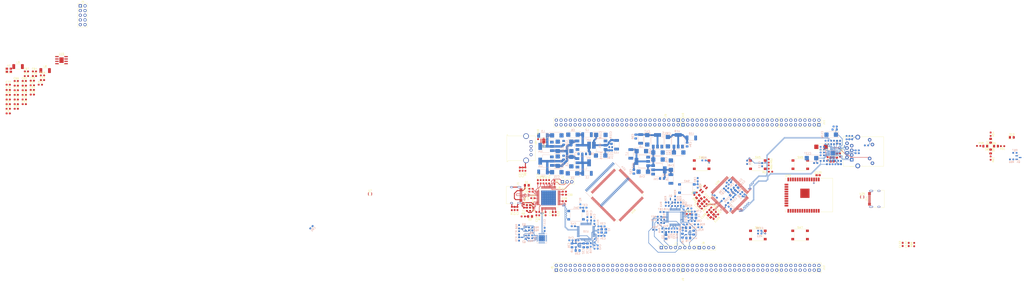
<source format=kicad_pcb>
(kicad_pcb (version 20211014) (generator pcbnew)
  (layers (0 "F.Cu" signal) (1 "In1.Cu" signal) (2 "In2.Cu" signal) (31 "B.Cu" signal) (34 "B.Paste" user) (35 "F.Paste" user) (36 "B.SilkS" user "B.Silkscreen") (37 "F.SilkS" user "F.Silkscreen") (38 "B.Mask" user) (39 "F.Mask" user) (44 "Edge.Cuts" user))
  (net 0 "")
  (net 1 "Net-(C1-Pad1)")
  (net 2 "GND")
  (net 3 "+5V")
  (net 4 "Net-(C5-Pad1)")
  (net 5 "Net-(C6-Pad1)")
  (net 6 "Net-(C10-Pad1)")
  (net 7 "Net-(C13-Pad2)")
  (net 8 "Net-(C14-Pad1)")
  (net 9 "Net-(C15-Pad1)")
  (net 10 "3V3_pereph")
  (net 11 "Net-(C21-Pad1)")
  (net 12 "1V1_pereph")
  (net 13 "Net-(C33-Pad1)")
  (net 14 "Net-(C34-Pad1)")
  (net 15 "Net-(C35-Pad1)")
  (net 16 "3V3_BLASTER")
  (net 17 "NRST_BLASTER")
  (net 18 "Net-(C47-Pad1)")
  (net 19 "Net-(C48-Pad1)")
  (net 20 "Net-(C49-Pad1)")
  (net 21 "Net-(C53-Pad1)")
  (net 22 "Net-(C54-Pad2)")
  (net 23 "3V3_FPGA")
  (net 24 "1V1_FPGA")
  (net 25 "2V5_FPGA")
  (net 26 "Net-(C79-Pad1)")
  (net 27 "Net-(C80-Pad1)")
  (net 28 "Net-(C81-Pad1)")
  (net 29 "3V3_STLINK")
  (net 30 "NRST")
  (net 31 "Net-(C90-Pad2)")
  (net 32 "Net-(C91-Pad1)")
  (net 33 "Net-(C93-Pad1)")
  (net 34 "3V3_STM32")
  (net 35 "VREF_STM")
  (net 36 "VDDA")
  (net 37 "Net-(C108-Pad1)")
  (net 38 "Net-(C109-Pad1)")
  (net 39 "Net-(C110-Pad1)")
  (net 40 "Net-(C111-Pad1)")
  (net 41 "Net-(C112-Pad1)")
  (net 42 "Net-(C113-Pad1)")
  (net 43 "Net-(C113-Pad2)")
  (net 44 "Net-(C117-Pad2)")
  (net 45 "Net-(C118-Pad1)")
  (net 46 "3V3_ESP")
  (net 47 "Net-(C123-Pad1)")
  (net 48 "Net-(C124-Pad1)")
  (net 49 "Net-(C126-Pad1)")
  (net 50 "Net-(C130-Pad2)")
  (net 51 "Net-(C131-Pad2)")
  (net 52 "Net-(C132-Pad1)")
  (net 53 "Net-(C134-Pad1)")
  (net 54 "Net-(D1-Pad2)")
  (net 55 "Net-(D2-Pad2)")
  (net 56 "Net-(D3-Pad2)")
  (net 57 "Net-(D4-Pad1)")
  (net 58 "Net-(D4-Pad2)")
  (net 59 "LED_STLINK")
  (net 60 "Net-(D5-Pad2)")
  (net 61 "Net-(D6-Pad2)")
  (net 62 "Net-(D7-Pad2)")
  (net 63 "Net-(D8-Pad2)")
  (net 64 "Net-(D9-Pad2)")
  (net 65 "Net-(D10-Pad2)")
  (net 66 "/USB_MAIN_P")
  (net 69 "/USB_MAIN_N")
  (net 72 "USB4_VBUS")
  (net 73 "USB4_DN")
  (net 74 "USB4_DP")
  (net 75 "DCLK")
  (net 76 "CFG_DONE")
  (net 77 "Net-(J2-Pad1)")
  (net 78 "nCONF")
  (net 79 "nCE")
  (net 80 "DATA")
  (net 81 "NCSO")
  (net 82 "ASDO")
  (net 83 "5V_header")
  (net 84 "3V3_header")
  (net 85 "Net-(J2-Pad2)")
  (net 86 "1")
  (net 87 "2")
  (net 88 "3")
  (net 89 "7")
  (net 90 "nSTAT")
  (net 91 "10")
  (net 92 "11")
  (net 93 "TDI")
  (net 94 "TCK")
  (net 95 "TMS")
  (net 96 "TDO")
  (net 97 "FPGA_CLK")
  (net 98 "24")
  (net 99 "25")
  (net 100 "DQ0")
  (net 101 "DQ1")
  (net 102 "DQ2")
  (net 103 "DQ3")
  (net 104 "DQ4")
  (net 105 "DQ5")
  (net 106 "DQ6")
  (net 107 "DQ7")
  (net 108 "LDQM")
  (net 109 "CLK")
  (net 110 "DQ15")
  (net 111 "DQ14")
  (net 112 "DQ13")
  (net 113 "DQ12")
  (net 114 "DQ11")
  (net 115 "DQ10")
  (net 116 "DQ9")
  (net 117 "DQ8")
  (net 118 "UDQM")
  (net 119 "CKE")
  (net 120 "A11")
  (net 121 "A9")
  (net 122 "A8")
  (net 123 "A7")
  (net 124 "A6")
  (net 125 "A5")
  (net 126 "A4")
  (net 127 "WE#")
  (net 128 "CAS#")
  (net 129 "RAS#")
  (net 130 "CS#")
  (net 131 "BS0")
  (net 132 "BS1")
  (net 133 "A10")
  (net 134 "A0")
  (net 135 "A1")
  (net 136 "A2")
  (net 137 "A3")
  (net 138 "84")
  (net 139 "85")
  (net 140 "86")
  (net 141 "87")
  (net 142 "88")
  (net 143 "89")
  (net 144 "90")
  (net 145 "91")
  (net 146 "98")
  (net 147 "99")
  (net 148 "100")
  (net 149 "101")
  (net 150 "103")
  (net 151 "104")
  (net 152 "105")
  (net 153 "106")
  (net 154 "110")
  (net 155 "111")
  (net 156 "112")
  (net 157 "113")
  (net 158 "114")
  (net 159 "115")
  (net 160 "119")
  (net 161 "120")
  (net 162 "121")
  (net 163 "124")
  (net 164 "125")
  (net 165 "126")
  (net 166 "127")
  (net 167 "128")
  (net 168 "129")
  (net 169 "132")
  (net 170 "133")
  (net 171 "135")
  (net 172 "136")
  (net 173 "137")
  (net 174 "138")
  (net 175 "141")
  (net 176 "142")
  (net 177 "143")
  (net 178 "144")
  (net 179 "Net-(J2-Pad3)")
  (net 183 "Net-(J7-Pad2)")
  (net 184 "RX")
  (net 185 "TX")
  (net 186 "SWCLK")
  (net 187 "STM_SWCLK")
  (net 188 "SWDIO")
  (net 189 "STM_SWDIO")
  (net 190 "PE2")
  (net 191 "PE3")
  (net 192 "PE4")
  (net 193 "PE5")
  (net 194 "PE6")
  (net 195 "PC13")
  (net 196 "PC14")
  (net 197 "PC15")
  (net 198 "OSC_IN_STM32")
  (net 199 "OSC_OUT_STM32")
  (net 200 "RESET_STM32")
  (net 201 "PC0")
  (net 202 "ETH_MDC")
  (net 203 "PC2")
  (net 204 "PC3")
  (net 205 "PA0")
  (net 206 "ETH_REF_CLK")
  (net 207 "ETH_MDIO")
  (net 208 "PA3")
  (net 209 "PA4")
  (net 210 "PA5")
  (net 211 "PA6")
  (net 212 "ETH_CRS_DV")
  (net 213 "ETH_RX_ERR")
  (net 214 "PB1")
  (net 215 "BOOT1")
  (net 216 "PE7")
  (net 217 "PE8")
  (net 218 "PE9")
  (net 219 "PE10")
  (net 220 "PE11")
  (net 221 "PE12")
  (net 222 "PE13")
  (net 223 "PE14")
  (net 224 "PE15")
  (net 225 "PB10")
  (net 226 "ETH_TX_EN")
  (net 227 "PB14")
  (net 228 "PE0")
  (net 229 "PE1")
  (net 230 "PB8")
  (net 231 "PB9")
  (net 232 "PB7")
  (net 233 "PB5")
  (net 234 "PB6")
  (net 235 "SWO")
  (net 236 "PD6")
  (net 237 "PD7")
  (net 238 "PD4")
  (net 239 "PD5")
  (net 240 "PD2")
  (net 241 "PD3")
  (net 242 "PD0")
  (net 243 "PD1")
  (net 244 "PC11")
  (net 245 "PC12")
  (net 246 "PA15")
  (net 247 "PC10")
  (net 248 "PA11")
  (net 249 "PA12")
  (net 250 "PA9")
  (net 251 "PA10")
  (net 252 "PC9")
  (net 253 "PA8")
  (net 254 "PC7")
  (net 255 "PC8")
  (net 256 "PD15")
  (net 257 "PC6")
  (net 258 "PD13")
  (net 259 "PD14")
  (net 260 "PD11")
  (net 261 "PD12")
  (net 262 "PD9")
  (net 263 "PD10")
  (net 264 "PD8")
  (net 265 "PB15")
  (net 266 "#EN")
  (net 267 "VP")
  (net 268 "VN")
  (net 269 "IO34")
  (net 270 "IO35")
  (net 271 "IO32")
  (net 272 "IO33")
  (net 273 "IO25")
  (net 274 "IO26")
  (net 275 "IO27")
  (net 276 "IO14")
  (net 277 "IO12")
  (net 278 "SHD")
  (net 279 "SWP")
  (net 280 "CMD")
  (net 281 "SCK")
  (net 282 "SDO")
  (net 283 "SDI")
  (net 284 "IO23")
  (net 285 "TX_ESP")
  (net 286 "IO22")
  (net 287 "IO21")
  (net 288 "RX_ESP")
  (net 289 "IO18")
  (net 290 "IO19")
  (net 291 "IO17")
  (net 292 "IO5")
  (net 293 "IO4")
  (net 294 "IO16")
  (net 295 "IO2")
  (net 296 "IO0")
  (net 297 "IO15")
  (net 298 "IO13")
  (net 299 "TXP")
  (net 300 "RXN")
  (net 301 "RXP")
  (net 302 "TXN")
  (net 303 "Net-(J7-Pad3)")
  (net 304 "Net-(J7-Pad4)")
  (net 305 "ETH_LED2")
  (net 306 "ETH_LED1")
  (net 307 "Net-(J7-Pad5)")
  (net 308 "Net-(J13-PadL1)")
  (net 309 "Net-(J13-PadL4)")
  (net 312 "USB_OTG_VBUS")
  (net 313 "1V2_pereph")
  (net 314 "Net-(Q1-Pad1)")
  (net 315 "Net-(Q1-Pad2)")
  (net 316 "Net-(Q2-Pad1)")
  (net 317 "Net-(Q3-Pad1)")
  (net 318 "Net-(Q4-Pad1)")
  (net 319 "Net-(Q4-Pad2)")
  (net 321 "CP2102_RST")
  (net 323 "DTR")
  (net 325 "Net-(R56-Pad2)")
  (net 326 "Net-(R2-Pad1)")
  (net 327 "Net-(R4-Pad1)")
  (net 328 "Net-(R5-Pad1)")
  (net 329 "Net-(R6-Pad1)")
  (net 330 "Net-(R7-Pad1)")
  (net 331 "Net-(R10-Pad1)")
  (net 332 "PA0_BLASTER")
  (net 333 "OSC_IN_BLASTER")
  (net 334 "OSC_OUT_BLASTER")
  (net 335 "BOOT0_BLASTER")
  (net 336 "BOOT1_BLASTER")
  (net 337 "OSC_IN_STLINK")
  (net 338 "Net-(R28-Pad2)")
  (net 339 "Net-(R29-Pad2)")
  (net 340 "Net-(R30-Pad1)")
  (net 341 "Net-(R31-Pad2)")
  (net 342 "BOOT0")
  (net 343 "BOOT1_STLINK")
  (net 344 "OSC_OUT_STLINK")
  (net 345 "USB1_DP")
  (net 346 "USB_RENUMN")
  (net 347 "Net-(R49-Pad1)")
  (net 348 "RTCLK_OSC_IN")
  (net 349 "Net-(R57-Pad2)")
  (net 350 "Net-(R60-Pad2)")
  (net 351 "RTCLK_OSC_OUT")
  (net 352 "Net-(R63-Pad1)")
  (net 353 "Net-(R69-Pad1)")
  (net 354 "Net-(R71-Pad1)")
  (net 355 "Net-(R72-Pad2)")
  (net 356 "Net-(R76-Pad2)")
  (net 357 "Net-(R77-Pad2)")
  (net 358 "Net-(R78-Pad2)")
  (net 359 "Net-(R79-Pad2)")
  (net 360 "Net-(R80-Pad2)")
  (net 361 "Net-(R81-Pad2)")
  (net 362 "Net-(R82-Pad2)")
  (net 363 "Net-(R83-Pad2)")
  (net 364 "Net-(R84-Pad2)")
  (net 365 "Net-(R73-Pad2)")
  (net 366 "Net-(R74-Pad2)")
  (net 367 "Net-(R75-Pad2)")
  (net 368 "Net-(R85-Pad1)")
  (net 369 "BOOT0_STLINK")
  (net 388 "USB2_DP")
  (net 393 "USB3_DP")
  (net 415 "SWCLK_BLASTER")
  (net 422 "SWDIO_BLASTER")
  (net 427 "SWO_BLASTER")
  (net 428 "SWDIO_IN")
  (net 429 "SWCLK_IN")
  (net 458 "VBAT_STM")
  (net 479 "Net-(X2-Pad1)")
  (net 480 "Net-(C9-Pad1)")
  (net 481 "Net-(U3-Pad4)")
  (net 482 "Net-(U3-Pad6)")
  (net 483 "ETH_RX-")
  (net 484 "ETH_RX+")
  (net 485 "ETH_TX-")
  (net 486 "ETH_TX+")
  (net 487 "USB1_DN")
  (net 488 "USB2_DN")
  (net 489 "USB3_DN")
  (footprint "Capacitor_SMD:C_0603_1608Metric_Pad1.08x0.95mm_HandSolder" (layer "F.Cu") (at 45.894 103.697 90)
    (fp_text reference "C10")
    (fp_text value "0.1u")
  )
  (footprint "Capacitor_Tantalum_SMD:CP_EIA-1608-08_AVX-J_Pad1.25x1.05mm_HandSolder" (layer "F.Cu") (at 205.359 86.995)
    (fp_text reference "C120")
    (fp_text value "C_Polarized")
  )
  (footprint "Connector_PinSocket_2.54mm:PinSocket_1x08_P2.54mm_Vertical" (layer "F.Cu") (at 120.411 126.213 90)
    (fp_text reference "J7")
    (fp_text value "Conn_01x08_Male")
  )
  (footprint "Capacitor_SMD:C_0603_1608Metric_Pad1.08x0.95mm_HandSolder" (layer "F.Cu") (at -214.96 35.44)
    (fp_text reference "C63")
    (fp_text value "0.1u")
  )
  (footprint "Oscillator:Oscillator_SMD_Abracon_ASE-4Pin_3.2x2.5mm" (layer "F.Cu") (at 212.9132 78.471 -90)
    (fp_text reference "X2" hide)
    (fp_text value "ASE-xxxMHz")
  )
  (footprint "Capacitor_SMD:C_0603_1608Metric_Pad1.08x0.95mm_HandSolder" (layer "F.Cu") (at 144.3228 99.568 135)
    (fp_text reference "C111")
    (fp_text value "6.8p")
  )
  (footprint "Capacitor_SMD:C_0603_1608Metric_Pad1.08x0.95mm_HandSolder" (layer "F.Cu") (at -224.82 48.49)
    (fp_text reference "C53")
    (fp_text value "0.1u")
  )
  (footprint "Resistor_SMD:R_0603_1608Metric_Pad0.98x0.95mm_HandSolder" (layer "F.Cu") (at -233.52 51)
    (fp_text reference "R23")
    (fp_text value "10K")
  )
  (footprint "LED_SMD:LED_0805_2012Metric_Pad1.15x1.40mm_HandSolder" (layer "F.Cu") (at 140.208 98.552 45)
    (fp_text reference "D5")
    (fp_text value "LED")
  )
  (footprint "Inductor_SMD:L_0805_2012Metric_Pad1.05x1.20mm_HandSolder" (layer "F.Cu") (at 215.5802 76.312 90)
    (fp_text reference "FB1" hide)
    (fp_text value "FerriteBead")
  )
  (footprint "Package_TO_SOT_SMD:SOT-666" (layer "F.Cu") (at 229.235 98.806)
    (fp_text reference "U25")
    (fp_text value "USBLC6-2P6")
  )
  (footprint "Capacitor_SMD:C_0603_1608Metric_Pad1.08x0.95mm_HandSolder" (layer "F.Cu") (at -233.52 53.51)
    (fp_text reference "C61")
    (fp_text value "0.1u")
  )
  (footprint "Resistor_SMD:R_0603_1608Metric_Pad0.98x0.95mm_HandSolder" (layer "F.Cu") (at 178.562 79.248 -90)
    (fp_text reference "R62")
    (fp_text value "330")
  )
  (footprint "Capacitor_SMD:C_0603_1608Metric_Pad1.08x0.95mm_HandSolder" (layer "F.Cu") (at 62.484 90.805 90)
    (fp_text reference "C20")
    (fp_text value "0.1u")
  )
  (footprint "Resistor_SMD:R_0603_1608Metric_Pad0.98x0.95mm_HandSolder" (layer "F.Cu") (at 59.563 90.551 90)
    (fp_text reference "R4")
    (fp_text value "4.7k")
  )
  (footprint "Resistor_SMD:R_0603_1608Metric_Pad0.98x0.95mm_HandSolder" (layer "F.Cu") (at -216.12 37.95)
    (fp_text reference "R22")
    (fp_text value "10K")
  )
  (footprint "Capacitor_SMD:C_0603_1608Metric_Pad1.08x0.95mm_HandSolder" (layer "F.Cu") (at -229.17 45.98)
    (fp_text reference "C75")
    (fp_text value "0.1u")
  )
  (footprint "Capacitor_SMD:C_0603_1608Metric_Pad1.08x0.95mm_HandSolder" (layer "F.Cu") (at -233.52 48.49)
    (fp_text reference "C54")
    (fp_text value "0.1u")
  )
  (footprint "Button_Switch_SMD:SW_Push_1P1T_NO_6x6mm_H9.5mm" (layer "F.Cu") (at 172.72 81.28)
    (fp_text reference "SW5")
    (fp_text value "SW_Push_Dual")
  )
  (footprint "Capacitor_SMD:C_0603_1608Metric_Pad1.08x0.95mm_HandSolder" (layer "F.Cu") (at 42.418 105.029 -90)
    (fp_text reference "C1")
    (fp_text value "0.1u")
  )
  (footprint "Capacitor_SMD:C_0603_1608Metric_Pad1.08x0.95mm_HandSolder" (layer "F.Cu") (at -229.17 48.49)
    (fp_text reference "C74")
    (fp_text value "0.1u")
  )
  (footprint "Capacitor_SMD:C_0603_1608Metric_Pad1.08x0.95mm_HandSolder" (layer "F.Cu") (at 149.352 110.109 45)
    (fp_text reference "C109")
    (fp_text value "20p")
  )
  (footprint "Capacitor_SMD:C_0603_1608Metric_Pad1.08x0.95mm_HandSolder" (layer "F.Cu") (at -220.47 43.31)
    (fp_text reference "C59")
    (fp_text value "0.1u")
  )
  (footprint "Inductor_SMD:L_2010_5025Metric_Pad1.52x2.65mm_HandSolder" (layer "F.Cu") (at -228.2 28.13)
    (fp_text reference "L9")
    (fp_text value "220")
  )
  (footprint "LED_SMD:LED_0805_2012Metric_Pad1.15x1.40mm_HandSolder" (layer "F.Cu") (at 49.2525 109.347 180)
    (fp_text reference "D2")
    (fp_text value "LED")
  )
  (footprint "Capacitor_SMD:C_0603_1608Metric_Pad1.08x0.95mm_HandSolder" (layer "F.Cu") (at 57.658 107.8495 -90)
    (fp_text reference "C24")
    (fp_text value "0.1u")
  )
  (footprint "Resistor_SMD:R_0603_1608Metric_Pad0.98x0.95mm_HandSolder" (layer "F.Cu") (at 148.1328 105.1306 135)
    (fp_text reference "R50")
    (fp_text value "0")
  )
  (footprint "Capacitor_SMD:C_0603_1608Metric_Pad1.08x0.95mm_HandSolder" (layer "F.Cu") (at -233.52 37.95)
    (fp_text reference "C72")
    (fp_text value "0.1u")
  )
  (footprint "Inductor_SMD:L_2010_5025Metric_Pad1.52x2.65mm_HandSolder" (layer "F.Cu") (at -213.53 30.3)
    (fp_text reference "L8")
    (fp_text value "220")
  )
  (footprint "RF_Module:ESP32-WROOM-32" (layer "F.Cu") (at 197.442 97.79 -90)
    (fp_text reference "U23")
    (fp_text value "ESP32-WROOM-32")
  )
  (footprint "Resistor_SMD:R_0603_1608Metric_Pad0.98x0.95mm_HandSolder" (layer "F.Cu") (at -220.47 38.29)
    (fp_text reference "R24")
    (fp_text value "10K")
  )
  (footprint "Capacitor_SMD:C_0603_1608Metric_Pad1.08x0.95mm_HandSolder" (layer "F.Cu") (at -224.82 38.45)
    (fp_text reference "C57")
    (fp_text value "0.1u")
  )
  (footprint "Resistor_SMD:R_0603_1608Metric_Pad0.98x0.95mm_HandSolder" (layer "F.Cu") (at 150.5712 107.569 135)
    (fp_text reference "R52")
    (fp_text value "220")
  )
  (footprint "Package_QFP:HTQFP-64-1EP_10x10mm_P0.5mm_EP8x8mm_Mask4.4x4.4mm_ThermalVias" (layer "F.Cu") (at 59.269 99.275 -90)
    (fp_text reference "U6")
    (fp_text value "TUSB4041I")
  )
  (footprint "Resistor_SMD:R_0603_1608Metric_Pad0.98x0.95mm_HandSolder" (layer "F.Cu") (at 135.128 107.95)
    (fp_text reference "R30")
    (fp_text value "100")
  )
  (footprint "Capacitor_SMD:C_0603_1608Metric_Pad1.08x0.95mm_HandSolder" (layer "F.Cu") (at -229.17 51)
    (fp_text reference "C55")
    (fp_text value "0.1u")
  )
  (footprint "Capacitor_SMD:C_0603_1608Metric_Pad1.08x0.95mm_HandSolder" (layer "F.Cu") (at 145.796 106.426 -135)
    (fp_text reference "C108")
    (fp_text value "20p")
  )
  (footprint "Capacitor_SMD:C_0603_1608Metric_Pad1.08x0.95mm_HandSolder" (layer "F.Cu") (at 48.42 106.299)
    (fp_text reference "C9")
    (fp_text value "0.1u")
  )
  (footprint "Resistor_SMD:R_0603_1608Metric_Pad0.98x0.95mm_HandSolder" (layer "F.Cu") (at 298.84 64.77 -90)
    (fp_text reference "R54")
    (fp_text value "4K")
  )
  (footprint "Resistor_SMD:R_0603_1608Metric_Pad0.98x0.95mm_HandSolder" (layer "F.Cu") (at -214.96 32.93)
    (fp_text reference "R19")
    (fp_text value "10K")
  )
  (footprint "Connector_PinHeader_2.54mm:PinHeader_2x21_P2.54mm_Vertical" (layer "F.Cu") (at 132.15 59.695 90)
    (fp_text reference "J10")
    (fp_text value "Conn_02x21_Odd_Even")
  )
  (footprint "Crystal:Crystal_SMD_3225-4Pin_3.2x2.5mm" (layer "F.Cu") (at 142.24 101.092 135)
    (fp_text reference "Y5")
    (fp_text value "32.768KHz")
  )
  (footprint "Resistor_SMD:R_0603_1608Metric_Pad0.98x0.95mm_HandSolder" (layer "F.Cu") (at 46.736 83.693 -90)
    (fp_text reference "R9")
    (fp_text value "1M")
  )
  (footprint "Resistor_SMD:R_0603_1608Metric_Pad0.98x0.95mm_HandSolder" (layer "F.Cu") (at -224.82 45.98)
    (fp_text reference "R20")
    (fp_text value "10K")
  )
  (footprint "Resistor_SMD:R_0603_1608Metric_Pad0.98x0.95mm_HandSolder" (layer "F.Cu") (at 179.578 85.09 180)
    (fp_text reference "R57")
    (fp_text value "220k")
  )
  (footprint "Connector_PinSocket_2.54mm:PinSocket_2x09_P2.54mm_Vertical" (layer "F.Cu") (at 205.81 138.435 -90)
    (fp_text reference "J12")
    (fp_text value "Conn_02x09_Odd_Even")
  )
  (footprint "Button_Switch_SMD:SW_Push_1P1T_NO_6x6mm_H9.5mm" (layer "F.Cu") (at 195.707 81.28)
    (fp_text reference "SW6")
    (fp_text value "SW_Push_Dual")
  )
  (footprint "Resistor_SMD:R_0603_1608Metric_Pad0.98x0.95mm_HandSolder" (layer "F.Cu") (at 257.429 124.587 90)
    (fp_text reference "R88")
    (fp_text value "1M")
  )
  (footprint "Capacitor_SMD:C_0603_1608Metric_Pad1.08x0.95mm_HandSolder" (layer "F.Cu") (at -229.17 43.47)
    (fp_text reference "C62")
    (fp_text value "0.1u")
  )
  (footprint "Capacitor_SMD:C_0603_1608Metric_Pad1.08x0.95mm_HandSolder" (layer "F.Cu") (at 43.688 83.693 -90)
    (fp_text reference "C23")
    (fp_text value "0.001u")
  )
  (footprint "LED_SMD:LED_RGB_Wuerth-PLCC4_3.2x2.8mm_150141M173100" (layer "F.Cu") (at 143.256 94.488 45)
    (fp_text reference "D4")
    (fp_text value "LED_Dual_AAKK")
  )
  (footprint "LED_SMD:LED_0805_2012Metric_Pad1.15x1.40mm_HandSolder" (layer "F.Cu") (at 295.919 71.247 180)
    (fp_text reference "D8")
    (fp_text value "LED")
  )
  (footprint "Capacitor_SMD:C_0603_1608Metric_Pad1.08x0.95mm_HandSolder" (layer "F.Cu") (at -219.31 30.76)
    (fp_text reference "C64")
    (fp_text value "0.1u")
  )
  (footprint "Resistor_SMD:R_0603_1608Metric_Pad0.98x0.95mm_HandSolder" (layer "F.Cu") (at 54.991 90.551 90)
    (fp_text reference "R6")
    (fp_text value "4.7k")
  )
  (footprint "Capacitor_SMD:C_0603_1608Metric_Pad1.08x0.95mm_HandSolder" (layer "F.Cu") (at 67.818 95.885)
    (fp_text reference "C27")
    (fp_text value "0.1u")
  )
  (footprint "Package_TO_SOT_SMD:SOT-666" (layer "F.Cu") (at -37.465 97.155)
    (fp_text reference "U7")
    (fp_text value "USBLC6-2P6")
  )
  (footprint "Package_QFP:TQFP-144_20x20mm_P0.5mm" (layer "F.Cu") (at 96.52 97.79 -135)
    (fp_text reference "U16")
    (fp_text value "EP4CE6")
  )
  (footprint "Capacitor_SMD:C_0603_1608Metric_Pad1.08x0.95mm_HandSolder" (layer "F.Cu") (at 50.8 99.441 180)
    (fp_text reference "C26")
    (fp_text value "0.1u")
  )
  (footprint "Capacitor_SMD:C_0603_1608Metric_Pad1.08x0.95mm_HandSolder" (layer "F.Cu") (at -224.82 40.96)
    (fp_text reference "C65")
    (fp_text value "0.1u")
  )
  (footprint "Capacitor_SMD:C_0603_1608Metric_Pad1.08x0.95mm_HandSolder" (layer "F.Cu") (at -233.52 40.8)
    (fp_text reference "C76")
    (fp_text value "0.1u")
  )
  (footprint "Connector_PinHeader_2.54mm:PinHeader_1x03_P2.54mm_Vertical" (layer "F.Cu") (at 66.817 90.551 90)
    (fp_text reference "J2")
    (fp_text value "Conn_01x03")
  )
  (footprint "Button_Switch_SMD:SW_Push_1P1T_NO_6x6mm_H9.5mm" (layer "F.Cu") (at 172.72 119.38)
    (fp_text reference "SW4")
    (fp_text value "SW_Push_Dual")
  )
  (footprint "Connector_PinSocket_2.54mm:PinSocket_2x09_P2.54mm_Vertical" (layer "F.Cu") (at 205.81 59.695 -90)
    (fp_text reference "J11")
    (fp_text value "Conn_02x09_Odd_Even")
  )
  (footprint "Capacitor_SMD:C_0603_1608Metric_Pad1.08x0.95mm_HandSolder" (layer "F.Cu") (at 49.784 94.361 180)
    (fp_text reference "C29")
    (fp_text value "0.1u")
  )
  (footprint "Oscillator:Oscillator_SMD_Abracon_ASE-4Pin_3.2x2.5mm" (layer "F.Cu") (at -233.17 30.1)
    (fp_text reference "X1")
    (fp_text value "ASE-xxxMHz")
  )
  (footprint "Resistor_SMD:R_0603_1608Metric_Pad0.98x0.95mm_HandSolder" (layer "F.Cu") (at 178.562 82.55 -90)
    (fp_text reference "R60")
    (fp_text value "0")
  )
  (footprint "Capacitor_SMD:C_0603_1608Metric_Pad1.08x0.95mm_HandSolder" (layer "F.Cu") (at 210.5002 78.09 -90)
    (fp_text reference "C121" hide)
    (fp_text value "0.1u")
  )
  (footprint "Capacitor_SMD:C_0603_1608Metric_Pad1.08x0.95mm_HandSolder" (layer "F.Cu") (at 67.818 97.536)
    (fp_text reference "C30")
    (fp_text value "0.1u")
  )
  (footprint "Crystal:Crystal_SMD_3225-4Pin_3.2x2.5mm" (layer "F.Cu") (at 147.32 108.458 -135)
    (fp_text reference "Y4")
    (fp_text value "8MHz")
  )
  (footprint "Connector_PinHeader_2.54mm:PinHeader_2x05_P2.54mm_Vertical" (layer "F.Cu") (at -194.45 -4.77)
    (fp_text reference "J4")
    (fp_text value "Conn_02x05_Odd_Even")
  )
  (footprint "Connector_PinHeader_2.54mm:PinHeader_2x27_P2.54mm_Vertical" (layer "F.Cu") (at 63.5 138.435 90)
    (fp_text reference "J6")
    (fp_text value "Conn_02x27_Counter_Clockwise")
  )
  (footprint "Diode_SMD:D_0805_2012Metric_Pad1.15x1.40mm_HandSolder" (layer "F.Cu") (at 47.498 92.456 180)
    (fp_text reference "D1")
    (fp_text value "D")
  )
  (footprint "Resistor_SMD:R_0603_1608Metric_Pad0.98x0.95mm_HandSolder" (layer "F.Cu") (at 298.84 77.724 90)
    (fp_text reference "R61")
    (fp_text value "4K")
  )
  (footprint "Crystal:Crystal_SMD_2520-4Pin_2.5x2.0mm" (layer "F.Cu") (at 48.406 103.886 180)
    (fp_text reference "Y1")
    (fp_text value "Crystal_GND23")
  )
  (footprint "Capacitor_SMD:C_0603_1608Metric_Pad1.08x0.95mm_HandSolder" (layer "F.Cu") (at -229.17 38.45)
    (fp_text reference "C70")
    (fp_text value "0.1u")
  )
  (footprint "Resistor_SMD:R_0603_1608Metric_Pad0.98x0.95mm_HandSolder" (layer "F.Cu") (at 143.002 104.4448 45)
    (fp_text reference "R59")
    (fp_text value "220")
  )
  (footprint "Resistor_SMD:R_0603_1608Metric_Pad0.98x0.95mm_HandSolder" (layer "F.Cu") (at 138.938 97.028 45)
    (fp_text reference "R47")
    (fp_text value "4K")
  )
  (footprint "Resistor_SMD:R_0603_1608Metric_Pad0.98x0.95mm_HandSolder" (layer "F.Cu") (at 39.37 105.029 -90)
    (fp_text reference "R1")
    (fp_text value "1M")
  )
  (footprint "Capacitor_SMD:C_0603_1608Metric_Pad1.08x0.95mm_HandSolder" (layer "F.Cu") (at 254.4572 124.5362 90)
    (fp_text reference "C132")
    (fp_text value "0.001u")
  )
  (footprint "Connector_USB:USB_C_Receptacle_HRO_TYPE-C-31-M-12" (layer "F.Cu") (at 237.236 99.822 90)
    (fp_text reference "J14")
    (fp_text value "USB_C_Receptacle_USB2.0")
  )
  (footprint "Package_SO:SOIC-8-1EP_3.9x4.9mm_P1.27mm_EP2.29x3mm" (layer "F.Cu") (at -204.65 24.65)
    (fp_text reference "U15")
    (fp_text value "EPCS16SI8N")
  )
  (footprint "LED_SMD:LED_0805_2012Metric_Pad1.15x1.40mm_HandSolder" (layer "F.Cu") (at 298.84 68.326 90)
    (fp_text reference "D7")
    (fp_text value "LED")
  )
  (footprint "Resistor_SMD:R_0603_1608Metric_Pad0.98x0.95mm_HandSolder" (layer "F.Cu") (at 58.039 90.551 90)
    (fp_text reference "R2")
    (fp_text value "4.7k")
  )
  (footprint "Package_SON:VSON-10-1EP_3x3mm_P0.5mm_EP1.65x2.4mm" (layer "F.Cu") (at 56.642 68.453 180)
    (fp_text reference "U8")
    (fp_text value "TPS2560")
  )
  (footprint "Capacitor_SMD:C_0603_1608Metric_Pad1.08x0.95mm_HandSolder" (layer "F.Cu") (at 45.212 83.693 -90)
    (fp_text reference "C21")
    (fp_text value "0.1u")
  )
  (footprint "Capacitor_SMD:C_0603_1608Metric_Pad1.08x0.95mm_HandSolder" (layer "F.Cu") (at -233.52 43.47)
    (fp_text reference "C68")
    (fp_text value "0.1u")
  )
  (footprint "Capacitor_SMD:C_0603_1608Metric_Pad1.08x0.95mm_HandSolder" (layer "F.Cu") (at 40.894 105.029 -90)
    (fp_text reference "C4")
    (fp_text value "0.001u")
  )
  (footprint "Capacitor_SMD:C_0603_1608Metric_Pad1.08x0.95mm_HandSolder" (layer "F.Cu") (at -233.52 45.98)
    (fp_text reference "C71")
    (fp_text value "0.1u")
  )
  (footprint "Capacitor_SMD:C_0603_1608Metric_Pad1.08x0.95mm_HandSolder" (layer "F.Cu") (at 63.119 107.823 -90)
    (fp_text reference "C22")
    (fp_text value "0.1u")
  )
  (footprint "Connector_PinHeader_2.54mm:PinHeader_2x21_P2.54mm_Vertical" (layer "F.Cu") (at 132.15 138.435 90)
    (fp_text reference "J9")
    (fp_text value "Conn_02x21_Odd_Even")
  )
  (footprint "Capacitor_SMD:C_0603_1608Metric_Pad1.08x0.95mm_HandSolder" (layer "F.Cu") (at 251.1806 124.5108 90)
    (fp_text reference "C133")
    (fp_text value "0.1u")
  )
  (footprint "Connector_PinHeader_2.54mm:PinHeader_2x27_P2.54mm_Vertical" (layer "F.Cu") (at 129.545 57.145 -90)
    (fp_text reference "J5")
    (fp_text value "Conn_02x27_Counter_Clockwise")
  )
  (footprint "Connector_USB:USB_C_Receptacle_HRO_TYPE-C-31-M-12" (layer "F.Cu") (at 40.278 97.79 -90)
    (fp_text reference "J1")
    (fp_text value "USB_C_Receptacle_USB2.0")
  )
  (footprint "Resistor_SMD:R_0603_1608Metric_Pad0.98x0.95mm_HandSolder" (layer "F.Cu") (at -224.82 43.47)
    (fp_text reference "R18")
    (fp_text value "10K")
  )
  (footprint "Capacitor_Tantalum_SMD:CP_EIA-6032-15_Kemet-U_Pad2.25x2.35mm_HandSolder" (layer "F.Cu") (at 206.9442 71.613 180)
    (fp_text reference "C122" hide)
    (fp_text value "22u")
  )
  (footprint "Resistor_SMD:R_0603_1608Metric_Pad0.98x0.95mm_HandSolder" (layer "F.Cu") (at 54.229 107.823 -90)
    (fp_text reference "R7")
    (fp_text value "9.53")
  )
  (footprint "Capacitor_SMD:C_0603_1608Metric_Pad1.08x0.95mm_HandSolder" (layer "F.Cu") (at 61.595 107.823 -90)
    (fp_text reference "C25")
    (fp_text value "0.1u")
  )
  (footprint "Connector_RJ:RJ45_Amphenol_RJMG1BD3B8K1ANR" (layer "F.Cu") (at 223.5612 78.598 90)
    (fp_text reference "J13")
    (fp_text value "RJ45_Amphenol_RJMG1BD3B8K1ANR")
  )
  (footprint "Capacitor_SMD:C_0603_1608Metric_Pad1.08x0.95mm_HandSolder" (layer "F.Cu") (at 67.818 101.092)
    (fp_text reference "C28")
    (fp_text value "0.1u")
  )
  (footprint "Capacitor_SMD:C_0603_1608Metric_Pad1.08x0.95mm_HandSolder" (layer "F.Cu") (at -220.47 35.78)
    (fp_text reference "C58")
    (fp_text value "0.1u")
  )
  (footprint "Resistor_SMD:R_0603_1608Metric_Pad0.98x0.95mm_HandSolder" (layer "F.Cu") (at 50.974 103.697 90)
    (fp_text reference "R3")
    (fp_text value "1M")
  )
  (footprint "Button_Switch_SMD:SW_Push_1P1T_NO_6x6mm_H9.5mm" (layer "F.Cu") (at 142.24 81.28)
    (fp_text reference "SW3")
    (fp_text value "SW_Push_Dual")
  )
  (footprint "Connector_USB:USB_A_Molex_67643_Horizontal" (layer "F.Cu") (at 49.81 68.89 -90)
    (fp_text reference "J3")
    (fp_text value "USB_A")
  )
  (footprint "Capacitor_SMD:C_0603_1608Metric_Pad1.08x0.95mm_HandSolder" (layer "F.Cu") (at -220.47 40.8)
    (fp_text reference "C69")
    (fp_text value "0.1u")
  )
  (footprint "Resistor_SMD:R_0603_1608Metric_Pad0.98x0.95mm_HandSolder" (layer "F.Cu") (at 145.4912 101.9556 45)
    (fp_text reference "R55")
    (fp_text value "0")
  )
  (footprint "Resistor_SMD:R_0603_1608Metric_Pad0.98x0.95mm_HandSolder" (layer "F.Cu") (at 217.2312 76.058 -90)
    (fp_text reference "R86" hide)
    (fp_text value "6.49k")
  )
  (footprint "LED_SMD:LED_0805_2012Metric_Pad1.15x1.40mm_HandSolder" (layer "F.Cu") (at 298.84 74.168 -90)
    (fp_text reference "D9")
    (fp_text value "LED")
  )
  (footprint "Package_TO_SOT_SMD:SOT-666" (layer "F.Cu") (at 47.39 97.79)
    (fp_text reference "U3")
    (fp_text value "USBLC6-2P6")
  )
  (footprint "Capacitor_SMD:C_0603_1608Metric_Pad1.08x0.95mm_HandSolder" (layer "F.Cu") (at 49.784 95.885 180)
    (fp_text reference "C18")
    (fp_text value "0.1u")
  )
  (footprint "Resistor_SMD:R_0603_1608Metric_Pad0.98x0.95mm_HandSolder" (layer "F.Cu") (at 305.317 71.247 180)
    (fp_text reference "R51")
    (fp_text value "4K")
  )
  (footprint "Resistor_SMD:R_0603_1608Metric_Pad0.98x0.95mm_HandSolder" (layer "F.Cu") (at 45.5695 109.347)
    (fp_text reference "R8")
    (fp_text value "4K")
  )
  (footprint "Capacitor_SMD:C_0603_1608Metric_Pad1.08x0.95mm_HandSolder" (layer "F.Cu") (at 140.7668 103.1748 -45)
    (fp_text reference "C112")
    (fp_text value "6.8p")
  )
  (footprint "LED_SMD:LED_0805_2012Metric_Pad1.15x1.40mm_HandSolder" (layer "F.Cu") (at 310.3462 66.4972)
    (fp_text reference "D10")
    (fp_text value "LED")
  )
  (footprint "Capacitor_SMD:C_0603_1608Metric_Pad1.08x0.95mm_HandSolder" (layer "F.Cu") (at -219.31 33.27)
    (fp_text reference "C56")
    (fp_text value "0.1u")
  )
  (footprint "Package_QFP:LQFP-100_14x14mm_P0.5mm" (layer "F.Cu") (at 157.48 97.79 45)
    (fp_text reference "U20")
    (fp_text value "STM32F407VGTx")
  )
  (footprint "Capacitor_SMD:C_0603_1608Metric_Pad1.08x0.95mm_HandSolder" (layer "F.Cu") (at -229.17 35.94)
    (fp_text reference "C66")
    (fp_text value "0.1u")
  )
  (footprint "Resistor_SMD:R_0603_1608Metric_Pad0.98x0.95mm_HandSolder" (layer "F.Cu") (at 56.515 90.551 90)
    (fp_text reference "R5")
    (fp_text value "4.7k")
  )
  (footprint "Capacitor_SMD:C_0603_1608Metric_Pad1.08x0.95mm_HandSolder" (layer "F.Cu") (at -224.82 35.94)
    (fp_text reference "C60")
    (fp_text value "0.1u")
  )
  (footprint "Capacitor_SMD:C_0603_1608Metric_Pad1.08x0.95mm_HandSolder" (layer "F.Cu") (at 53.467 90.551 -90)
    (fp_text reference "C13")
    (fp_text value "1u")
  )
  (footprint "Capacitor_SMD:C_0603_1608Metric_Pad1.08x0.95mm_HandSolder" (layer "F.Cu") (at -223.66 30.76)
    (fp_text reference "C67")
    (fp_text value "0.1u")
  )
  (footprint "Button_Switch_SMD:SW_Push_1P1T_NO_6x6mm_H9.5mm" (layer "F.Cu") (at 195.58 119.38)
    (fp_text reference "SW7")
    (fp_text value "SW_Push_Dual")
  )
  (footprint "Resistor_SMD:R_0603_1608Metric_Pad0.98x0.95mm_HandSolder" (layer "F.Cu") (at -223.66 33.27)
    (fp_text reference "R21")
    (fp_text value "10K")
  )
  (footprint "Resistor_SMD:R_0603_1608Metric_Pad0.98x0.95mm_HandSolder" (layer "F.Cu") (at 53.594 66.548 90)
    (fp_text reference "R10")
    (fp_text value "24k9")
  )
  (footprint "Capacitor_SMD:C_0603_1608Metric_Pad1.08x0.95mm_HandSolder" (layer "F.Cu") (at -229.17 40.96)
    (fp_text reference "C73")
    (fp_text value "0.1u")
  )
  (footprint "LED_SMD:LED_0805_2012Metric_Pad1.15x1.40mm_HandSolder" (layer "F.Cu") (at 301.761 71.247)
    (fp_text reference "D6")
    (fp_text value "LED")
  )
  (footprint "Capacitor_SMD:C_0603_1608Metric_Pad1.08x0.95mm_HandSolder" (layer "F.Cu") (at 52.705 107.823 -90)
    (fp_text reference "C19")
    (fp_text value "0.1u")
  )
  (footprint "Connector_PinSocket_2.54mm:PinSocket_1x04_P2.54mm_Vertical" (layer "F.Cu") (at 140.97 126.238 90)
    (fp_text reference "J8")
    (fp_text value "Conn_01x04_Male")
  )
  (footprint "Resistor_SMD:R_0603_1608Metric_Pad0.98x0.95mm_HandSolder" (layer "F.Cu") (at 292.363 71.12 180)
    (fp_text reference "R58")
    (fp_text value "4K")
  )
  (footprint "Package_TO_SOT_SMD:SOT-223-3_TabPin2" (layer "B.Cu") (at 110.084 79.516 180)
    (fp_text reference "U13")
    (fp_text value "AMS1117")
  )
  (footprint "Capacitor_SMD:C_0805_2012Metric_Pad1.18x1.45mm_HandSolder" (layer "B.Cu") (at 105.512 85.104 -90)
    (fp_text reference "C52")
    (fp_text value "0.1u")
  )
  (footprint "Capacitor_Tantalum_SMD:CP_EIA-6032-15_Kemet-U_Pad2.25x2.35mm_HandSolder" (layer "B.Cu") (at 71.6155 71.384 -90)
    (fp_text reference "C2")
    (fp_text value "10u")
  )
  (footprint "Inductor_SMD:L_2010_5025Metric_Pad1.52x2.65mm_HandSolder" (layer "B.Cu") (at 103.861 75.452 -90)
    (fp_text reference "L7")
    (fp_text value "220")
  )
  (footprint "Capacitor_SMD:C_0805_2012Metric_Pad1.18x1.45mm_HandSolder" (layer "B.Cu") (at 135.001 121.031 180)
    (fp_text reference "C78")
    (fp_text value "100nF")
  )
  (footprint "Resistor_SMD:R_0603_1608Metric_Pad0.98x0.95mm_HandSolder" (layer "B.Cu") (at 49.522 121.166 180)
    (fp_text reference "R63")
    (fp_text value "470")
  )
  (footprint "Capacitor_SMD:C_0603_1608Metric_Pad1.08x0.95mm_HandSolder" (layer "B.Cu") (at 163.83 97.79 -45)
    (fp_text reference "C90")
    (fp_text value "2.2uF")
  )
  (footprint "Resistor_SMD:R_0603_1608Metric_Pad0.98x0.95mm_HandSolder" (layer "B.Cu") (at 161.261623 96.901 45)
    (fp_text reference "R48")
    (fp_text value "47")
  )
  (footprint "Resistor_SMD:R_0603_1608Metric_Pad0.98x0.95mm_HandSolder" (layer "B.Cu") (at 220.7872 66.66 90)
    (fp_text reference "R89" hide)
    (fp_text value "1M")
  )
  (footprint "Resistor_SMD:R_0603_1608Metric_Pad0.98x0.95mm_HandSolder" (layer "B.Cu") (at 141.351 115.189)
    (fp_text reference "R25")
    (fp_text value "4K7")
  )
  (footprint "Capacitor_SMD:C_0805_2012Metric_Pad1.18x1.45mm_HandSolder" (layer "B.Cu") (at 120.752 88.787 180)
    (fp_text reference "C51")
    (fp_text value "0.1u")
  )
  (footprint "Capacitor_SMD:C_0603_1608Metric_Pad1.08x0.95mm_HandSolder" (layer "B.Cu") (at 82.3468 110.5916 90)
    (fp_text reference "C39")
    (fp_text value "100nF")
  )
  (footprint "Capacitor_SMD:C_0603_1608Metric_Pad1.08x0.95mm_HandSolder" (layer "B.Cu") (at 226.5276 73.5434 180)
    (fp_text reference "C131" hide)
    (fp_text value "0.1u")
  )
  (footprint "Capacitor_SMD:C_0805_2012Metric_Pad1.18x1.45mm_HandSolder" (layer "B.Cu") (at 80.36552 125.01888 -90)
    (fp_text reference "C31")
    (fp_text value "1uF")
  )
  (footprint "Capacitor_Tantalum_SMD:CP_EIA-6032-15_Kemet-U_Pad2.25x2.35mm_HandSolder" (layer "B.Cu") (at 109.576 73.928)
    (fp_text reference "C49")
    (fp_text value "22u")
  )
  (footprint "Resistor_SMD:R_0603_1608Metric_Pad0.98x0.95mm_HandSolder" (layer "B.Cu") (at 116.872511 116.57425 180)
    (fp_text reference "R45")
    (fp_text value "1K")
  )
  (footprint "Capacitor_SMD:C_0603_1608Metric_Pad1.08x0.95mm_HandSolder" (layer "B.Cu") (at 157.48 91.44 -135)
    (fp_text reference "C91")
    (fp_text value "2.2uF")
  )
  (footprint "Resistor_SMD:R_0603_1608Metric_Pad0.98x0.95mm_HandSolder" (layer "B.Cu") (at 119.38 112.776)
    (fp_text reference "R41")
    (fp_text value "22")
  )
  (footprint "Capacitor_Tantalum_SMD:CP_EIA-1608-08_AVX-J" (layer "B.Cu") (at 131.953 116.205 -90)
    (fp_text reference "C84")
    (fp_text value "10uF")
  )
  (footprint "Crystal:Crystal_SMD_3225-4Pin_3.2x2.5mm" (layer "B.Cu") (at 89.2048 117.1956)
    (fp_text reference "Y2")
    (fp_text value "8MHz")
  )
  (footprint "Package_TO_SOT_SMD:SOT-223-3_TabPin2" (layer "B.Cu") (at 118.339 68.34 90)
    (fp_text reference "U11")
    (fp_text value "AMS1117-3.3")
  )
  (footprint "Resistor_SMD:R_0603_1608Metric_Pad0.98x0.95mm_HandSolder" (layer "B.Cu") (at 207.6046 73.1624)
    (fp_text reference "R79" hide)
    (fp_text value "24")
  )
  (footprint "Capacitor_SMD:C_0805_2012Metric_Pad1.18x1.45mm_HandSolder" (layer "B.Cu") (at 131.826 119.761 90)
    (fp_text reference "C81")
    (fp_text value "22n")
  )
  (footprint "Resistor_SMD:R_0603_1608Metric_Pad0.98x0.95mm_HandSolder" (layer "B.Cu") (at 139.446 113.665 180)
    (fp_text reference "R26")
    (fp_text value "4K7")
  )
  (footprint "Resistor_SMD:R_0603_1608Metric_Pad0.98x0.95mm_HandSolder" (layer "B.Cu") (at 49.5728 115.324)
    (fp_text reference "R65")
    (fp_text value "12k")
  )
  (footprint "Resistor_SMD:R_0603_1608Metric_Pad0.98x0.95mm_HandSolder" (layer "B.Cu") (at 127.86725 99.35325 90)
    (fp_text reference "R39")
    (fp_text value "36K")
  )
  (footprint "Package_TO_SOT_SMD:SOT-23" (layer "B.Cu") (at 45.966 116.086 180)
    (fp_text reference "Q3")
    (fp_text value "2N3904")
  )
  (footprint "Resistor_SMD:R_0603_1608Metric_Pad0.98x0.95mm_HandSolder" (layer "B.Cu") (at 231.5822 70.851)
    (fp_text reference "R87" hide)
    (fp_text value "6.49k")
  )
  (footprint "Resistor_SMD:R_0603_1608Metric_Pad0.98x0.95mm_HandSolder" (layer "B.Cu") (at 127.86725 102.78225 90)
    (fp_text reference "R38")
    (fp_text value "10K")
  )
  (footprint "Resistor_SMD:R_0603_1608Metric_Pad0.98x0.95mm_HandSolder" (layer "B.Cu") (at 140.10281 92.837 90)
    (fp_text reference "R35")
    (fp_text value "100K")
  )
  (footprint "Resistor_SMD:R_0603_1608Metric_Pad0.98x0.95mm_HandSolder" (layer "B.Cu") (at 311.9972 74.8792 180)
    (fp_text reference "R67")
    (fp_text value "4K")
  )
  (footprint "Capacitor_SMD:C_0603_1608Metric_Pad1.08x0.95mm_HandSolder" (layer "B.Cu") (at 140.10281 89.408 -90)
    (fp_text reference "C83")
    (fp_text value "100nF")
  )
  (footprint "Capacitor_SMD:C_0603_1608Metric_Pad1.08x0.95mm_HandSolder" (layer "B.Cu") (at 222.3112 66.66 90)
    (fp_text reference "C135" hide)
    (fp_text value "0.001u")
  )
  (footprint "Capacitor_Tantalum_SMD:CP_EIA-6032-15_Kemet-U_Pad2.25x2.35mm_HandSolder" (layer "B.Cu") (at 212.4306 65.0344 180)
    (fp_text reference "C126")
    (fp_text value "22u")
  )
  (footprint "Package_QFP:LQFP-48_7x7mm_P0.5mm" (layer "B.Cu") (at 127.889 109.728 180)
    (fp_text reference "U18")
    (fp_text value "STM32F103CBTx")
  )
  (footprint "Capacitor_SMD:C_0603_1608Metric_Pad1.08x0.95mm_HandSolder" (layer "B.Cu") (at 133.35 113.665)
    (fp_text reference "C85")
    (fp_text value "100nF")
  )
  (footprint "Capacitor_SMD:C_0603_1608Metric_Pad1.08x0.95mm_HandSolder" (layer "B.Cu") (at 72.6948 114.6556 180)
    (fp_text reference "C42")
    (fp_text value "100nF")
  )
  (footprint "Capacitor_SMD:C_0805_2012Metric_Pad1.18x1.45mm_HandSolder" (layer "B.Cu") (at 158.4706 97.155 -135)
    (fp_text reference "C105")
    (fp_text value "1uF")
  )
  (footprint "Package_SO:TSOP-II-54_22.2x10.16mm_P0.8mm" (layer "B.Cu") (at 91.118089 92.019639 135)
    (fp_text reference "U14")
    (fp_text value "W9812G6KH-6")
  )
  (footprint "LED_SMD:LED_0805_2012Metric_Pad1.15x1.40mm_HandSolder" (layer "B.Cu") (at 122.936 120.396 90)
    (fp_text reference "D3")
    (fp_text value "LED")
  )
  (footprint "Capacitor_SMD:C_0603_1608Metric_Pad1.08x0.95mm_HandSolder" (layer "B.Cu") (at 156.0576 94.615 45)
    (fp_text reference "C97")
    (fp_text value "0.1u")
  )
  (footprint "Resistor_SMD:R_0603_1608Metric_Pad0.98x0.95mm_HandSolder" (layer "B.Cu") (at 84.2264 122.5296 -90)
    (fp_text reference "R11" hide)
    (fp_text value "4K7")
  )
  (footprint "Capacitor_Tantalum_SMD:CP_EIA-6032-15_Kemet-U_Pad2.25x2.35mm_HandSolder" (layer "B.Cu") (at 112.751 67.832 -90)
    (fp_text reference "C47")
    (fp_text value "22u")
  )
  (footprint "Capacitor_SMD:C_0603_1608Metric_Pad1.08x0.95mm_HandSolder" (layer "B.Cu") (at 132.461 104.775 90)
    (fp_text reference "C88")
    (fp_text value "100nF")
  )
  (footprint "Capacitor_SMD:C_0805_2012Metric_Pad1.18x1.45mm_HandSolder" (layer "B.Cu") (at 76.5685 75.448 180)
    (fp_text reference "C7")
    (fp_text value "0.1u")
  )
  (footprint "Inductor_SMD:L_2010_5025Metric_Pad1.52x2.65mm_HandSolder" (layer "B.Cu") (at 80.1245 85.989)
    (fp_text reference "L1")
    (fp_text value "220")
  )
  (footprint "Capacitor_Tantalum_SMD:CP_EIA-6032-15_Kemet-U_Pad2.25x2.35mm_HandSolder" (layer "B.Cu") (at 87.503 76.327 180)
    (fp_text reference "C115")
    (fp_text value "10u")
  )
  (footprint "Inductor_SMD:L_2010_5025Metric_Pad1.52x2.65mm_HandSolder" (layer "B.Cu") (at 125.578 89.041 -90)
    (fp_text reference "L6")
    (fp_text value "220")
  )
  (footprint "Capacitor_Tantalum_SMD:CP_EIA-6032-15_Kemet-U_Pad2.25x2.35mm_HandSolder" (layer "B.Cu") (at 118.593 78.5)
    (fp_text reference "C46")
    (fp_text value "10u")
  )
  (footprint "Capacitor_Tantalum_SMD:CP_EIA-6032-15_Kemet-U_Pad2.25x2.35mm_HandSolder" (layer "B.Cu") (at 118.593 74.69)
    (fp_text reference "C44")
    (fp_text value "10u")
  )
  (footprint "Capacitor_SMD:C_0805_2012Metric_Pad1.18x1.45mm_HandSolder" (layer "B.Cu") (at 134.874 115.443)
    (fp_text reference "C82")
    (fp_text value "100n")
  )
  (footprint "Resistor_SMD:R_0603_1608Metric_Pad0.98x0.95mm_HandSolder" (layer "B.Cu") (at 121.92 112.014 90)
    (fp_text reference "R28")
    (fp_text value "100")
  )
  (footprint "Capacitor_SMD:C_0603_1608Metric_Pad1.08x0.95mm_HandSolder" (layer "B.Cu") (at 71.4248 122.2756 180)
    (fp_text reference "C40")
    (fp_text value "100nF")
  )
  (footprint "Capacitor_SMD:C_0603_1608Metric_Pad1.08x0.95mm_HandSolder" (layer "B.Cu") (at 154.94 93.5736 45)
    (fp_text reference "C96")
    (fp_text value "0.1u")
  )
  (footprint "Resistor_SMD:R_0603_1608Metric_Pad0.98x0.95mm_HandSolder" (layer "B.Cu") (at 135.763 105.029 180)
    (fp_text reference "R29")
    (fp_text value "100")
  )
  (footprint "Resistor_SMD:R_0603_1608Metric_Pad0.98x0.95mm_HandSolder" (layer "B.Cu") (at 211.6686 80.1474 90)
    (fp_text reference "R81" hide)
    (fp_text value "24")
  )
  (footprint "Resistor_SMD:R_0603_1608Metric_Pad0.98x0.95mm_HandSolder" (layer "B.Cu") (at 129.413 102.743 90)
    (fp_text reference "R32")
    (fp_text value "100K")
  )
  (footprint "Resistor_SMD:R_0603_1608Metric_Pad0.98x0.95mm_HandSolder" (layer "B.Cu") (at 173.736 118.618)
    (fp_text reference "R53")
    (fp_text value "100K")
  )
  (footprint "Package_TO_SOT_SMD:SOT-223-3_TabPin2" (layer "B.Cu") (at 57.912 71.384 180)
    (fp_text reference "U4")
    (fp_text value "AMS1117-1.5")
  )
  (footprint "Capacitor_SMD:C_0603_1608Metric_Pad1.08x0.95mm_HandSolder" (layer "B.Cu") (at 217.7646 80.1474 90)
    (fp_text reference "C123" hide)
    (fp_text value "22p")
  )
  (footprint "Inductor_SMD:L_2010_5025Metric_Pad1.52x2.65mm_HandSolder" (layer "B.Cu") (at 109.195 67.324 -90)
    (fp_text reference "L5")
    (fp_text value "220")
  )
  (footprint "Capacitor_SMD:C_0603_1608Metric_Pad1.08x0.95mm_HandSolder" (layer "B.Cu") (at 156.464 90.424 -135)
    (fp_text reference "C99")
    (fp_text value "0.1u")
  )
  (footprint "Resistor_SMD:R_0603_1608Metric_Pad0.98x0.95mm_HandSolder" (layer "B.Cu") (at 43.299 121.547 -90)
    (fp_text reference "R70")
    (fp_text value "470")
  )
  (footprint "Resistor_SMD:R_0603_1608Metric_Pad0.98x0.95mm_HandSolder" (layer "B.Cu") (at 129.032 116.84 90)
    (fp_text reference "R40")
    (fp_text value "22")
  )
  (footprint "Capacitor_SMD:C_0603_1608Metric_Pad1.08x0.95mm_HandSolder" (layer "B.Cu") (at 164.846 96.774 135)
    (fp_text reference "C103")
    (fp_text value "0.1u")
  )
  (footprint "Capacitor_SMD:C_0805_2012Metric_Pad1.18x1.45mm_HandSolder" (layer "B.Cu") (at 75.03152 127.81288)
    (fp_text reference "C35")
    (fp_text value "22n")
  )
  (footprint "Resistor_SMD:R_0603_1608Metric_Pad0.98x0.95mm_HandSolder" (layer "B.Cu") (at 213.9546 69.2254 -90)
    (fp_text reference "R83" hide)
    (fp_text value "24")
  )
  (footprint "Capacitor_SMD:C_0603_1608Metric_Pad1.08x0.95mm_HandSolder" (layer "B.Cu") (at 173.736 117.094 180)
    (fp_text reference "C110")
    (fp_text value "0.1u")
  )
  (footprint "Capacitor_Tantalum_SMD:CP_EIA-6032-15_Kemet-U_Pad2.25x2.35mm_HandSolder" (layer "B.Cu") (at 64.262 71.384 90)
    (fp_text reference "C11")
    (fp_text value "10u")
  )
  (footprint "Package_DFN_QFN:QFN-24-1EP_4x4mm_P0.5mm_EP2.6x2.6mm_ThermalVias" (layer "B.Cu") (at 213.345 75.042 180)
    (fp_text reference "U24" hide)
    (fp_text value "KSZ8081RNA")
  )
  (footprint "Capacitor_SMD:C_0603_1608Metric_Pad1.08x0.95mm_HandSolder" (layer "B.Cu") (at 204.0486 80.4014 180)
    (fp_text reference "C129" hide)
    (fp_text value "0.1u")
  )
  (footprint "Capacitor_Tantalum_SMD:CP_EIA-6032-15_Kemet-U_Pad2.25x2.35mm_HandSolder" (layer "B.Cu") (at 87.63 65.151)
    (fp_text reference "C118")
    (fp_text value "22u")
  )
  (footprint "Resistor_SMD:R_0603_1608Metric_Pad0.98x0.95mm_HandSolder" (layer "B.Cu") (at 80.3148 110.5916 90)
    (fp_text reference "R15")
    (fp_text value "100K")
  )
  (footprint "Capacitor_SMD:C_0603_1608Metric_Pad1.08x0.95mm_HandSolder" (layer "B.Cu") (at 160.245623 93.091 45)
    (fp_text reference "C106")
    (fp_text value "100n")
  )
  (footprint "Resistor_SMD:R_0603_1608Metric_Pad0.98x0.95mm_HandSolder" (layer "B.Cu") (at 207.6046 74.6864)
    (fp_text reference "R78" hide)
    (fp_text value "24")
  )
  (footprint "Resistor_SMD:R_0603_1608Metric_Pad0.98x0.95mm_HandSolder" (layer "B.Cu") (at 120.904 116.84 90)
    (fp_text reference "R46")
    (fp_text value "1K")
  )
  (footprint "Capacitor_SMD:C_0603_1608Metric_Pad1.08x0.95mm_HandSolder" (layer "B.Cu") (at 88.7476 119.888)
    (fp_text reference "C34")
    (fp_text value "20p")
  )
  (footprint "Capacitor_Tantalum_SMD:CP_EIA-1608-08_AVX-J" (layer "B.Cu") (at 215.6056 69.0984 90)
    (fp_text reference "C124" hide)
    (fp_text value "2.2u")
  )
  (footprint "Capacitor_SMD:C_0603_1608Metric_Pad1.08x0.95mm_HandSolder" (layer "B.Cu") (at 149.86 98.552 -45)
    (fp_text reference "C100")
    (fp_text value "0.1u")
  )
  (footprint "Package_TO_SOT_SMD:SOT-23" (layer "B.Cu") (at 45.966 120.658 180)
    (fp_text reference "Q2")
    (fp_text value "2N3904")
  )
  (footprint "Resistor_SMD:R_0603_1608Metric_Pad0.98x0.95mm_HandSolder" (layer "B.Cu") (at 122.936 116.84 -90)
    (fp_text reference "R44")
    (fp_text value "4K")
  )
  (footprint "Resistor_SMD:R_0603_1608Metric_Pad0.98x0.95mm_HandSolder" (layer "B.Cu") (at 119.38 111.252)
    (fp_text reference "R42")
    (fp_text value "22")
  )
  (footprint "Capacitor_SMD:C_0603_1608Metric_Pad1.08x0.95mm_HandSolder" (layer "B.Cu") (at 92.202 72.644 90)
    (fp_text reference "C116")
    (fp_text value "0.1u")
  )
  (footprint "Package_TO_SOT_SMD:SOT-223-3_TabPin2" (layer "B.Cu") (at 78.0925 80.274)
    (fp_text reference "U1")
    (fp_text value "AMS1117-5.0")
  )
  (footprint "Capacitor_SMD:C_0603_1608Metric_Pad1.08x0.95mm_HandSolder" (layer "B.Cu") (at 57.15 116.34 -90)
    (fp_text reference "C117")
    (fp_text value "1u")
  )
  (footprint "Crystal:Crystal_SMD_3225-4Pin_3.2x2.5mm" (layer "B.Cu") (at 138.049 109.22)
    (fp_text reference "Y3")
    (fp_text value "8MHz")
  )
  (footprint "Capacitor_SMD:C_0603_1608Metric_Pad1.08x0.95mm_HandSolder" (layer "B.Cu") (at 137.668 111.887 180)
    (fp_text reference "C80")
    (fp_text value "20p")
  )
  (footprint "Capacitor_SMD:C_0603_1608Metric_Pad1.08x0.95mm_HandSolder" (layer "B.Cu") (at 155.956 102.616 45)
    (fp_text reference "C98")
    (fp_text value "0.1u")
  )
  (footprint "Resistor_SMD:R_0603_1608Metric_Pad0.98x0.95mm_HandSolder" (layer "B.Cu") (at 49.522 119.642)
    (fp_text reference "R64")
    (fp_text value "12k")
  )
  (footprint "Capacitor_SMD:C_0805_2012Metric_Pad1.18x1.45mm_HandSolder" (layer "B.Cu") (at 93.345 68.961 -90)
    (fp_text reference "C119")
    (fp_text value "0.1u")
  )
  (footprint "Capacitor_SMD:C_0603_1608Metric_Pad1.08x0.95mm_HandSolder" (layer "B.Cu") (at 137.668 106.68)
    (fp_text reference "C79")
    (fp_text value "20p")
  )
  (footprint "Package_TO_SOT_SMD:SOT-223-3_TabPin2" (layer "B.Cu") (at 78.0925 70.749)
    (fp_text reference "U2")
    (fp_text value "AMS1117-3.3")
  )
  (footprint "Capacitor_Tantalum_SMD:CP_EIA-6032-15_Kemet-U_Pad2.25x2.35mm_HandSolder" (layer "B.Cu") (at 63.754 85.354)
    (fp_text reference "C15")
    (fp_text value "22u")
  )
  (footprint "Resistor_SMD:R_0603_1608Metric_Pad0.98x0.95mm_HandSolder" (layer "B.Cu") (at 43.299 118.245 -90)
    (fp_text reference "R71")
    (fp_text value "470")
  )
  (footprint "Inductor_SMD:L_2010_5025Metric_Pad1.52x2.65mm_HandSolder" (layer "B.Cu") (at 96.139 70.485 -90)
    (fp_text reference "L12")
    (fp_text value "220")
  )
  (footprint "Package_TO_SOT_SMD:SOT-23-5" (layer "B.Cu") (at 75.20932 124.91728 180)
    (fp_text reference "U9")
    (fp_text value "RT9193")
  )
  (footprint "Package_QFP:LQFP-48_7x7mm_P0.5mm" (layer "B.Cu") (at 79.5528 117.5766 180)
    (fp_text reference "U10")
    (fp_text value "STM32F103CBTx")
  )
  (footprint "Resistor_SMD:R_0603_1608Metric_Pad0.98x0.95mm_HandSolder" (layer "B.Cu") (at 127.508 116.84 -90)
    (fp_text reference "R33")
    (fp_text value "100K")
  )
  (footprint "Capacitor_SMD:C_0603_1608Metric_Pad1.08x0.95mm_HandSolder" (layer "B.Cu") (at 214.5896 60.5894 180)
    (fp_text reference "C128" hide)
    (fp_text value "0.1u")
  )
  (footprint "Resistor_SMD:R_0603_1608Metric_Pad0.98x0.95mm_HandSolder" (layer "B.Cu") (at 76.5302 103.6828 -90)
    (fp_text reference "R17")
    (fp_text value "100K")
  )
  (footprint "Resistor_SMD:R_0603_1608Metric_Pad0.98x0.95mm_HandSolder" (layer "B.Cu") (at 209.3826 69.2254 -90)
    (fp_text reference "R72" hide)
    (fp_text value "24")
  )
  (footprint "Capacitor_SMD:C_0603_1608Metric_Pad1.08x0.95mm_HandSolder" (layer "B.Cu") (at 78.9686 104.5972 180)
    (fp_text reference "C37")
    (fp_text value "100nF")
  )
  (footprint "Capacitor_SMD:C_0603_1608Metric_Pad1.08x0.95mm_HandSolder" (layer "B.Cu") (at 157.48 104.648 135)
    (fp_text reference "C102")
    (fp_text value "0.1u")
  )
  (footprint "Resistor_SMD:R_0603_1608Metric_Pad0.98x0.95mm_HandSolder" (layer "B.Cu") (at 210.9066 69.2254 -90)
    (fp_text reference "R73" hide)
    (fp_text value "24")
  )
  (footprint "Capacitor_SMD:C_0805_2012Metric_Pad1.18x1.45mm_HandSolder" (layer "B.Cu") (at 78.33352 125.01888 -90)
    (fp_text reference "C32")
    (fp_text value "100nF")
  )
  (footprint "Capacitor_SMD:C_0603_1608Metric_Pad1.08x0.95mm_HandSolder" (layer "B.Cu") (at 88.7476 114.7064)
    (fp_text reference "C33")
    (fp_text value "20p")
  )
  (footprint "Resistor_SMD:R_0603_1608Metric_Pad0.98x0.95mm_HandSolder" (layer "B.Cu") (at 84.201 125.9078 90)
    (fp_text reference "R12" hide)
    (fp_text value "4K7")
  )
  (footprint "Capacitor_SMD:C_0603_1608Metric_Pad1.08x0.95mm_HandSolder" (layer "B.Cu") (at 175.006 81.28 -90)
    (fp_text reference "C113")
    (fp_text value "0.1u")
  )
  (footprint "Capacitor_Tantalum_SMD:CP_EIA-6032-15_Kemet-U_Pad2.25x2.35mm_HandSolder" (layer "B.Cu") (at 201.7626 77.7344 180)
    (fp_text reference "C127")
    (fp_text value "22u")
  )
  (footprint "Package_TO_SOT_SMD:SOT-23" (layer "B.Cu") (at 125.32725 100.87725 90)
    (fp_text reference "Q1")
    (fp_text value "2N3904")
  )
  (footprint "Package_TO_SOT_SMD:SOT-223-3_TabPin2" (layer "B.Cu") (at 86.995 70.739 180)
    (fp_text reference "U21")
    (fp_text value "AMS1117-3.3")
  )
  (footprint "Resistor_SMD:R_0603_1608Metric_Pad0.98x0.95mm_HandSolder" (layer "B.Cu") (at 125.32725 103.67125)
    (fp_text reference "R43")
    (fp_text value "100")
  )
  (footprint "Resistor_SMD:R_0603_1608Metric_Pad0.98x0.95mm_HandSolder" (layer "B.Cu") (at 213.1926 80.1474 90)
    (fp_text reference "R80" hide)
    (fp_text value "24")
  )
  (footprint "Capacitor_SMD:C_0603_1608Metric_Pad1.08x0.95mm_HandSolder" (layer "B.Cu") (at 153.67 100.33 45)
    (fp_text reference "C101")
    (fp_text value "0.1u")
  )
  (footprint "Package_TO_SOT_SMD:SOT-223-3_TabPin2" (layer "B.Cu") (at 57.912 79.385 180)
    (fp_text reference "U5")
    (fp_text value "AMS1117-3.3")
  )
  (footprint "Resistor_SMD:R_0603_1608Metric_Pad0.98x0.95mm_HandSolder" (layer "B.Cu") (at 125.984 116.84 90)
    (fp_text reference "R31")
    (fp_text value "0")
  )
  (footprint "Resistor_SMD:R_0603_1608Metric_Pad0.98x0.95mm_HandSolder" (layer "B.Cu") (at 207.6046 76.2104)
    (fp_text reference "R77" hide)
    (fp_text value "24")
  )
  (footprint "Resistor_SMD:R_0603_1608Metric_Pad0.98x0.95mm_HandSolder" (layer "B.Cu") (at 214.7166 80.1474 -90)
    (fp_text reference "R85" hide)
    (fp_text value "6.49k")
  )
  (footprint "Resistor_SMD:R_0603_1608Metric_Pad0.98x0.95mm_HandSolder" (layer "B.Cu") (at 216.2406 80.1474 90)
    (fp_text reference "R84" hide)
    (fp_text value "24")
  )
  (footprint "Capacitor_Tantalum_SMD:CP_EIA-6032-15_Kemet-U_Pad2.25x2.35mm_HandSolder" (layer "B.Cu") (at 72.2505 85.989 180)
    (fp_text reference "C5")
    (fp_text value "22u")
  )
  (footprint "Capacitor_SMD:C_0805_2012Metric_Pad1.18x1.45mm_HandSolder" (layer "B.Cu") (at 67.437 69.479 90)
    (fp_text reference "C16")
    (fp_text value "0.1u")
  )
  (footprint "Resistor_SMD:R_0603_1608Metric_Pad0.98x0.95mm_HandSolder" (layer "B.Cu") (at 166.878 80.01 90)
    (fp_text reference "R56")
    (fp_text value "100")
  )
  (footprint "Resistor_SMD:R_0603_1608Metric_Pad0.98x0.95mm_HandSolder" (layer "B.Cu") (at 207.6046 79.2584)
    (fp_text reference "R75" hide)
    (fp_text value "24")
  )
  (footprint "Capacitor_Tantalum_SMD:CP_EIA-6032-15_Kemet-U_Pad2.25x2.35mm_HandSolder" (layer "B.Cu") (at 129.794 74.676)
    (fp_text reference "C92")
    (fp_text value "10u")
  )
  (footprint "Capacitor_Tantalum_SMD:CP_EIA-6032-15_Kemet-U_Pad2.25x2.35mm_HandSolder" (layer "B.Cu") (at 125.578 81.548 90)
    (fp_text reference "C48")
    (fp_text value "22u")
  )
  (footprint "Package_TO_SOT_SMD:SOT-223-3_TabPin2" (layer "B.Cu") (at 129.54 68.326 90)
    (fp_text reference "U19")
    (fp_text value "AMS1117-3.3")
  )
  (footprint "Inductor_SMD:L_2010_5025Metric_Pad1.52x2.65mm_HandSolder" (layer "B.Cu") (at 136.652 66.802)
    (fp_text reference "L10")
    (fp_text value "220")
  )
  (footprint "Resistor_SMD:R_0603_1608Metric_Pad0.98x0.95mm_HandSolder" (layer "B.Cu") (at 43.299 114.943 90)
    (fp_text reference "R68")
    (fp_text value "470")
  )
  (footprint "Capacitor_SMD:C_0805_2012Metric_Pad1.18x1.45mm_HandSolder" (layer "B.Cu") (at 67.437 77.48 90)
    (fp_text reference "C17")
    (fp_text value "0.1u")
  )
  (footprint "Resistor_SMD:R_0603_1608Metric_Pad0.98x0.95mm_HandSolder" (layer "B.Cu") (at 207.6046 71.6384)
    (fp_text reference "R82" hide)
    (fp_text value "24")
  )
  (footprint "Resistor_SMD:R_0603_1608Metric_Pad0.98x0.95mm_HandSolder" (layer "B.Cu") (at 82.1182 124.7902 -90)
    (fp_text reference "R16")
    (fp_text value "100K")
  )
  (footprint "Capacitor_Tantalum_SMD:CP_EIA-6032-15_Kemet-U_Pad2.25x2.35mm_HandSolder" (layer "B.Cu") (at 110.592 85.104 180)
    (fp_text reference "C45")
    (fp_text value "10u")
  )
  (footprint "Resistor_SMD:R_0603_1608Metric_Pad0.98x0.95mm_HandSolder" (layer "B.Cu") (at 86.2838 115.6208 90)
    (fp_text reference "R13")
    (fp_text value "0")
  )
  (footprint "Capacitor_SMD:C_0805_2012Metric_Pad1.18x1.45mm_HandSolder" (layer "B.Cu") (at 137.922 118.11 90)
    (fp_text reference "C77")
    (fp_text value "1uF")
  )
  (footprint "Inductor_SMD:L_0805_2012Metric_Pad1.05x1.20mm_HandSolder" (layer "B.Cu") (at 214.3356 62.2404 180)
    (fp_text reference "FB2" hide)
    (fp_text value "FerriteBead")
  )
  (footprint "Resistor_SMD:R_0603_1608Metric_Pad0.98x0.95mm_HandSolder" (layer "B.Cu") (at 86.2838 118.9736 90)
    (fp_text reference "R14")
    (fp_text value "220")
  )
  (footprint "Capacitor_Tantalum_SMD:CP_EIA-6032-15_Kemet-U_Pad2.25x2.35mm_HandSolder" (layer "B.Cu") (at 64.262 79.385 90)
    (fp_text reference "C12")
    (fp_text value "10u")
  )
  (footprint "Inductor_SMD:L_2010_5025Metric_Pad1.52x2.65mm_HandSolder" (layer "B.Cu") (at 56.261 85.227 180)
    (fp_text reference "L4")
    (fp_text value "220")
  )
  (footprint "Capacitor_SMD:C_0603_1608Metric_Pad1.08x0.95mm_HandSolder" (layer "B.Cu") (at 84.1248 112.5231 90)
    (fp_text reference "C41")
    (fp_text value "100nF")
  )
  (footprint "Capacitor_SMD:C_0805_2012Metric_Pad1.18x1.45mm_HandSolder" (layer "B.Cu") (at 71.98352 125.01888 -90)
    (fp_text reference "C36")
    (fp_text value "100n")
  )
  (footprint "Inductor_SMD:L_0805_2012Metric" (layer "B.Cu") (at 157.5054 95.5294 45)
    (fp_text reference "L11")
    (fp_text value "34nH")
  )
  (footprint "Package_DFN_QFN:QFN-28-1EP_5x5mm_P0.5mm_EP3.35x3.35mm_ThermalVias" (layer "B.Cu") (at 55.618 121.166 -90)
    (fp_text reference "U22")
    (fp_text value "CP2102N-Axx-xQFN28")
  )
  (footprint "Capacitor_Tantalum_SMD:CP_EIA-1608-08_AVX-J" (layer "B.Cu") (at 74.77752 122.22488)
    (fp_text reference "C38" hide)
    (fp_text value "10uF")
  )
  (footprint "Capacitor_Tantalum_SMD:CP_EIA-6032-15_Kemet-U_Pad2.25x2.35mm_HandSolder" (layer "B.Cu") (at 63.754 65.415)
    (fp_text reference "C14")
    (fp_text value "22u")
  )
  (footprint "Capacitor_Tantalum_SMD:CP_EIA-6032-15_Kemet-U_Pad2.25x2.35mm_HandSolder" (layer "B.Cu") (at 123.952 68.834 -90)
    (fp_text reference "C93")
    (fp_text value "22u")
  )
  (footprint "Capacitor_SMD:C_0603_1608Metric_Pad1.08x0.95mm_HandSolder" (layer "B.Cu") (at 124.46 116.84 -90)
    (fp_text reference "C86")
    (fp_text value "100nF")
  )
  (footprint "Capacitor_SMD:C_0603_1608Metric_Pad1.08x0.95mm_HandSolder" (layer "B.Cu") (at 120.777 106.934 180)
    (fp_text reference "C87")
    (fp_text value "100nF")
  )
  (footprint "Package_TO_SOT_SMD:SOT-223-3_TabPin2" (layer "B.Cu") (at 119.101 84.088)
    (fp_text reference "U12")
    (fp_text value "AMS1117-2.5")
  )
  (footprint "Resistor_SMD:R_0603_1608Metric_Pad0.98x0.95mm_HandSolder" (layer "B.Cu") (at 210.1446 80.1474 90)
    (fp_text reference "R76" hide)
    (fp_text value "24")
  )
  (footprint "Capacitor_SMD:C_0603_1608Metric_Pad1.08x0.95mm_HandSolder" (layer "B.Cu") (at 226.5276 75.0674 180)
    (fp_text reference "C130" hide)
    (fp_text value "0.1u")
  )
  (footprint "Resistor_SMD:R_0603_1608Metric_Pad0.98x0.95mm_HandSolder" (layer "B.Cu") (at 310.2192 78.4352)
    (fp_text reference "R66")
    (fp_text value "10K")
  )
  (footprint "Inductor_SMD:L_2010_5025Metric_Pad1.52x2.65mm_HandSolder" (layer "B.Cu") (at 56.261 65.415 180)
    (fp_text reference "L3")
    (fp_text value "220")
  )
  (footprint "Capacitor_Tantalum_SMD:CP_EIA-6032-15_Kemet-U_Pad2.25x2.35mm_HandSolder" (layer "B.Cu") (at 71.6155 79.639 -90)
    (fp_text reference "C3")
    (fp_text value "10u")
  )
  (footprint "Resistor_SMD:R_0603_1608Metric_Pad0.98x0.95mm_HandSolder" (layer "B.Cu") (at 212.4306 69.2254 -90)
    (fp_text reference "R74" hide)
    (fp_text value "24")
  )
  (footprint "Capacitor_Tantalum_SMD:CP_EIA-6032-15_Kemet-U_Pad2.25x2.35mm_HandSolder" (layer "B.Cu") (at 72.5045 65.034 180)
    (fp_text reference "C6")
    (fp_text value "22u")
  )
  (footprint "Inductor_SMD:L_2010_5025Metric_Pad1.52x2.65mm_HandSolder" (layer "B.Cu") (at 80.1245 65.034)
    (fp_text reference "L2")
    (fp_text value "220")
  )
  (footprint "Capacitor_SMD:C_0603_1608Metric_Pad1.08x0.95mm_HandSolder" (layer "B.Cu") (at 85.8774 125.9078 -90)
    (fp_text reference "C43")
    (fp_text value "100nF")
  )
  (footprint "Capacitor_SMD:C_0805_2012Metric_Pad1.18x1.45mm_HandSolder" (layer "B.Cu") (at 161.261623 94.488 45)
    (fp_text reference "C104")
    (fp_text value "1uF")
  )
  (footprint "Button_Switch_SMD:SW_Push_1P1T_NO_6x6mm_H9.5mm" (layer "B.Cu") (at 74.168 108.6612 180)
    (fp_text reference "SW1")
    (fp_text value "SW_Push_Dual")
  )
  (footprint "Resistor_SMD:R_0603_1608Metric_Pad0.98x0.95mm_HandSolder" (layer "B.Cu") (at 143.51 78.994 180)
    (fp_text reference "R49")
    (fp_text value "10K")
  )
  (footprint "Resistor_SMD:R_0603_1608Metric_Pad0.98x0.95mm_HandSolder" (layer "B.Cu") (at 122.78725 102.65525 90)
    (fp_text reference "R36")
    (fp_text value "1K5")
  )
  (footprint "Capacitor_SMD:C_0603_1608Metric_Pad1.08x0.95mm_HandSolder" (layer "B.Cu") (at 217.2566 69.2254 90)
    (fp_text reference "C125" hide)
    (fp_text value "0.1u")
  )
  (footprint "Capacitor_SMD:C_0603_1608Metric_Pad1.08x0.95mm_HandSolder" (layer "B.Cu") (at 223.8352 66.66 90)
    (fp_text reference "C134" hide)
    (fp_text value "0.1u")
  )
  (footprint "Capacitor_SMD:C_0603_1608Metric_Pad1.08x0.95mm_HandSolder" (layer "B.Cu") (at 158.721623 99.568 45)
    (fp_text reference "C107")
    (fp_text value "100n")
  )
  (footprint "Capacitor_SMD:C_0805_2012Metric_Pad1.18x1.45mm_HandSolder" (layer "B.Cu") (at 106.528 66.054 -90)
    (fp_text reference "C50")
    (fp_text value "0.1u")
  )
  (footprint "Package_TO_SOT_SMD:SOT-23-5" (layer "B.Cu") (at 134.874 118.237 180)
    (fp_text reference "U17")
    (fp_text value "RT9193")
  )
  (footprint "Resistor_SMD:R_0603_1608Metric_Pad0.98x0.95mm_HandSolder" (layer "B.Cu") (at 119.38 109.474)
    (fp_text reference "R37")
    (fp_text value "22")
  )
  (footprint "Resistor_SMD:R_0603_1608Metric_Pad0.98x0.95mm_HandSolder" (layer "B.Cu") (at 135.128 110.871 90)
    (fp_text reference "R34")
    (fp_text value "220")
  )
  (footprint "Button_Switch_SMD:SW_Push_1P1T_NO_6x6mm_H9.5mm" (layer "B.Cu") (at 134.239 94.234 180)
    (fp_text reference "SW2")
    (fp_text value "SW_Push_Dual")
  )
  (footprint "Resistor_SMD:R_0603_1608Metric_Pad0.98x0.95mm_HandSolder" (layer "B.Cu") (at 49.5728 116.848 180)
    (fp_text reference "R69")
    (fp_text value "470")
  )
  (footprint "Capacitor_SMD:C_0603_1608Metric_Pad1.08x0.95mm_HandSolder" (layer "B.Cu") (at 93.726 72.644 90)
    (fp_text reference "C114")
    (fp_text value "10u")
  )
  (footprint "Capacitor_SMD:C_0805_2012Metric_Pad1.18x1.45mm_HandSolder" (layer "B.Cu") (at 134.366 70.358 -90)
    (fp_text reference "C94")
    (fp_text value "0.1u")
  )
  (footprint "Capacitor_SMD:C_0603_1608Metric_Pad1.08x0.95mm_HandSolder" (layer "B.Cu") (at -69.215 115.189 45)
    (fp_text reference "C95")
    (fp_text value "0.1u")
  )
  (footprint "Capacitor_SMD:C_0603_1608Metric_Pad1.08x0.95mm_HandSolder" (layer "B.Cu") (at 130.937 102.616 90)
    (fp_text reference "C89")
    (fp_text value "100nF")
  )
  (footprint "Resistor_SMD:R_0603_1608Metric_Pad0.98x0.95mm_HandSolder" (layer "B.Cu") (at 135.128 107.569 90)
    (fp_text reference "R27")
    (fp_text value "0")
  )
  (footprint "Capacitor_SMD:C_0805_2012Metric_Pad1.18x1.45mm_HandSolder" (layer "B.Cu") (at 80.6325 75.448 180)
    (fp_text reference "C8")
    (fp_text value "0.1u")
  )
  (footprint "Package_TO_SOT_SMD:SOT-23" (layer "B.Cu") (at 313.9022 77.4192)
    (fp_text reference "Q4")
    (fp_text value "2N3904")
  )
  (segment (start 39.37 104.1165) (end 39.37 102.252) (width 0.5) (layer "F.Cu") (net 1))
  (segment (start 40.894 104.1665) (end 39.42 104.1665) (width 0.5) (layer "F.Cu") (net 1))
  (segment (start 39.37 102.252) (end 39.228 102.11) (width 0.5) (layer "F.Cu") (net 1))
  (segment (start 42.418 103.1) (end 43.408 102.11) (width 0.5) (layer "F.Cu") (net 1))
  (segment (start 43.408 93.47) (end 39.228 93.47) (width 0.5) (layer "F.Cu") (net 1))
  (segment (start 39.42 104.1665) (end 39.37 104.1165) (width 0.5) (layer "F.Cu") (net 1))
  (segment (start 42.418 104.1665) (end 40.894 104.1665) (width 0.5) (layer "F.Cu") (net 1))
  (segment (start 42.418 104.1665) (end 42.418 103.1) (width 0.5) (layer "F.Cu") (net 1))
  (segment (start 64.262 76.835) (end 64.012 77.085) (width 0.25) (layer "B.Cu") (net 2))
  (segment (start 76.34682 125.86728) (end 75.786471 125.86728) (width 0.5) (layer "B.Cu") (net 3))
  (segment (start 80.36552 123.98138) (end 78.33352 123.98138) (width 0.5) (layer "B.Cu") (net 3))
  (segment (start 69.3195 73.279) (end 69.3195 71.501) (width 1.3) (layer "B.Cu") (net 3))
  (segment (start 78.31942 123.96728) (end 78.33352 123.98138) (width 0.5) (layer "B.Cu") (net 3))
  (segment (start 113.262 81.788) (end 113.234 81.816) (width 1) (layer "B.Cu") (net 3))
  (segment (start 70.0815 70.739) (end 71.6055 70.739) (width 1.3) (layer "B.Cu") (net 3))
  (segment (start 113.142 85.104) (end 113.142 81.908) (width 1) (layer "B.Cu") (net 3))
  (segment (start 71.6055 70.739) (end 71.6155 70.729) (width 1.3) (layer "B.Cu") (net 3))
  (segment (start 74.0145 77.974) (end 73.1295 77.089) (width 1.3) (layer "B.Cu") (net 3))
  (segment (start 69.3195 79.002456) (end 69.3195 77.343) (width 1.3) (layer "B.Cu") (net 3))
  (segment (start 76.34682 123.96728) (end 78.31942 123.96728) (width 0.5) (layer "B.Cu") (net 3))
  (segment (start 135.02248 117.889619) (end 135.02248 118.89348) (width 0.254) (layer "B.Cu") (net 3))
  (segment (start 69.3195 77.343) (end 69.3195 73.279) (width 1.3) (layer "B.Cu") (net 3))
  (segment (start 90.053 73.131) (end 90.145 73.039) (width 1) (layer "B.Cu") (net 3))
  (segment (start 73.2665 68.844) (end 71.6255 68.844) (width 1.3) (layer "B.Cu") (net 3))
  (segment (start 75.2348 125.315609) (end 75.2348 124.3076) (width 0.5) (layer "B.Cu") (net 3))
  (segment (start 92.1755 73.533) (end 92.202 73.5065) (width 1) (layer "B.Cu") (net 3))
  (segment (start 135.89 119.634) (end 135.89 119.3085) (width 0.254) (layer "B.Cu") (net 3))
  (segment (start 91.059 73.533) (end 92.1755 73.533) (width 1) (layer "B.Cu") (net 3))
  (segment (start 69.5735 77.089) (end 69.3195 77.343) (width 1.3) (layer "B.Cu") (net 3))
  (segment (start 90.565 73.039) (end 91.059 73.533) (width 1) (layer "B.Cu") (net 3))
  (segment (start 66.386956 81.935) (end 69.3195 79.002456) (width 1.3) (layer "B.Cu") (net 3))
  (segment (start 74.9425 68.449) (end 73.6615 68.449) (width 1.3) (layer "B.Cu") (net 3))
  (segment (start 116.043 81.696) (end 115.951 81.788) (width 1) (layer "B.Cu") (net 3))
  (segment (start 75.786471 125.86728) (end 75.2348 125.315609) (width 0.5) (layer "B.Cu") (net 3))
  (segment (start 73.1295 77.089) (end 71.6155 77.089) (width 1.3) (layer "B.Cu") (net 3))
  (segment (start 135.02248 118.89348) (end 135.316 119.187) (width 0.254) (layer "B.Cu") (net 3))
  (segment (start 69.3195 71.501) (end 70.0815 70.739) (width 1.3) (layer "B.Cu") (net 3))
  (segment (start 64.262 81.935) (end 66.386956 81.935) (width 1.3) (layer "B.Cu") (net 3))
  (segment (start 71.6155 70.729) (end 71.6155 68.834) (width 1.3) (layer "B.Cu") (net 3))
  (segment (start 137.8825 119.187) (end 137.922 119.1475) (width 0.254) (layer "B.Cu") (net 3))
  (segment (start 61.062 81.685) (end 64.012 81.685) (width 1.3) (layer "B.Cu") (net 3))
  (segment (start 136.0385 121.031) (end 136.0385 119.7825) (width 0.254) (layer "B.Cu") (net 3))
  (segment (start 73.6615 68.449) (end 73.2665 68.844) (width 1.3) (layer "B.Cu") (net 3))
  (segment (start 127.24 71.476) (end 127.24 74.672) (width 1) (layer "B.Cu") (net 3))
  (segment (start 136.0385 119.7825) (end 135.89 119.634) (width 0.254) (layer "B.Cu") (net 3))
  (segment (start 115.951 81.788) (end 113.262 81.788) (width 1) (layer "B.Cu") (net 3))
  (segment (start 64.262 73.934) (end 68.6645 73.934) (width 1.3) (layer "B.Cu") (net 3))
  (segment (start 135.316 119.187) (end 136.0115 119.187) (width 0.254) (layer "B.Cu") (net 3))
  (segment (start 90.145 73.039) (end 90.565 73.039) (width 1) (layer "B.Cu") (net 3))
  (segment (start 61.062 73.684) (end 64.012 73.684) (width 1.3) (layer "B.Cu") (net 3))
  (segment (start 90.053 76.327) (end 90.053 73.131) (width 1) (layer "B.Cu") (net 3))
  (segment (start 71.6255 68.844) (end 71.6155 68.834) (width 1.3) (layer "B.Cu") (net 3))
  (segment (start 64.012 73.684) (end 64.262 73.934) (width 1.3) (layer "B.Cu") (net 3))
  (segment (start 136.0115 119.187) (end 137.8825 119.187) (width 0.254) (layer "B.Cu") (net 3))
  (segment (start 116.043 71.494) (end 116.039 71.49) (width 1) (layer "B.Cu") (net 3))
  (segment (start 116.043 78.5) (end 116.043 74.69) (width 1) (layer "B.Cu") (net 3))
  (segment (start 135.89 119.3085) (end 136.0115 119.187) (width 0.254) (layer "B.Cu") (net 3))
  (segment (start 75.2348 124.3076) (end 75.57512 123.96728) (width 0.5) (layer "B.Cu") (net 3))
  (segment (start 68.6645 73.934) (end 69.3195 73.279) (width 1.3) (layer "B.Cu") (net 3))
  (segment (start 113.142 81.908) (end 113.234 81.816) (width 1) (layer "B.Cu") (net 3))
  (segment (start 116.043 74.69) (end 116.043 71.494) (width 1) (layer "B.Cu") (net 3))
  (segment (start 135.625099 117.287) (end 135.02248 117.889619) (width 0.254) (layer "B.Cu") (net 3))
  (segment (start 116.043 78.5) (end 116.043 81.696) (width 1) (layer "B.Cu") (net 3))
  (segment (start 136.0115 117.287) (end 135.625099 117.287) (width 0.254) (layer "B.Cu") (net 3))
  (segment (start 64.012 81.685) (end 64.262 81.935) (width 1.3) (layer "B.Cu") (net 3))
  (segment (start 93.726 73.5065) (end 92.202 73.5065) (width 1) (layer "B.Cu") (net 3))
  (segment (start 127.24 74.672) (end 127.244 74.676) (width 1) (layer "B.Cu") (net 3))
  (segment (start 75.57512 123.96728) (end 76.34682 123.96728) (width 0.5) (layer "B.Cu") (net 3))
  (segment (start 74.9425 77.974) (end 74.0145 77.974) (width 1.3) (layer "B.Cu") (net 3))
  (segment (start 71.6155 77.089) (end 69.5735 77.089) (width 1.3) (layer "B.Cu") (net 3))
  (segment (start 77.787 80.4765) (end 77.5845 80.274) (width 1.3) (layer "B.Cu") (net 4))
  (segment (start 77.787 85.989) (end 77.787 80.4765) (width 1.3) (layer "B.Cu") (net 4))
  (segment (start 77.606 75.448) (end 77.606 80.2525) (width 1.3) (layer "B.Cu") (net 4))
  (segment (start 81.2425 80.274) (end 77.5845 80.274) (width 1.3) (layer "B.Cu") (net 4))
  (segment (start 77.606 80.2525) (end 77.5845 80.274) (width 1.3) (layer "B.Cu") (net 4))
  (segment (start 77.5845 80.274) (end 74.9425 80.274) (width 1.3) (layer "B.Cu") (net 4))
  (segment (start 77.787 85.989) (end 74.8005 85.989) (width 1.3) (layer "B.Cu") (net 4))
  (segment (start 81.67 74.4535) (end 81.1405 73.924) (width 1.3) (layer "B.Cu") (net 5))
  (segment (start 77.9655 70.749) (end 74.9425 70.749) (width 1.3) (layer "B.Cu") (net 5))
  (segment (start 81.1405 73.924) (end 81.1405 70.851) (width 1.3) (layer "B.Cu") (net 5))
  (segment (start 81.67 75.448) (end 81.67 74.4535) (width 1.3) (layer "B.Cu") (net 5))
  (segment (start 81.1405 70.851) (end 81.2425 70.749) (width 1.3) (layer "B.Cu") (net 5))
  (segment (start 77.787 65.034) (end 77.787 70.5705) (width 1.3) (layer "B.Cu") (net 5))
  (segment (start 77.787 70.5705) (end 77.9655 70.749) (width 1.3) (layer "B.Cu") (net 5))
  (segment (start 81.2425 70.749) (end 77.9655 70.749) (width 1.3) (layer "B.Cu") (net 5))
  (segment (start 75.0545 65.034) (end 77.787 65.034) (width 1.3) (layer "B.Cu") (net 5))
  (segment (start 44.96948 102.20852) (end 44.96948 103.63498) (width 0.5) (layer "F.Cu") (net 6))
  (segment (start 50.974 101.934) (end 50.974 102.7845) (width 0.25) (layer "F.Cu") (net 6))
  (segment (start 44.96948 103.63498) (end 45.894 104.5595) (width 0.5) (layer "F.Cu") (net 6))
  (segment (start 50.974 102.7845) (end 50.03698 101.84748) (width 0.5) (layer "F.Cu") (net 6))
  (segment (start 51.383 101.525) (end 50.974 101.934) (width 0.25) (layer "F.Cu") (net 6))
  (segment (start 47.545 104.586) (end 45.9205 104.586) (width 0.5) (layer "F.Cu") (net 6))
  (segment (start 45.33052 101.84748) (end 44.96948 102.20852) (width 0.5) (layer "F.Cu") (net 6))
  (segment (start 53.569 101.525) (end 51.383 101.525) (width 0.25) (layer "F.Cu") (net 6))
  (segment (start 50.03698 101.84748) (end 45.33052 101.84748) (width 0.5) (layer "F.Cu") (net 6))
  (segment (start 45.9205 104.586) (end 45.894 104.5595) (width 0.5) (layer "F.Cu") (net 6))
  (segment (start 52.591 96.025) (end 53.569 96.025) (width 0.25) (layer "F.Cu") (net 7))
  (segment (start 53.467 91.4135) (end 53.467 93.98) (width 0.25) (layer "F.Cu") (net 7))
  (segment (start 53.467 93.98) (end 52.324 95.123) (width 0.25) (layer "F.Cu") (net 7))
  (segment (start 52.324 95.123) (end 52.324 95.758) (width 0.25) (layer "F.Cu") (net 7))
  (segment (start 52.324 95.758) (end 52.591 96.025) (width 0.25) (layer "F.Cu") (net 7))
  (segment (start 58.801 71.384) (end 54.762 71.384) (width 1.3) (layer "B.Cu") (net 8))
  (segment (start 61.062 71.384) (end 58.801 71.384) (width 1.3) (layer "B.Cu") (net 8))
  (segment (start 58.5985 71.1815) (end 58.801 71.384) (width 1.3) (layer "B.Cu") (net 8))
  (segment (start 66.5695 71.384) (end 67.437 70.5165) (width 1.3) (layer "B.Cu") (net 8))
  (segment (start 58.5985 65.415) (end 58.5985 71.1815) (width 1.3) (layer "B.Cu") (net 8))
  (segment (start 61.062 71.384) (end 66.5695 71.384) (width 1.3) (layer "B.Cu") (net 8))
  (segment (start 61.204 65.415) (end 58.5985 65.415) (width 1.3) (layer "B.Cu") (net 8))
  (segment (start 58.5985 79.4365) (end 58.547 79.385) (width 1.3) (layer "B.Cu") (net 9))
  (segment (start 58.547 79.385) (end 54.762 79.385) (width 1.3) (layer "B.Cu") (net 9))
  (segment (start 58.7255 85.354) (end 58.5985 85.227) (width 1.3) (layer "B.Cu") (net 9))
  (segment (start 66.5695 79.385) (end 67.437 78.5175) (width 1.3) (layer "B.Cu") (net 9))
  (segment (start 58.5985 85.227) (end 58.5985 79.4365) (width 1.3) (layer "B.Cu") (net 9))
  (segment (start 61.062 79.385) (end 66.5695 79.385) (width 1.3) (layer "B.Cu") (net 9))
  (segment (start 61.062 79.385) (end 58.547 79.385) (width 1.3) (layer "B.Cu") (net 9))
  (segment (start 61.204 85.354) (end 58.7255 85.354) (width 1.3) (layer "B.Cu") (net 9))
  (segment (start 62.519 93.575) (end 62.519 91.7025) (width 0.25) (layer "F.Cu") (net 10))
  (segment (start 215.5802 75.162) (end 217.2147 75.162) (width 0.2) (layer "F.Cu") (net 10))
  (segment (start 52.542718 102.525) (end 53.569 102.525) (width 0.25) (layer "F.Cu") (net 10))
  (segment (start 52.324359 102.743359) (end 52.542718 102.525) (width 0.25) (layer "F.Cu") (net 10))
  (segment (start 62.519 91.7025) (end 62.484 91.6675) (width 0.25) (layer "F.Cu") (net 10))
  (segment (start 51.7865 97.025) (end 53.569 97.025) (width 0.25) (layer "F.Cu") (net 10))
  (segment (start 51.77352 106.02902) (end 51.77352 104.445698) (width 0.25) (layer "F.Cu") (net 10))
  (segment (start 52.324359 103.894859) (end 52.324359 102.743359) (width 0.25) (layer "F.Cu") (net 10))
  (segment (start 52.705 106.9605) (end 51.77352 106.02902) (width 0.25) (layer "F.Cu") (net 10))
  (segment (start 63.119 106.9605) (end 63.119 105.075) (width 0.25) (layer "F.Cu") (net 10))
  (segment (start 63.119 105.075) (end 63.019 104.975) (width 0.25) (layer "F.Cu") (net 10))
  (segment (start 50.6465 95.885) (end 51.7865 97.025) (width 0.25) (layer "F.Cu") (net 10))
  (segment (start 217.2147 75.162) (end 217.2312 75.1455) (width 0.2) (layer "F.Cu") (net 10))
  (segment (start 51.77352 104.445698) (end 52.324359 103.894859) (width 0.25) (layer "F.Cu") (net 10))
  (segment (start 204.3126 77.7344) (end 204.3126 79.8029) (width 0.254) (layer "B.Cu") (net 10))
  (segment (start 208.278244 77.7344) (end 210.1446 75.868044) (width 0.254) (layer "B.Cu") (net 10))
  (segment (start 210.182 75.792) (end 211.4075 75.792) (width 0.254) (layer "B.Cu") (net 10))
  (segment (start 204.3126 77.7344) (end 208.278244 77.7344) (width 0.254) (layer "B.Cu") (net 10))
  (segment (start 204.3126 79.8029) (end 204.9111 80.4014) (width 0.254) (layer "B.Cu") (net 10))
  (segment (start 210.1446 75.868044) (end 210.1446 75.8294) (width 0.254) (layer "B.Cu") (net 10))
  (segment (start 210.1446 75.8294) (end 210.182 75.792) (width 0.254) (layer "B.Cu") (net 10))
  (segment (start 45.262 82.7805) (end 45.212 82.8305) (width 0.5) (layer "F.Cu") (net 11))
  (segment (start 43.688 82.8305) (end 45.212 82.8305) (width 0.5) (layer "F.Cu") (net 11))
  (segment (start 46.736 82.7805) (end 45.262 82.7805) (width 0.5) (layer "F.Cu") (net 11))
  (segment (start 46.736 79.324) (end 47.1 78.96) (width 0.5) (layer "F.Cu") (net 11))
  (segment (start 46.736 82.7805) (end 46.736 79.324) (width 0.5) (layer "F.Cu") (net 11))
  (segment (start 66.8885 101.025) (end 66.9555 101.092) (width 0.25) (layer "F.Cu") (net 12))
  (segment (start 64.969 96.025) (end 66.8155 96.025) (width 0.25) (layer "F.Cu") (net 12))
  (segment (start 57.519 106.848) (end 57.519 104.975) (width 0.25) (layer "F.Cu") (net 12))
  (segment (start 52.450282 96.52) (end 53.564 96.52) (width 0.25) (layer "F.Cu") (net 12))
  (segment (start 66.9445 97.525) (end 66.9555 97.536) (width 0.25) (layer "F.Cu") (net 12))
  (segment (start 53.569 99.525) (end 51.7465 99.525) (width 0.25) (layer "F.Cu") (net 12))
  (segment (start 51.7465 99.525) (end 51.6625 99.441) (width 0.25) (layer "F.Cu") (net 12))
  (segment (start 50.6465 94.361) (end 51.87448 95.58898) (width 0.25) (layer "F.Cu") (net 12))
  (segment (start 51.87448 95.58898) (end 51.87448 95.944198) (width 0.25) (layer "F.Cu") (net 12))
  (segment (start 61.519 106.8845) (end 61.519 104.975) (width 0.25) (layer "F.Cu") (net 12))
  (segment (start 64.969 101.025) (end 66.8885 101.025) (width 0.25) (layer "F.Cu") (net 12))
  (segment (start 57.658 106.987) (end 57.519 106.848) (width 0.25) (layer "F.Cu") (net 12))
  (segment (start 66.8155 96.025) (end 66.9555 95.885) (width 0.25) (layer "F.Cu") (net 12))
  (segment (start 61.595 106.9605) (end 61.519 106.8845) (width 0.25) (layer "F.Cu") (net 12))
  (segment (start 64.969 97.525) (end 66.9445 97.525) (width 0.25) (layer "F.Cu") (net 12))
  (segment (start 53.564 96.52) (end 53.569 96.525) (width 0.25) (layer "F.Cu") (net 12))
  (segment (start 51.87448 95.944198) (end 52.450282 96.52) (width 0.25) (layer "F.Cu") (net 12))
  (segment (start 86.2857 114.7064) (end 86.2838 114.7083) (width 0.25) (layer "B.Cu") (net 13))
  (segment (start 87.8851 114.7064) (end 86.2857 114.7064) (width 0.25) (layer "B.Cu") (net 13))
  (segment (start 88.1048 114.9261) (end 87.8851 114.7064) (width 0.25) (layer "B.Cu") (net 13))
  (segment (start 88.1048 116.3456) (end 88.1048 114.9261) (width 0.25) (layer "B.Cu") (net 13))
  (segment (start 90.3048 118.0456) (end 90.053822 118.0456) (width 0.25) (layer "B.Cu") (net 14))
  (segment (start 90.053822 118.0456) (end 88.211422 119.888) (width 0.25) (layer "B.Cu") (net 14))
  (segment (start 88.211422 119.888) (end 87.8851 119.888) (width 0.25) (layer "B.Cu") (net 14))
  (segment (start 86.2857 119.888) (end 86.2838 119.8861) (width 0.25) (layer "B.Cu") (net 14))
  (segment (start 87.8851 119.888) (end 86.2857 119.888) (width 0.25) (layer "B.Cu") (net 14))
  (segment (start 73.99402 127.81288) (end 73.99402 125.94508) (width 0.5) (layer "B.Cu") (net 15))
  (segment (start 73.99402 125.94508) (end 74.07182 125.86728) (width 0.5) (layer "B.Cu") (net 15))
  (segment (start 85.7504 125.0453) (end 85.728 125.0453) (width 0.254) (layer "B.Cu") (net 16))
  (segment (start 83.73878 114.85008) (end 83.7153 114.8266) (width 0.254) (layer "B.Cu") (net 16))
  (segment (start 74.07182 123.96728) (end 71.99762 123.96728) (width 0.5) (layer "B.Cu") (net 16))
  (segment (start 74.0664 114.6556) (end 74.2442 114.8334) (width 0.254) (layer "B.Cu") (net 16))
  (segment (start 76.43706 121.37336) (end 74.91654 121.37336) (width 0.254) (layer "B.Cu") (net 16))
  (segment (start 85.23284 119.19264) (end 84.8668 118.8266) (width 0.254) (layer "B.Cu") (net 16))
  (segment (start 75.3835 114.8334) (end 75.3903 114.8266) (width 0.254) (layer "B.Cu") (net 16))
  (segment (start 71.99762 123.96728) (end 71.98352 123.98138) (width 0.5) (layer "B.Cu") (net 16))
  (segment (start 85.23284 122.33406) (end 85.23284 119.19264) (width 0.254) (layer "B.Cu") (net 16))
  (segment (start 72.2884 123.6765) (end 72.2884 122.2767) (width 0.5) (layer "B.Cu") (net 16))
  (segment (start 84.8668 118.8266) (end 83.7153 118.8266) (width 0.254) (layer "B.Cu") (net 16))
  (segment (start 76.8028 121.7391) (end 76.43706 121.37336) (width 0.254) (layer "B.Cu") (net 16))
  (segment (start 82.3468 112.4204) (end 82.3028 112.4644) (width 0.254) (layer "B.Cu") (net 16))
  (segment (start 84.43832 114.85008) (end 83.73878 114.85008) (width 0.254) (layer "B.Cu") (net 16))
  (segment (start 73.5573 114.6556) (end 74.0664 114.6556) (width 0.254) (layer "B.Cu") (net 16))
  (segment (start 74.91654 121.37336) (end 74.06502 122.22488) (width 0.254) (layer "B.Cu") (net 16))
  (segment (start 84.1248 123.4421) (end 85.23284 122.33406) (width 0.254) (layer "B.Cu") (net 16))
  (segment (start 82.3028 112.4644) (end 82.3028 113.4141) (width 0.254) (layer "B.Cu") (net 16))
  (segment (start 84.1248 113.3856) (end 84.1248 113.6904) (width 0.254) (layer "B.Cu") (net 16))
  (segment (start 71.98352 123.98138) (end 72.2884 123.6765) (width 0.5) (layer "B.Cu") (net 16))
  (segment (start 74.06502 123.96048) (end 74.07182 123.96728) (width 0.5) (layer "B.Cu") (net 16))
  (segment (start 84.8614 114.427) (end 84.43832 114.85008) (width 0.254) (layer "B.Cu") (net 16))
  (segment (start 84.1248 113.6904) (end 84.8614 114.427) (width 0.254) (layer "B.Cu") (net 16))
  (segment (start 74.06502 122.22488) (end 74.06502 123.96048) (width 0.5) (layer "B.Cu") (net 16))
  (segment (start 74.2442 114.8334) (end 75.3835 114.8334) (width 0.254) (layer "B.Cu") (net 16))
  (segment (start 72.2884 122.2767) (end 72.2873 122.2756) (width 0.5) (layer "B.Cu") (net 16))
  (segment (start 82.3468 111.4541) (end 82.3468 112.4204) (width 0.254) (layer "B.Cu") (net 16))
  (segment (start 85.728 125.0453) (end 84.1248 123.4421) (width 0.254) (layer "B.Cu") (net 16))
  (segment (start 83.295163 124.730837) (end 83.3628 124.798474) (width 0.254) (layer "B.Cu") (net 17))
  (segment (start 82.91972 124.355394) (end 83.295163 124.730837) (width 0.254) (layer "B.Cu") (net 17))
  (segment (start 82.65128 120.72588) (end 82.8548 120.9294) (width 0.254) (layer "B.Cu") (net 17))
  (segment (start 82.91972 120.99432) (end 82.91972 124.355394) (width 0.254) (layer "B.Cu") (net 17))
  (segment (start 78.143 104.6341) (end 78.1061 104.5972) (width 0.254) (layer "B.Cu") (net 17))
  (segment (start 78.143 106.4112) (end 78.143 104.6341) (width 0.254) (layer "B.Cu") (net 17))
  (segment (start 78.1042 104.5953) (end 78.1061 104.5972) (width 0.254) (layer "B.Cu") (net 17))
  (segment (start 76.5302 104.5953) (end 78.1042 104.5953) (width 0.254) (layer "B.Cu") (net 17))
  (segment (start 82.909965 117.8266) (end 82.65128 118.085285) (width 0.254) (layer "B.Cu") (net 17))
  (segment (start 83.7153 117.8266) (end 82.909965 117.8266) (width 0.254) (layer "B.Cu") (net 17))
  (segment (start 82.8548 120.9294) (end 82.91972 120.99432) (width 0.254) (layer "B.Cu") (net 17))
  (segment (start 83.3628 124.798474) (end 83.3628 126.4158) (width 0.254) (layer "B.Cu") (net 17))
  (segment (start 82.65128 118.085285) (end 82.65128 120.72588) (width 0.254) (layer "B.Cu") (net 17))
  (segment (start 109.195 64.9865) (end 112.4555 64.9865) (width 1) (layer "B.Cu") (net 18))
  (segment (start 106.558 64.9865) (end 106.528 65.0165) (width 1) (layer "B.Cu") (net 18))
  (segment (start 118.247 65.282) (end 118.339 65.19) (width 1) (layer "B.Cu") (net 18))
  (segment (start 112.4555 64.9865) (end 112.751 65.282) (width 1) (layer "B.Cu") (net 18))
  (segment (start 118.339 65.19) (end 118.339 71.49) (width 1) (layer "B.Cu") (net 18))
  (segment (start 112.751 65.282) (end 118.247 65.282) (width 1) (layer "B.Cu") (net 18))
  (segment (start 109.195 64.9865) (end 106.558 64.9865) (width 1) (layer "B.Cu") (net 18))
  (segment (start 122.251 88.3255) (end 121.7895 88.787) (width 1) (layer "B.Cu") (net 19))
  (segment (start 122.261 84.098) (end 122.251 84.088) (width 1) (layer "B.Cu") (net 19))
  (segment (start 115.951 84.088) (end 122.251 84.088) (width 1) (layer "B.Cu") (net 19))
  (segment (start 125.578 84.098) (end 125.578 86.7035) (width 1) (layer "B.Cu") (net 19))
  (segment (start 125.578 84.098) (end 122.261 84.098) (width 1) (layer "B.Cu") (net 19))
  (segment (start 122.251 84.088) (end 122.251 88.3255) (width 1) (layer "B.Cu") (net 19))
  (segment (start 103.861 73.1145) (end 106.2125 73.1145) (width 1) (layer "B.Cu") (net 20))
  (segment (start 106.934 79.516) (end 113.234 79.516) (width 1) (layer "B.Cu") (net 20))
  (segment (start 106.2125 73.1145) (end 107.026 73.928) (width 1) (layer "B.Cu") (net 20))
  (segment (start 106.934 79.516) (end 106.934 74.02) (width 1) (layer "B.Cu") (net 20))
  (segment (start 105.512 80.938) (end 106.934 79.516) (width 1) (layer "B.Cu") (net 20))
  (segment (start 105.512 84.0665) (end 105.512 80.938) (width 1) (layer "B.Cu") (net 20))
  (segment (start 106.934 74.02) (end 107.026 73.928) (width 1) (layer "B.Cu") (net 20))
  (segment (start 136.8055 106.68) (end 135.1515 106.68) (width 0.254) (layer "B.Cu") (net 26))
  (segment (start 136.949 108.37) (end 136.949 106.8235) (width 0.254) (layer "B.Cu") (net 26))
  (segment (start 136.949 106.8235) (end 136.8055 106.68) (width 0.254) (layer "B.Cu") (net 26))
  (segment (start 135.1515 106.68) (end 135.128 106.6565) (width 0.254) (layer "B.Cu") (net 26))
  (segment (start 139.149 110.07) (end 139.149 111.1415) (width 0.254) (layer "B.Cu") (net 27))
  (segment (start 139.149 111.1415) (end 138.5305 111.76) (width 0.254) (layer "B.Cu") (net 27))
  (segment (start 137.72898 111.08548) (end 135.95302 111.08548) (width 0.254) (layer "B.Cu") (net 27))
  (segment (start 138.5305 111.887) (end 137.72898 111.08548) (width 0.254) (layer "B.Cu") (net 27))
  (segment (start 135.95302 111.08548) (end 135.128 111.9105) (width 0.254) (layer "B.Cu") (net 27))
  (segment (start 133.4375 119.187) (end 131.826 120.7985) (width 0.254) (layer "B.Cu") (net 28))
  (segment (start 133.7365 119.187) (end 133.4375 119.187) (width 0.254) (layer "B.Cu") (net 28))
  (segment (start 133.8365 115.014) (end 132.4875 113.665) (width 0.254) (layer "B.Cu") (net 29))
  (segment (start 124.41 115.9275) (end 124.46 115.9775) (width 0.254) (layer "B.Cu") (net 29))
  (segment (start 125.139 113.8905) (end 125.139 114.891) (width 0.254) (layer "B.Cu") (net 29))
  (segment (start 133.7365 115.543) (end 133.8365 115.443) (width 0.254) (layer "B.Cu") (net 29))
  (segment (start 124.46 115.57) (end 124.46 115.9775) (width 0.254) (layer "B.Cu") (net 29))
  (segment (start 130.937 104.1135) (end 130.937 104.267) (width 0.254) (layer "B.Cu") (net 29))
  (segment (start 130.81 107.061) (end 130.893 106.978) (width 0.254) (layer "B.Cu") (net 29))
  (segment (start 133.787 115.4925) (end 133.8365 115.443) (width 0.254) (layer "B.Cu") (net 29))
  (segment (start 133.7365 117.287) (end 133.7365 115.543) (width 0.254) (layer "B.Cu") (net 29))
  (segment (start 133.35 106.5265) (end 132.461 105.6375) (width 0.254) (layer "B.Cu") (net 29))
  (segment (start 130.639 104.565) (end 130.639 105.5655) (width 0.254) (layer "B.Cu") (net 29))
  (segment (start 124.758 106.978) (end 123.7265 106.978) (width 0.254) (layer "B.Cu") (net 29))
  (segment (start 122.936 115.9275) (end 124.41 115.9275) (width 0.254) (layer "B.Cu") (net 29))
  (segment (start 132.0515 106.978) (end 133.052 106.978) (width 0.254) (layer "B.Cu") (net 29))
  (segment (start 130.937 104.267) (end 130.639 104.565) (width 0.254) (layer "B.Cu") (net 29))
  (segment (start 130.727 106.978) (end 124.758 106.978) (width 0.254) (layer "B.Cu") (net 29))
  (segment (start 132.461 105.6375) (end 130.937 104.1135) (width 0.254) (layer "B.Cu") (net 29))
  (segment (start 125.139 114.891) (end 124.46 115.57) (width 0.254) (layer "B.Cu") (net 29))
  (segment (start 131.953 115.4925) (end 133.787 115.4925) (width 0.254) (layer "B.Cu") (net 29))
  (segment (start 123.7265 106.978) (end 121.6835 106.978) (width 0.254) (layer "B.Cu") (net 29))
  (segment (start 130.81 107.061) (end 130.727 106.978) (width 0.254) (layer "B.Cu") (net 29))
  (segment (start 130.81 111.414165) (end 131.246165 110.978) (width 0.254) (layer "B.Cu") (net 29))
  (segment (start 133.8365 115.443) (end 133.8365 115.014) (width 0.254) (layer "B.Cu") (net 29))
  (segment (start 132.4875 113.665) (end 131.933165 113.665) (width 0.254) (layer "B.Cu") (net 29))
  (segment (start 130.81 112.541835) (end 130.81 111.414165) (width 0.254) (layer "B.Cu") (net 29))
  (segment (start 133.35 106.68) (end 133.35 106.5265) (width 0.254) (layer "B.Cu") (net 29))
  (segment (start 131.246165 110.978) (end 132.0515 110.978) (width 0.254) (layer "B.Cu") (net 29))
  (segment (start 125.095 113.9345) (end 125.139 113.8905) (width 0.254) (layer "B.Cu") (net 29))
  (segment (start 133.052 106.978) (end 133.35 106.68) (width 0.254) (layer "B.Cu") (net 29))
  (segment (start 130.893 106.978) (end 132.0515 106.978) (width 0.254) (layer "B.Cu") (net 29))
  (segment (start 121.6835 106.978) (end 121.6395 106.934) (width 0.254) (layer "B.Cu") (net 29))
  (segment (start 130.81 111.414165) (end 130.81 107.061) (width 0.254) (layer "B.Cu") (net 29))
  (segment (start 130.937 103.4785) (end 130.937 104.1135) (width 0.254) (layer "B.Cu") (net 29))
  (segment (start 131.933165 113.665) (end 130.81 112.541835) (width 0.254) (layer "B.Cu") (net 29))
  (segment (start 140.04331 91.984) (end 140.10281 91.9245) (width 0.25) (layer "B.Cu") (net 30))
  (segment (start 138.214 91.984) (end 140.04331 91.984) (width 0.25) (layer "B.Cu") (net 30))
  (segment (start 140.10281 90.2705) (end 140.10281 91.9245) (width 0.25) (layer "B.Cu") (net 30))
  (segment (start 165.435151 98.700531) (end 166.168706 98.700531) (width 0.2) (layer "F.Cu") (net 31))
  (segment (start 166.168706 98.700531) (end 166.796132 99.327957) (width 0.2) (layer "F.Cu") (net 31))
  (via (at 165.435151 98.700531) (size 0.8) (drill 0.4) (layers "F.Cu" "B.Cu") (net 31))
  (segment (start 164.43988 98.39988) (end 165.1345 98.39988) (width 0.2) (layer "B.Cu") (net 31))
  (segment (start 165.1345 98.39988) (end 165.435151 98.700531) (width 0.2) (layer "B.Cu") (net 31))
  (segment (start 158.527207 89.875775) (end 158.527207 89.671726) (width 0.2) (layer "F.Cu") (net 32))
  (segment (start 158.527207 89.671726) (end 159.371511 88.827422) (width 0.2) (layer "F.Cu") (net 32))
  (via (at 158.527207 89.875775) (size 0.8) (drill 0.4) (layers "F.Cu" "B.Cu") (net 32))
  (segment (start 158.08988 90.83012) (end 158.08988 90.313102) (width 0.2) (layer "B.Cu") (net 32))
  (segment (start 158.08988 90.313102) (end 158.527207 89.875775) (width 0.2) (layer "B.Cu") (net 32))
  (segment (start 123.952 66.284) (end 125.486 66.284) (width 1) (layer "B.Cu") (net 33))
  (segment (start 134.366 66.8535) (end 134.3145 66.802) (width 1) (layer "B.Cu") (net 33))
  (segment (start 129.54 65.176) (end 131.978 65.176) (width 1) (layer "B.Cu") (net 33))
  (segment (start 126.594 65.176) (end 129.54 65.176) (width 1) (layer "B.Cu") (net 33))
  (segment (start 129.54 71.476) (end 129.54 65.176) (width 1) (layer "B.Cu") (net 33))
  (segment (start 133.604 66.802) (end 134.3145 66.802) (width 1) (layer "B.Cu") (net 33))
  (segment (start 134.366 69.3205) (end 134.366 66.8535) (width 1) (layer "B.Cu") (net 33))
  (segment (start 125.486 66.284) (end 126.594 65.176) (width 1) (layer "B.Cu") (net 33))
  (segment (start 131.978 65.176) (end 133.604 66.802) (width 1) (layer "B.Cu") (net 33))
  (segment (start 152.291098 101.636363) (end 152.219424 101.636363) (width 0.2) (layer "F.Cu") (net 34))
  (segment (start 166.37 98.194719) (end 167.149685 98.974404) (width 0.2) (layer "F.Cu") (net 34))
  (segment (start 157.989944 106.165927) (end 158.78486 106.165927) (width 0.2) (layer "F.Cu") (net 34))
  (segment (start 155.067 104.394) (end 155.067 104.445641) (width 0.2) (layer "F.Cu") (net 34))
  (segment (start 152.219424 101.636363) (end 151.345849 102.509938) (width 0.2) (layer "F.Cu") (net 34))
  (segment (start 147.955 97.536) (end 147.955 96.750281) (width 0.2) (layer "F.Cu") (net 34))
  (segment (start 158.78486 106.165927) (end 159.371511 106.752578) (width 0.2) (layer "F.Cu") (net 34))
  (segment (start 157.805468 106.350403) (end 157.989944 106.165927) (width 0.2) (layer "F.Cu") (net 34))
  (segment (start 157.820292 89.169182) (end 157.820292 88.964427) (width 0.2) (layer "F.Cu") (net 34))
  (segment (start 147.955 96.750281) (end 147.810315 96.605596) (width 0.2) (layer "F.Cu") (net 34))
  (segment (start 155.067 104.445641) (end 154.174276 105.338365) (width 0.2) (layer "F.Cu") (net 34))
  (segment (start 166.37 97.917) (end 166.37 98.194719) (width 0.2) (layer "F.Cu") (net 34))
  (segment (start 157.820292 88.964427) (end 158.664404 88.120315) (width 0.2) (layer "F.Cu") (net 34))
  (via (at 157.805468 106.350403) (size 0.8) (drill 0.4) (layers "F.Cu" "B.Cu") (net 34))
  (via (at 155.067 104.394) (size 0.8) (drill 0.4) (layers "F.Cu" "B.Cu") (net 34))
  (via (at 152.291098 101.636363) (size 0.8) (drill 0.4) (layers "F.Cu" "B.Cu") (net 34))
  (via (at 166.37 97.917) (size 0.8) (drill 0.4) (layers "F.Cu" "B.Cu") (net 34))
  (via (at 147.955 97.536) (size 0.8) (drill 0.4) (layers "F.Cu" "B.Cu") (net 34))
  (via (at 157.820292 89.169182) (size 0.8) (drill 0.4) (layers "F.Cu" "B.Cu") (net 34))
  (segment (start 155.34612 104.11488) (end 155.067 104.394) (width 0.2) (layer "B.Cu") (net 34))
  (segment (start 158.08988 105.25788) (end 158.08988 106.065991) (width 0.2) (layer "B.Cu") (net 34))
  (segment (start 157.175354 89.81412) (end 157.820292 89.169182) (width 0.2) (layer "B.Cu") (net 34))
  (segment (start 153.06012 100.93988) (end 152.987581 100.93988) (width 0.2) (layer "B.Cu") (net 34))
  (segment (start 152.987581 100.93988) (end 152.291098 101.636363) (width 0.2) (layer "B.Cu") (net 34))
  (segment (start 166.37 97.917) (end 165.83688 97.38388) (width 0.2) (layer "B.Cu") (net 34))
  (segment (start 154.40632 94.18348) (end 155.44772 95.22488) (width 0.5) (layer "B.Cu") (net 34))
  (segment (start 156.692227 96.342573) (end 156.565413 96.342573) (width 0.5) (layer "B.Cu") (net 34))
  (segment (start 149.25012 97.94212) (end 148.36112 97.94212) (width 0.2) (layer "B.Cu") (net 34))
  (segment (start 155.34612 103.22588) (end 155.34612 104.11488) (width 0.2) (layer "B.Cu") (net 34))
  (segment (start 154.33012 94.18348) (end 154.40632 94.18348) (width 0.5) (layer "B.Cu") (net 34))
  (segment (start 148.36112 97.94212) (end 147.955 97.536) (width 0.2) (layer "B.Cu") (net 34))
  (segment (start 156.565413 96.342573) (end 155.44772 95.22488) (width 0.5) (layer "B.Cu") (net 34))
  (segment (start 165.83688 97.38388) (end 165.45588 97.38388) (width 0.2) (layer "B.Cu") (net 34))
  (segment (start 158.08988 106.065991) (end 157.805468 106.350403) (width 0.2) (layer "B.Cu") (net 34))
  (segment (start 157.07388 89.81412) (end 157.175354 89.81412) (width 0.2) (layer "B.Cu") (net 34))
  (segment (start 159.635743 94.329366) (end 160.528 95.221623) (width 0.5) (layer "B.Cu") (net 35))
  (segment (start 159.635743 93.70088) (end 159.635743 94.329366) (width 0.5) (layer "B.Cu") (net 35))
  (segment (start 160.528 95.221623) (end 160.872716 95.221623) (width 0.5) (layer "B.Cu") (net 35))
  (segment (start 160.872716 95.221623) (end 161.906858 96.255765) (width 0.5) (layer "B.Cu") (net 35))
  (segment (start 159.49153 96.421377) (end 160.616388 97.546235) (width 0.5) (layer "B.Cu") (net 36))
  (segment (start 158.318573 95.535727) (end 159.204223 96.421377) (width 0.5) (layer "B.Cu") (net 36))
  (segment (start 159.204223 96.421377) (end 159.49153 96.421377) (width 0.5) (layer "B.Cu") (net 36))
  (segment (start 159.331503 98.83112) (end 160.616388 97.546235) (width 0.5) (layer "B.Cu") (net 36))
  (segment (start 158.318573 94.716227) (end 158.318573 95.535727) (width 0.5) (layer "B.Cu") (net 36))
  (segment (start 159.331503 98.95812) (end 159.331503 98.83112) (width 0.5) (layer "B.Cu") (net 36))
  (segment (start 146.40588 105.56705) (end 147.487565 104.485365) (width 0.254) (layer "F.Cu") (net 37))
  (segment (start 146.40588 105.81612) (end 146.40588 105.56705) (width 0.254) (layer "F.Cu") (net 37))
  (segment (start 146.40588 105.81612) (end 146.40588 105.988245) (width 0.254) (layer "F.Cu") (net 37))
  (segment (start 146.40588 105.988245) (end 147.496777 107.079142) (width 0.254) (layer "F.Cu") (net 37))
  (segment (start 148.74212 110.71888) (end 148.74212 109.58536) (width 0.254) (layer "F.Cu") (net 38))
  (segment (start 148.74212 109.58536) (end 149.86948 108.458) (width 0.254) (layer "F.Cu") (net 38))
  (segment (start 149.86948 108.458) (end 150.97267 108.458) (width 0.254) (layer "F.Cu") (net 38))
  (segment (start 150.97267 108.458) (end 151.216435 108.214235) (width 0.254) (layer "F.Cu") (net 38))
  (segment (start 147.143223 109.836858) (end 147.860098 109.836858) (width 0.254) (layer "F.Cu") (net 38))
  (segment (start 147.860098 109.836858) (end 148.74212 110.71888) (width 0.254) (layer "F.Cu") (net 38))
  (segment (start 176.784 117.219) (end 176.695 117.13) (width 0.25) (layer "F.Cu") (net 39))
  (segment (start 176.784 118.618) (end 176.784 117.219) (width 0.25) (layer "F.Cu") (net 39))
  (via (at 176.784 118.618) (size 0.8) (drill 0.4) (layers "F.Cu" "B.Cu") (net 39))
  (segment (start 174.6485 117.144) (end 174.5985 117.094) (width 0.25) (layer "B.Cu") (net 39))
  (segment (start 174.5985 117.094) (end 176.1225 118.618) (width 0.25) (layer "B.Cu") (net 39))
  (segment (start 174.6485 118.618) (end 174.6485 117.144) (width 0.25) (layer "B.Cu") (net 39))
  (segment (start 176.1225 118.618) (end 176.784 118.618) (width 0.25) (layer "B.Cu") (net 39))
  (segment (start 144.709755 100.17788) (end 143.618858 101.268777) (width 0.254) (layer "F.Cu") (net 40))
  (segment (start 145.00395 100.17788) (end 146.136435 101.310365) (width 0.254) (layer "F.Cu") (net 40))
  (segment (start 144.93268 100.17788) (end 144.709755 100.17788) (width 0.254) (layer "F.Cu") (net 40))
  (segment (start 144.93268 100.17788) (end 145.00395 100.17788) (width 0.254) (layer "F.Cu") (net 40))
  (segment (start 140.15692 102.56492) (end 140.15692 103.69844) (width 0.254) (layer "F.Cu") (net 41))
  (segment (start 140.15692 103.69844) (end 141.548515 105.090035) (width 0.254) (layer "F.Cu") (net 41))
  (segment (start 141.548515 105.090035) (end 142.356765 105.090035) (width 0.254) (layer "F.Cu") (net 41))
  (segment (start 140.15692 101.619445) (end 140.861142 100.915223) (width 0.254) (layer "F.Cu") (net 41))
  (segment (start 140.15692 102.56492) (end 140.15692 101.619445) (width 0.254) (layer "F.Cu") (net 41))
  (segment (start 168.148 78.433) (end 168.745 79.03) (width 0.25) (layer "F.Cu") (net 42))
  (segment (start 176.784 80.264) (end 176.784 79.119) (width 0.25) (layer "F.Cu") (net 42))
  (segment (start 168.148 77.724) (end 168.148 78.433) (width 0.25) (layer "F.Cu") (net 42))
  (segment (start 176.784 79.119) (end 176.695 79.03) (width 0.25) (layer "F.Cu") (net 42))
  (via (at 176.784 80.264) (size 0.8) (drill 0.4) (layers "F.Cu" "B.Cu") (net 42))
  (via (at 168.148 77.724) (size 0.8) (drill 0.4) (layers "F.Cu" "B.Cu") (net 42))
  (segment (start 170.8415 80.4175) (end 175.006 80.4175) (width 0.25) (layer "B.Cu") (net 42))
  (segment (start 166.878 78.994) (end 168.148 77.724) (width 0.25) (layer "B.Cu") (net 42))
  (segment (start 168.148 77.724) (end 170.8415 80.4175) (width 0.25) (layer "B.Cu") (net 42))
  (segment (start 175.006 80.4175) (end 176.6305 80.4175) (width 0.25) (layer "B.Cu") (net 42))
  (segment (start 176.6305 80.4175) (end 176.784 80.264) (width 0.25) (layer "B.Cu") (net 42))
  (segment (start 166.878 79.0975) (end 166.878 78.994) (width 0.25) (layer "B.Cu") (net 42))
  (segment (start 57.15 117.602) (end 57.15 117.2025) (width 0.2) (layer "B.Cu") (net 44))
  (segment (start 56.618 118.134) (end 57.15 117.602) (width 0.2) (layer "B.Cu") (net 44))
  (segment (start 56.618 118.716) (end 56.618 118.134) (width 0.2) (layer "B.Cu") (net 44))
  (segment (start 91.059 70.739) (end 91.92048 69.87752) (width 1) (layer "B.Cu") (net 45))
  (segment (start 93.2395 67.9235) (end 93.345 67.9235) (width 1) (layer "B.Cu") (net 45))
  (segment (start 94.615 68.199) (end 96.0875 68.199) (width 1) (layer "B.Cu") (net 45))
  (segment (start 93.345 67.9235) (end 94.3395 67.9235) (width 1) (layer "B.Cu") (net 45))
  (segment (start 96.0875 68.199) (end 96.139 68.1475) (width 1) (layer "B.Cu") (net 45))
  (segment (start 94.3395 67.9235) (end 94.615 68.199) (width 1) (layer "B.Cu") (net 45))
  (segment (start 83.845 68.301) (end 85.08 67.066) (width 1) (layer "B.Cu") (net 45))
  (segment (start 83.845 70.739) (end 90.145 70.739) (width 1) (layer "B.Cu") (net 45))
  (segment (start 83.845 70.739) (end 83.845 68.301) (width 1) (layer "B.Cu") (net 45))
  (segment (start 91.92048 69.87752) (end 91.92048 69.24252) (width 1) (layer "B.Cu") (net 45))
  (segment (start 85.08 67.066) (end 85.08 65.151) (width 1) (layer "B.Cu") (net 45))
  (segment (start 91.92048 69.24252) (end 93.2395 67.9235) (width 1) (layer "B.Cu") (net 45))
  (segment (start 90.145 70.739) (end 91.059 70.739) (width 1) (layer "B.Cu") (net 45))
  (segment (start 214.864902 79.521) (end 215.490389 80.146487) (width 0.2) (layer "F.Cu") (net 47))
  (segment (start 213.7382 79.521) (end 214.864902 79.521) (width 0.2) (layer "F.Cu") (net 47))
  (via (at 215.490389 80.146487) (size 0.8) (drill 0.4) (layers "F.Cu" "B.Cu") (net 47))
  (segment (start 215.490389 80.309689) (end 216.2406 81.0599) (width 0.2) (layer "B.Cu") (net 47))
  (segment (start 216.2906 81.0099) (end 216.2406 81.0599) (width 0.254) (layer "B.Cu") (net 47))
  (segment (start 217.7646 81.0099) (end 216.2906 81.0099) (width 0.254) (layer "B.Cu") (net 47))
  (segment (start 215.490389 80.146487) (end 215.490389 80.309689) (width 0.2) (layer "B.Cu") (net 47))
  (segment (start 215.2825 73.792) (end 215.2825 70.134) (width 0.254) (layer "B.Cu") (net 48))
  (segment (start 215.2825 70.134) (end 215.6056 69.8109) (width 0.254) (layer "B.Cu") (net 48))
  (segment (start 216.9796 69.8109) (end 217.2566 70.0879) (width 0.254) (layer "B.Cu") (net 48))
  (segment (start 215.6056 69.8109) (end 216.9796 69.8109) (width 0.254) (layer "B.Cu") (net 48))
  (segment (start 216.1136 73.923557) (end 216.1136 72.0194) (width 0.254) (layer "B.Cu") (net 49))
  (segment (start 216.1136 72.0194) (end 217.0026 71.1304) (width 0.254) (layer "B.Cu") (net 49))
  (segment (start 214.9806 62.7454) (end 215.4856 62.2404) (width 0.254) (layer "B.Cu") (net 49))
  (segment (start 215.745157 74.292) (end 216.1136 73.923557) (width 0.254) (layer "B.Cu") (net 49))
  (segment (start 218.3996 67.1934) (end 216.2406 65.0344) (width 0.254) (layer "B.Cu") (net 49))
  (segment (start 216.2406 65.0344) (end 214.9806 65.0344) (width 0.254) (layer "B.Cu") (net 49))
  (segment (start 215.4521 60.5894) (end 215.4521 62.2069) (width 0.254) (layer "B.Cu") (net 49))
  (segment (start 215.2825 74.292) (end 215.745157 74.292) (width 0.254) (layer "B.Cu") (net 49))
  (segment (start 217.0026 71.1304) (end 218.0186 71.1304) (width 0.254) (layer "B.Cu") (net 49))
  (segment (start 214.9806 65.0344) (end 214.9806 62.7454) (width 0.254) (layer "B.Cu") (net 49))
  (segment (start 218.0186 71.1304) (end 218.3996 70.7494) (width 0.254) (layer "B.Cu") (net 49))
  (segment (start 218.3996 70.7494) (end 218.3996 67.1934) (width 0.254) (layer "B.Cu") (net 49))
  (segment (start 215.4521 62.2069) (end 215.4856 62.2404) (width 0.254) (layer "B.Cu") (net 49))
  (segment (start 221.971199 73.838001) (end 222.900709 74.767511) (width 0.2) (layer "B.Cu") (net 50))
  (segment (start 225.365211 74.767511) (end 225.6651 75.0674) (width 0.2) (layer "B.Cu") (net 50))
  (segment (start 221.0212 74.788) (end 221.971199 73.838001) (width 0.2) (layer "B.Cu") (net 50))
  (segment (start 222.900709 74.767511) (end 225.365211 74.767511) (width 0.2) (layer "B.Cu") (net 50))
  (segment (start 223.5612 73.518) (end 225.6397 73.518) (width 0.254) (layer "B.Cu") (net 51))
  (segment (start 225.6397 73.518) (end 225.6651 73.5434) (width 0.254) (layer "B.Cu") (net 51))
  (segment (start 223.8352 67.5225) (end 223.8352 67.68) (width 0.254) (layer "B.Cu") (net 53))
  (segment (start 224.9797 66.378) (end 223.8352 67.5225) (width 0.2) (layer "B.Cu") (net 53))
  (segment (start 223.8352 67.5225) (end 222.3112 67.5225) (width 0.254) (layer "B.Cu") (net 53))
  (segment (start 220.7872 67.5725) (end 222.2612 67.5725) (width 0.254) (layer "B.Cu") (net 53))
  (segment (start 222.2612 67.5725) (end 222.3112 67.5225) (width 0.254) (layer "B.Cu") (net 53))
  (segment (start 226.8512 66.378) (end 224.9797 66.378) (width 0.2) (layer "B.Cu") (net 53))
  (segment (start 44.323 95.34) (end 42.328 95.34) (width 0.5) (layer "F.Cu") (net 54))
  (segment (start 40.767 99.568) (end 41.439 100.24) (width 0.5) (layer "F.Cu") (net 54))
  (segment (start 46.473 92.456) (end 46.473 94.314022) (width 0.5) (layer "F.Cu") (net 54))
  (segment (start 45.447022 95.34) (end 44.323 95.34) (width 0.5) (layer "F.Cu") (net 54))
  (segment (start 46.473 94.314022) (end 45.447022 95.34) (width 0.5) (layer "F.Cu") (net 54))
  (segment (start 42.328 95.34) (end 40.767 96.901) (width 0.5) (layer "F.Cu") (net 54))
  (segment (start 44.323 95.34) (end 44.222511 95.440489) (width 0.5) (layer "F.Cu") (net 54))
  (segment (start 40.767 96.901) (end 40.767 99.568) (width 0.5) (layer "F.Cu") (net 54))
  (segment (start 41.439 100.24) (end 44.323 100.24) (width 0.5) (layer "F.Cu") (net 54))
  (segment (start 46.482 109.347) (end 48.2275 109.347) (width 0.25) (layer "F.Cu") (net 55))
  (segment (start 122.936 117.7525) (end 122.936 119.371) (width 1) (layer "B.Cu") (net 56))
  (segment (start 121.070816 109.978) (end 120.596336 110.45248) (width 0.25) (layer "B.Cu") (net 59))
  (segment (start 120.596336 110.45248) (end 116.62352 110.45248) (width 0.25) (layer "B.Cu") (net 59))
  (segment (start 123.7265 109.978) (end 121.070816 109.978) (width 0.25) (layer "B.Cu") (net 59))
  (segment (start 116.62352 110.45248) (end 115.960011 111.115989) (width 0.25) (layer "B.Cu") (net 59))
  (segment (start 115.960011 111.115989) (end 115.960011 116.57425) (width 0.25) (layer "B.Cu") (net 59))
  (segment (start 46.924289 98.814511) (end 47.3392 98.3996) (width 0.2) (layer "F.Cu") (net 66))
  (segment (start 46.07701 97.340489) (end 46.164999 97.2525) (width 0.2) (layer "F.Cu") (net 66))
  (segment (start 47.3392 98.3996) (end 47.3392 97.590178) (width 0.2) (layer "F.Cu") (net 66))
  (segment (start 46.164999 97.2525) (end 46.54 97.2525) (width 0.2) (layer "F.Cu") (net 66))
  (segment (start 45.871533 99.114511) (end 45.871533 100.426556) (width 0.2) (layer "F.Cu") (net 66))
  (segment (start 46.818484 98.814511) (end 46.924289 98.814511) (width 0.2) (layer "F.Cu") (net 66))
  (segment (start 46.771533 98.814511) (end 46.818484 98.814511) (width 0.2) (layer "F.Cu") (net 66))
  (segment (start 45.435501 97.565) (end 45.840489 97.565) (width 0.2) (layer "F.Cu") (net 66))
  (segment (start 44.323 98.54) (end 45.297022 98.54) (width 0.2) (layer "F.Cu") (net 66))
  (segment (start 45.840489 97.565) (end 45.840489 97.340489) (width 0.2) (layer "F.Cu") (net 66))
  (segment (start 47.001522 97.2525) (end 46.54 97.2525) (width 0.2) (layer "F.Cu") (net 66))
  (segment (start 45.840489 97.340489) (end 46.07701 97.340489) (width 0.2) (layer "F.Cu") (net 66))
  (segment (start 44.323 97.54) (end 45.410501 97.54) (width 0.2) (layer "F.Cu") (net 66))
  (segment (start 45.297022 98.54) (end 45.571533 98.814511) (width 0.2) (layer "F.Cu") (net 66))
  (segment (start 46.471533 100.426556) (end 46.471533 99.114511) (width 0.2) (layer "F.Cu") (net 66))
  (segment (start 47.3392 97.590178) (end 47.001522 97.2525) (width 0.2) (layer "F.Cu") (net 66))
  (segment (start 45.410501 97.54) (end 45.435501 97.565) (width 0.2) (layer "F.Cu") (net 66))
  (arc (start 46.172532 100.698977) (mid 46.384664 100.611109) (end 46.472532 100.398977) (width 0.2) (layer "F.Cu") (net 66))
  (arc (start 45.571533 98.814511) (mid 45.783665 98.902379) (end 45.871533 99.114511) (width 0.2) (layer "F.Cu") (net 66))
  (arc (start 46.471533 99.114511) (mid 46.559401 98.902379) (end 46.771533 98.814511) (width 0.2) (layer "F.Cu") (net 66))
  (arc (start 45.872532 100.398977) (mid 45.9604 100.611109) (end 46.172532 100.698977) (width 0.2) (layer "F.Cu") (net 66))
  (segment (start 42.06 98.04) (end 44.323 98.04) (width 0.2) (layer "F.Cu") (net 69))
  (segment (start 45.410501 98.04) (end 45.435501 98.015) (width 0.2) (layer "F.Cu") (net 69))
  (segment (start 41.9932 97.04) (end 41.7004 97.3328) (width 0.2) (layer "F.Cu") (net 69))
  (segment (start 46.164999 98.3275) (end 46.54 98.3275) (width 0.2) (layer "F.Cu") (net 69))
  (segment (start 45.435501 98.015) (end 45.840489 98.015) (width 0.2) (layer "F.Cu") (net 69))
  (segment (start 45.840489 98.015) (end 45.840489 98.239511) (width 0.2) (layer "F.Cu") (net 69))
  (segment (start 42.056 98.044) (end 42.06 98.04) (width 0.2) (layer "F.Cu") (net 69))
  (segment (start 41.7004 97.6884) (end 42.056 98.044) (width 0.2) (layer "F.Cu") (net 69))
  (segment (start 44.323 97.04) (end 41.9932 97.04) (width 0.2) (layer "F.Cu") (net 69))
  (segment (start 41.7004 97.3328) (end 41.7004 97.6884) (width 0.2) (layer "F.Cu") (net 69))
  (segment (start 46.07701 98.239511) (end 46.164999 98.3275) (width 0.2) (layer "F.Cu") (net 69))
  (segment (start 44.323 98.04) (end 45.410501 98.04) (width 0.2) (layer "F.Cu") (net 69))
  (segment (start 45.840489 98.239511) (end 46.07701 98.239511) (width 0.2) (layer "F.Cu") (net 69))
  (segment (start 60.019 93.575) (end 60.019 92.289816) (width 0.25) (layer "F.Cu") (net 77))
  (segment (start 65.34648 89.08048) (end 66.817 90.551) (width 0.25) (layer "F.Cu") (net 77))
  (segment (start 60.019 92.289816) (end 60.89148 91.417336) (width 0.25) (layer "F.Cu") (net 77))
  (segment (start 60.89148 90.202704) (end 62.013704 89.08048) (width 0.25) (layer "F.Cu") (net 77))
  (segment (start 62.013704 89.08048) (end 65.34648 89.08048) (width 0.25) (layer "F.Cu") (net 77))
  (segment (start 60.89148 91.417336) (end 60.89148 90.202704) (width 0.25) (layer "F.Cu") (net 77))
  (segment (start 60.588978 92.456) (end 61.341 92.456) (width 0.25) (layer "F.Cu") (net 85))
  (segment (start 61.341 92.456) (end 61.341 91.478184) (width 0.25) (layer "F.Cu") (net 85))
  (segment (start 60.519 92.525978) (end 60.588978 92.456) (width 0.25) (layer "F.Cu") (net 85))
  (segment (start 64.008 90.805) (end 65.278 92.075) (width 0.25) (layer "F.Cu") (net 85))
  (segment (start 67.833 92.075) (end 69.357 90.551) (width 0.25) (layer "F.Cu") (net 85))
  (segment (start 61.341 91.478184) (end 62.014184 90.805) (width 0.25) (layer "F.Cu") (net 85))
  (segment (start 62.014184 90.805) (end 64.008 90.805) (width 0.25) (layer "F.Cu") (net 85))
  (segment (start 60.519 93.575) (end 60.519 92.525978) (width 0.25) (layer "F.Cu") (net 85))
  (segment (start 65.278 92.075) (end 67.833 92.075) (width 0.25) (layer "F.Cu") (net 85))
  (segment (start 91.012023 83.993977) (end 91.466651 84.448605) (width 0.25) (layer "B.Cu") (net 113))
  (segment (start 90.446338 84.559662) (end 90.900965 85.014289) (width 0.25) (layer "B.Cu") (net 114))
  (segment (start 89.314967 85.691033) (end 89.769594 86.14566) (width 0.25) (layer "B.Cu") (net 115))
  (segment (start 88.749281 86.256719) (end 89.203909 86.711347) (width 0.25) (layer "B.Cu") (net 116))
  (segment (start 67.706 94.742) (end 71.897 90.551) (width 0.25) (layer "F.Cu") (net 179))
  (segment (start 61.136978 94.742) (end 67.706 94.742) (width 0.25) (layer "F.Cu") (net 179))
  (segment (start 61.019 94.624022) (end 61.136978 94.742) (width 0.25) (layer "F.Cu") (net 179))
  (segment (start 61.019 93.575) (end 61.019 94.624022) (width 0.25) (layer "F.Cu") (net 179))
  (segment (start 116.84 112.8795) (end 116.84 117.258022) (width 0.25) (layer "B.Cu") (net 183))
  (segment (start 118.4675 111.252) (end 116.84 112.8795) (width 0.25) (layer "B.Cu") (net 183))
  (segment (start 116.84 117.258022) (end 116.586 117.512022) (width 0.25) (layer "B.Cu") (net 183))
  (segment (start 116.586 120.142) (end 122.657 126.213) (width 0.25) (layer "B.Cu") (net 183))
  (segment (start 122.657 126.213) (end 122.951 126.213) (width 0.25) (layer "B.Cu") (net 183))
  (segment (start 116.586 117.512022) (end 116.586 120.142) (width 0.25) (layer "B.Cu") (net 183))
  (segment (start 133.111 125.237) (end 133.111 126.213) (width 0.25) (layer "B.Cu") (net 184))
  (segment (start 130.639 122.765) (end 133.111 125.237) (width 0.25) (layer "B.Cu") (net 184))
  (segment (start 130.639 113.8905) (end 130.639 122.765) (width 0.25) (layer "B.Cu") (net 184))
  (segment (start 133.858 112.522) (end 134.112 112.776) (width 0.25) (layer "B.Cu") (net 185))
  (segment (start 139.192 119.888) (end 135.651 123.429) (width 0.25) (layer "B.Cu") (net 185))
  (segment (start 132.0955 112.522) (end 133.858 112.522) (width 0.25) (layer "B.Cu") (net 185))
  (segment (start 134.112 112.776) (end 135.382 112.776) (width 0.25) (layer "B.Cu") (net 185))
  (segment (start 135.651 123.429) (end 135.651 126.213) (width 0.25) (layer "B.Cu") (net 185))
  (segment (start 135.382 112.776) (end 139.192 116.586) (width 0.25) (layer "B.Cu") (net 185))
  (segment (start 139.192 116.586) (end 139.192 119.888) (width 0.25) (layer "B.Cu") (net 185))
  (segment (start 132.0515 112.478) (end 132.0955 112.522) (width 0.25) (layer "B.Cu") (net 185))
  (segment (start 121.0185 111.978) (end 120.2925 111.252) (width 0.254) (layer "B.Cu") (net 186))
  (segment (start 128.531835 111.978) (end 123.7265 111.978) (width 0.254) (layer "B.Cu") (net 186))
  (segment (start 123.7265 111.978) (end 121.0185 111.978) (width 0.254) (layer "B.Cu") (net 186))
  (segment (start 129.639 113.085165) (end 128.531835 111.978) (width 0.254) (layer "B.Cu") (net 186))
  (segment (start 129.639 113.8905) (end 129.639 113.085165) (width 0.254) (layer "B.Cu") (net 186))
  (segment (start 123.7265 112.478) (end 122.3685 112.478) (width 0.254) (layer "B.Cu") (net 188))
  (segment (start 122.3685 112.478) (end 121.92 112.9265) (width 0.254) (layer "B.Cu") (net 188))
  (segment (start 120.443 112.9265) (end 120.2925 112.776) (width 0.254) (layer "B.Cu") (net 188))
  (segment (start 121.92 112.9265) (end 120.443 112.9265) (width 0.254) (layer "B.Cu") (net 188))
  (segment (start 148.778035 105.775835) (end 148.787058 105.775835) (width 0.25) (layer "F.Cu") (net 198))
  (segment (start 148.787058 105.775835) (end 151.699402 102.863491) (width 0.25) (layer "F.Cu") (net 198))
  (segment (start 149.925965 105.344035) (end 152.052955 103.217045) (width 0.25) (layer "F.Cu") (net 199))
  (segment (start 149.925965 106.923765) (end 149.925965 105.344035) (width 0.25) (layer "F.Cu") (net 199))
  (segment (start 129.032 115.9275) (end 129.032 115.824) (width 0.254) (layer "B.Cu") (net 200))
  (segment (start 129.032 115.824) (end 128.139 114.931) (width 0.254) (layer "B.Cu") (net 200))
  (segment (start 128.143 113.8945) (end 128.139 113.8905) (width 0.254) (layer "B.Cu") (net 200))
  (segment (start 128.139 114.931) (end 128.139 113.8905) (width 0.254) (layer "B.Cu") (net 200))
  (segment (start 138.5335 113.665) (end 138.9145 113.665) (width 0.254) (layer "B.Cu") (net 205))
  (segment (start 120.5425 109.478) (end 120.2925 109.728) (width 0.254) (layer "B.Cu") (net 235))
  (segment (start 123.7265 109.478) (end 120.5425 109.478) (width 0.254) (layer "B.Cu") (net 235))
  (segment (start 203.073 89.374) (end 203.157 89.29) (width 0.25) (layer "F.Cu") (net 266))
  (segment (start 203.073 91.313) (end 203.073 89.374) (width 0.25) (layer "F.Cu") (net 266))
  (via (at 203.073 91.313) (size 0.8) (drill 0.4) (layers "F.Cu" "B.Cu") (net 266))
  (segment (start 45.0285 120.658) (end 43.3225 120.658) (width 0.25) (layer "B.Cu") (net 266))
  (segment (start 43.299 119.1575) (end 43.299 120.6345) (width 0.25) (layer "B.Cu") (net 266))
  (segment (start 43.3225 120.658) (end 43.299 120.6345) (width 0.25) (layer "B.Cu") (net 266))
  (via (at 51.808 121.42) (size 0.8) (drill 0.4) (layers "F.Cu" "B.Cu") (net 285))
  (segment (start 52.062 121.166) (end 51.808 121.42) (width 0.25) (layer "B.Cu") (net 285))
  (segment (start 53.168 121.166) (end 52.062 121.166) (width 0.25) (layer "B.Cu") (net 285))
  (via (at 47.628926 120.7213) (size 0.8) (drill 0.4) (layers "F.Cu" "B.Cu") (net 288))
  (segment (start 48.6095 121.166) (end 48.073626 121.166) (width 0.25) (layer "B.Cu") (net 288))
  (segment (start 48.073626 121.166) (end 47.628926 120.7213) (width 0.25) (layer "B.Cu") (net 288))
  (segment (start 47.84778 117.66052) (end 48.6603 116.848) (width 0.25) (layer "B.Cu") (net 296))
  (segment (start 43.807 116.086) (end 45.0285 116.086) (width 0.25) (layer "B.Cu") (net 296))
  (segment (start 46.119448 117.66052) (end 47.84778 117.66052) (width 0.25) (layer "B.Cu") (net 296))
  (segment (start 45.0285 116.569572) (end 46.119448 117.66052) (width 0.25) (layer "B.Cu") (net 296))
  (segment (start 45.0285 116.086) (end 45.0285 116.569572) (width 0.25) (layer "B.Cu") (net 296))
  (segment (start 43.299 115.8555) (end 43.5765 115.8555) (width 0.25) (layer "B.Cu") (net 296))
  (segment (start 43.5765 115.8555) (end 43.807 116.086) (width 0.25) (layer "B.Cu") (net 296))
  (segment (start 218.691 78.598) (end 216.360001 76.267001) (width 0.2) (layer "B.Cu") (net 299))
  (segment (start 215.307499 76.267001) (end 215.2825 76.292) (width 0.2) (layer "B.Cu") (net 299))
  (segment (start 223.5612 78.598) (end 218.691 78.598) (width 0.2) (layer "B.Cu") (net 299))
  (segment (start 216.360001 76.267001) (end 215.307499 76.267001) (width 0.2) (layer "B.Cu") (net 299))
  (segment (start 217.592868 71.75948) (end 218.204187 72.370799) (width 0.254) (layer "B.Cu") (net 300))
  (segment (start 218.525215 72.370798) (end 218.525213 72.370798) (width 0.254) (layer "B.Cu") (net 300))
  (segment (start 216.629787 72.401535) (end 216.629788 72.401533) (width 0.254) (layer "B.Cu") (net 300))
  (segment (start 220.15601 72.248) (end 221.0212 72.248) (width 0.254) (layer "B.Cu") (net 300))
  (segment (start 216.10401 74.792) (end 217.241105 73.654905) (width 0.254) (layer "B.Cu") (net 300))
  (segment (start 217.883161 73.012852) (end 217.883159 73.012851) (width 0.254) (layer "B.Cu") (net 300))
  (segment (start 218.525213 72.370798) (end 218.631278 72.264732) (width 0.254) (layer "B.Cu") (net 300))
  (segment (start 218.525213 72.370799) (end 218.525215 72.370798) (width 0.254) (layer "B.Cu") (net 300))
  (segment (start 219.47501 72.021) (end 219.47501 71.156465) (width 0.254) (layer "B.Cu") (net 300))
  (segment (start 218.64801 72.248) (end 219.24801 72.248) (width 0.254) (layer "B.Cu") (net 300))
  (segment (start 217.59287 71.759479) (end 217.592868 71.75948) (width 0.254) (layer "B.Cu") (net 300))
  (segment (start 215.2825 74.792) (end 216.10401 74.792) (width 0.254) (layer "B.Cu") (net 300))
  (segment (start 217.271841 71.759481) (end 217.271842 71.759479) (width 0.254) (layer "B.Cu") (net 300))
  (segment (start 217.883159 72.691825) (end 217.271841 72.080507) (width 0.254) (layer "B.Cu") (net 300))
  (segment (start 216.950816 72.401533) (end 216.950814 72.401534) (width 0.254) (layer "B.Cu") (net 300))
  (segment (start 219.92901 71.156465) (end 219.92901 72.021) (width 0.254) (layer "B.Cu") (net 300))
  (segment (start 217.241105 73.333879) (end 216.629787 72.722561) (width 0.254) (layer "B.Cu") (net 300))
  (segment (start 217.883159 73.012853) (end 217.883161 73.012852) (width 0.254) (layer "B.Cu") (net 300))
  (segment (start 218.631278 72.264732) (end 218.64801 72.248) (width 0.254) (layer "B.Cu") (net 300))
  (segment (start 216.950814 72.401534) (end 217.562133 73.012853) (width 0.254) (layer "B.Cu") (net 300))
  (arc (start 219.92901 72.021) (mid 219.995497 72.181513) (end 220.15601 72.248) (width 0.254) (layer "B.Cu") (net 300))
  (arc (start 216.629788 72.401533) (mid 216.790301 72.335047) (end 216.950816 72.401533) (width 0.254) (layer "B.Cu") (net 300))
  (arc (start 219.70201 70.929465) (mid 219.862523 70.995952) (end 219.92901 71.156465) (width 0.254) (layer "B.Cu") (net 300))
  (arc (start 217.241105 73.654905) (mid 217.307592 73.494392) (end 217.241105 73.333879) (width 0.254) (layer "B.Cu") (net 300))
  (arc (start 217.271841 72.080507) (mid 217.205354 71.919994) (end 217.271841 71.759481) (width 0.254) (layer "B.Cu") (net 300))
  (arc (start 219.47501 71.156465) (mid 219.541497 70.995952) (end 219.70201 70.929465) (width 0.254) (layer "B.Cu") (net 300))
  (arc (start 216.629787 72.722561) (mid 216.5633 72.562048) (end 216.629787 72.401535) (width 0.254) (layer "B.Cu") (net 300))
  (arc (start 217.883159 73.012851) (mid 217.949646 72.852338) (end 217.883159 72.691825) (width 0.254) (layer "B.Cu") (net 300))
  (arc (start 217.271842 71.759479) (mid 217.432355 71.692993) (end 217.59287 71.759479) (width 0.254) (layer "B.Cu") (net 300))
  (arc (start 218.204187 72.370799) (mid 218.3647 72.437286) (end 218.525213 72.370799) (width 0.254) (layer "B.Cu") (net 300))
  (arc (start 217.562133 73.012853) (mid 217.722646 73.07934) (end 217.883159 73.012853) (width 0.254) (layer "B.Cu") (net 300))
  (arc (start 219.24801 72.248) (mid 219.408523 72.181513) (end 219.47501 72.021) (width 0.254) (layer "B.Cu") (net 300))
  (segment (start 219.771689 73.450437) (end 220.114125 73.108001) (width 0.2) (layer "B.Cu") (net 301))
  (segment (start 220.503635 76.037511) (end 219.771689 75.305565) (width 0.2) (layer "B.Cu") (net 301))
  (segment (start 221.538765 76.037511) (end 220.503635 76.037511) (width 0.2) (layer "B.Cu") (net 301))
  (segment (start 223.5612 76.058) (end 222.270711 74.767511) (width 0.2) (layer "B.Cu") (net 301))
  (segment (start 216.232199 75.267001) (end 215.307499 75.267001) (width 0.2) (layer "B.Cu") (net 301))
  (segment (start 222.270711 75.305565) (end 221.538765 76.037511) (width 0.2) (layer "B.Cu") (net 301))
  (segment (start 215.307499 75.267001) (end 215.2825 75.292) (width 0.2) (layer "B.Cu") (net 301))
  (segment (start 220.114125 73.108001) (end 218.391199 73.108001) (width 0.2) (layer "B.Cu") (net 301))
  (segment (start 218.391199 73.108001) (end 216.232199 75.267001) (width 0.2) (layer "B.Cu") (net 301))
  (segment (start 222.270711 74.767511) (end 222.270711 75.305565) (width 0.2) (layer "B.Cu") (net 301))
  (segment (start 219.771689 75.305565) (end 219.771689 73.450437) (width 0.2) (layer "B.Cu") (net 301))
  (segment (start 217.819191 76.665527) (end 217.965995 76.518724) (width 0.2) (layer "B.Cu") (net 302))
  (segment (start 215.307499 75.816999) (end 216.546399 75.816999) (width 0.2) (layer "B.Cu") (net 302))
  (segment (start 218.877399 78.147999) (end 220.201201 78.147999) (width 0.2) (layer "B.Cu") (net 302))
  (segment (start 216.970663 75.816999) (end 217.117467 75.670196) (width 0.2) (layer "B.Cu") (net 302))
  (segment (start 217.541731 76.09446) (end 217.394926 76.241262) (width 0.2) (layer "B.Cu") (net 302))
  (segment (start 218.243454 77.514054) (end 218.243455 77.514055) (width 0.2) (layer "B.Cu") (net 302))
  (segment (start 216.970664 75.816998) (end 216.970663 75.816999) (width 0.2) (layer "B.Cu") (net 302))
  (segment (start 215.2825 75.792) (end 215.307499 75.816999) (width 0.2) (layer "B.Cu") (net 302))
  (segment (start 217.394926 76.665526) (end 217.394927 76.665527) (width 0.2) (layer "B.Cu") (net 302))
  (segment (start 220.201201 78.147999) (end 221.0212 77.328) (width 0.2) (layer "B.Cu") (net 302))
  (segment (start 218.390258 76.942989) (end 218.390259 76.942988) (width 0.2) (layer "B.Cu") (net 302))
  (segment (start 217.54173 76.094461) (end 217.541731 76.09446) (width 0.2) (layer "B.Cu") (net 302))
  (segment (start 218.390259 76.942988) (end 218.243454 77.08979) (width 0.2) (layer "B.Cu") (net 302))
  (segment (start 218.243455 77.514055) (end 218.877399 78.147999) (width 0.2) (layer "B.Cu") (net 302))
  (segment (start 217.819192 76.665526) (end 217.819191 76.665527) (width 0.2) (layer "B.Cu") (net 302))
  (arc (start 217.394927 76.665527) (mid 217.607061 76.753396) (end 217.819192 76.665526) (width 0.2) (layer "B.Cu") (net 302))
  (arc (start 218.390259 76.518724) (mid 218.478126 76.730856) (end 218.390258 76.942989) (width 0.2) (layer "B.Cu") (net 302))
  (arc (start 217.541731 75.670196) (mid 217.629598 75.882328) (end 217.54173 76.094461) (width 0.2) (layer "B.Cu") (net 302))
  (arc (start 217.394926 76.241262) (mid 217.307058 76.453394) (end 217.394926 76.665526) (width 0.2) (layer "B.Cu") (net 302))
  (arc (start 217.965995 76.518724) (mid 218.178127 76.430856) (end 218.390259 76.518724) (width 0.2) (layer "B.Cu") (net 302))
  (arc (start 217.117467 75.670196) (mid 217.329599 75.582328) (end 217.541731 75.670196) (width 0.2) (layer "B.Cu") (net 302))
  (arc (start 218.243454 77.08979) (mid 218.155586 77.301922) (end 218.243454 77.514054) (width 0.2) (layer "B.Cu") (net 302))
  (arc (start 216.546399 75.816999) (mid 216.758533 75.904868) (end 216.970664 75.816998) (width 0.2) (layer "B.Cu") (net 302))
  (segment (start 121.46548 115.11548) (end 121.91148 115.56148) (width 0.25) (layer "B.Cu") (net 303))
  (segment (start 121.91148 115.56148) (end 121.91148 122.63348) (width 0.25) (layer "B.Cu") (net 303))
  (segment (start 118.4675 112.776) (end 120.80698 115.11548) (width 0.25) (layer "B.Cu") (net 303))
  (segment (start 121.91148 122.63348) (end 125.491 126.213) (width 0.25) (layer "B.Cu") (net 303))
  (segment (start 120.80698 115.11548) (end 121.46548 115.11548) (width 0.25) (layer "B.Cu") (net 303))
  (segment (start 129.032 117.7525) (end 129.032 125.212) (width 0.25) (layer "B.Cu") (net 304))
  (segment (start 129.032 125.212) (end 128.031 126.213) (width 0.25) (layer "B.Cu") (net 304))
  (segment (start 232.691689 77.348489) (end 233.2812 77.938) (width 0.2) (layer "F.Cu") (net 306))
  (segment (start 223.084613 77.348489) (end 232.691689 77.348489) (width 0.2) (layer "F.Cu") (net 306))
  (segment (start 221.814613 76.078489) (end 223.084613 77.348489) (width 0.2) (layer "F.Cu") (net 306))
  (segment (start 220.544613 76.078489) (end 221.814613 76.078489) (width 0.2) (layer "F.Cu") (net 306))
  (segment (start 213.835832 72.116972) (end 216.583096 72.116972) (width 0.2) (layer "F.Cu") (net 306))
  (segment (start 216.583096 72.116972) (end 220.544613 76.078489) (width 0.2) (layer "F.Cu") (net 306))
  (via (at 213.835832 72.116972) (size 0.8) (drill 0.4) (layers "F.Cu" "B.Cu") (net 306))
  (segment (start 214.095 72.37614) (end 213.835832 72.116972) (width 0.254) (layer "B.Cu") (net 306))
  (segment (start 214.095 73.1045) (end 214.095 72.37614) (width 0.254) (layer "B.Cu") (net 306))
  (segment (start 118.4675 109.474) (end 116.966282 109.474) (width 0.25) (layer "B.Cu") (net 307))
  (segment (start 115.510491 110.929792) (end 115.510491 115.375509) (width 0.25) (layer "B.Cu") (net 307))
  (segment (start 118.618 128.778) (end 128.006 128.778) (width 0.25) (layer "B.Cu") (net 307))
  (segment (start 113.538 123.698) (end 118.618 128.778) (width 0.25) (layer "B.Cu") (net 307))
  (segment (start 115.510491 115.375509) (end 113.538 117.348) (width 0.25) (layer "B.Cu") (net 307))
  (segment (start 113.538 117.348) (end 113.538 123.698) (width 0.25) (layer "B.Cu") (net 307))
  (segment (start 116.966282 109.474) (end 115.510491 110.929792) (width 0.25) (layer "B.Cu") (net 307))
  (segment (start 128.006 128.778) (end 130.571 126.213) (width 0.25) (layer "B.Cu") (net 307))
  (segment (start 233.2812 70.0645) (end 233.2812 67.828) (width 0.2) (layer "B.Cu") (net 308))
  (segment (start 232.4947 70.851) (end 233.2812 70.0645) (width 0.2) (layer "B.Cu") (net 308))
  (segment (start 124.42075 103.67125) (end 126.27725 101.81475) (width 0.254) (layer "B.Cu") (net 314))
  (segment (start 124.41475 103.67125) (end 124.42075 103.67125) (width 0.254) (layer "B.Cu") (net 314))
  (segment (start 127.86725 101.86975) (end 127.86725 100.26575) (width 0.254) (layer "B.Cu") (net 314))
  (segment (start 126.27725 101.81475) (end 127.81225 101.81475) (width 0.254) (layer "B.Cu") (net 314))
  (segment (start 127.81225 101.81475) (end 127.86725 101.86975) (width 0.254) (layer "B.Cu") (net 314))
  (segment (start 122.78725 101.74275) (end 124.30525 101.74275) (width 0.254) (layer "B.Cu") (net 315))
  (segment (start 124.30525 101.74275) (end 124.37725 101.81475) (width 0.254) (layer "B.Cu") (net 315))
  (segment (start 46.9035 119.708) (end 48.5435 119.708) (width 0.25) (layer "B.Cu") (net 316))
  (segment (start 48.5435 119.708) (end 48.6095 119.642) (width 0.25) (layer "B.Cu") (net 316))
  (segment (start 46.9035 115.136) (end 48.4723 115.136) (width 0.25) (layer "B.Cu") (net 317))
  (segment (start 48.4723 115.136) (end 48.6603 115.324) (width 0.25) (layer "B.Cu") (net 317))
  (segment (start 46.347 118.753) (end 45.812552 119.287448) (width 0.25) (layer "B.Cu") (net 321))
  (segment (start 46.9035 121.608) (end 47.8585 122.563) (width 0.25) (layer "B.Cu") (net 321))
  (segment (start 49.522 116.2873) (end 49.522 118.118) (width 0.25) (layer "B.Cu") (net 321))
  (segment (start 48.887 118.753) (end 46.347 118.753) (width 0.25) (layer "B.Cu") (net 321))
  (segment (start 51.721978 122.563) (end 52.618978 121.666) (width 0.25) (layer "B.Cu") (net 321))
  (segment (start 47.8585 122.563) (end 51.721978 122.563) (width 0.25) (layer "B.Cu") (net 321))
  (segment (start 45.812552 119.287448) (end 45.812552 120.03348) (width 0.25) (layer "B.Cu") (net 321))
  (segment (start 50.4853 115.324) (end 49.522 116.2873) (width 0.25) (layer "B.Cu") (net 321))
  (segment (start 45.812552 120.03348) (end 46.9035 121.124428) (width 0.25) (layer "B.Cu") (net 321))
  (segment (start 49.522 118.118) (end 48.887 118.753) (width 0.25) (layer "B.Cu") (net 321))
  (segment (start 52.618978 121.666) (end 53.168 121.666) (width 0.25) (layer "B.Cu") (net 321))
  (segment (start 46.9035 121.124428) (end 46.9035 121.608) (width 0.25) (layer "B.Cu") (net 321))
  (segment (start 50.919 114.435) (end 51.427 114.943) (width 0.25) (layer "B.Cu") (net 323))
  (segment (start 45.84148 114.68652) (end 46.093 114.435) (width 0.25) (layer "B.Cu") (net 323))
  (segment (start 51.959 119.666) (end 52.165 119.666) (width 0.25) (layer "B.Cu") (net 323))
  (segment (start 45.84148 115.482552) (end 45.84148 114.68652) (width 0.25) (layer "B.Cu") (net 323))
  (segment (start 51.427 119.134) (end 51.959 119.666) (width 0.25) (layer "B.Cu") (net 323))
  (segment (start 51.427 114.943) (end 51.427 119.134) (width 0.25) (layer "B.Cu") (net 323))
  (segment (start 46.9035 117.036) (end 46.9035 116.544572) (width 0.25) (layer "B.Cu") (net 323))
  (segment (start 46.093 114.435) (end 50.919 114.435) (width 0.25) (layer "B.Cu") (net 323))
  (segment (start 50.4585 119.666) (end 50.4345 119.642) (width 0.25) (layer "B.Cu") (net 323))
  (segment (start 52.165 119.666) (end 50.4585 119.666) (width 0.25) (layer "B.Cu") (net 323))
  (segment (start 46.9035 116.544572) (end 45.84148 115.482552) (width 0.25) (layer "B.Cu") (net 323))
  (segment (start 46.9035 117.036) (end 47.285816 117.036) (width 0.25) (layer "B.Cu") (net 323))
  (segment (start 53.168 119.666) (end 52.165 119.666) (width 0.25) (layer "B.Cu") (net 323))
  (segment (start 58.519 93.575) (end 58.519 91.9435) (width 0.25) (layer "F.Cu") (net 326))
  (segment (start 58.519 91.9435) (end 58.039 91.4635) (width 0.25) (layer "F.Cu") (net 326))
  (segment (start 59.519 91.5075) (end 59.563 91.4635) (width 0.25) (layer "F.Cu") (net 327))
  (segment (start 59.519 93.575) (end 59.519 91.5075) (width 0.25) (layer "F.Cu") (net 327))
  (segment (start 57.019 93.575) (end 57.019 91.9675) (width 0.25) (layer "F.Cu") (net 328))
  (segment (start 57.019 91.9675) (end 56.515 91.4635) (width 0.25) (layer "F.Cu") (net 328))
  (segment (start 54.864 92.9386) (end 53.91652 93.88608) (width 0.25) (layer "F.Cu") (net 329))
  (segment (start 54.991 91.4635) (end 54.864 91.5905) (width 0.25) (layer "F.Cu") (net 329))
  (segment (start 53.91652 95.17748) (end 53.569 95.525) (width 0.25) (layer "F.Cu") (net 329))
  (segment (start 54.864 91.5905) (end 54.864 92.9386) (width 0.25) (layer "F.Cu") (net 329))
  (segment (start 53.91652 93.88608) (end 53.91652 95.17748) (width 0.25) (layer "F.Cu") (net 329))
  (segment (start 54.511 103.025) (end 53.569 103.025) (width 0.25) (layer "F.Cu") (net 330))
  (segment (start 54.229 106.9105) (end 54.229 104.14) (width 0.25) (layer "F.Cu") (net 330))
  (segment (start 54.737 103.251) (end 54.511 103.025) (width 0.25) (layer "F.Cu") (net 330))
  (segment (start 54.229 104.14) (end 54.737 103.632) (width 0.25) (layer "F.Cu") (net 330))
  (segment (start 54.737 103.632) (end 54.737 103.251) (width 0.25) (layer "F.Cu") (net 330))
  (segment (start 83.3882 122.4553) (end 84.2264 121.6171) (width 0.254) (layer "B.Cu") (net 332))
  (segment (start 83.3882 124.1825) (end 83.3882 122.4553) (width 0.254) (layer "B.Cu") (net 332))
  (segment (start 84.57352 119.3266) (end 83.7153 119.3266) (width 0.254) (layer "B.Cu") (net 332))
  (segment (start 84.201 124.9953) (end 83.3882 124.1825) (width 0.254) (layer "B.Cu") (net 332))
  (segment (start 84.2264 121.6171) (end 84.77932 121.06418) (width 0.254) (layer "B.Cu") (net 332))
  (segment (start 84.77932 121.06418) (end 84.77932 119.5324) (width 0.254) (layer "B.Cu") (net 332))
  (segment (start 84.77932 119.5324) (end 84.57352 119.3266) (width 0.254) (layer "B.Cu") (net 332))
  (segment (start 86.2838 116.5333) (end 85.9905 116.8266) (width 0.25) (layer "B.Cu") (net 333))
  (segment (start 85.9905 116.8266) (end 83.7153 116.8266) (width 0.25) (layer "B.Cu") (net 333))
  (segment (start 85.5493 117.3266) (end 83.7153 117.3266) (width 0.25) (layer "B.Cu") (net 334))
  (segment (start 86.2838 118.0611) (end 85.5493 117.3266) (width 0.25) (layer "B.Cu") (net 334))
  (segment (start 80.3148 111.5041) (end 80.3148 113.4021) (width 0.254) (layer "B.Cu") (net 335))
  (segment (start 80.3148 113.4021) (end 80.3028 113.4141) (width 0.254) (layer "B.Cu") (net 335))
  (segment (start 82.1182 123.5202) (end 81.5086 122.9106) (width 0.254) (layer "B.Cu") (net 336))
  (segment (start 81.5086 122.9106) (end 79.122005 122.9106) (width 0.254) (layer "B.Cu") (net 336))
  (segment (start 82.1182 123.8777) (end 82.1182 123.5202) (width 0.254) (layer "B.Cu") (net 336))
  (segment (start 78.8028 122.591395) (end 78.8028 121.7391) (width 0.254) (layer "B.Cu") (net 336))
  (segment (start 79.122005 122.9106) (end 78.8028 122.591395) (width 0.254) (layer "B.Cu") (net 336))
  (segment (start 134.6315 108.978) (end 135.128 108.4815) (width 0.25) (layer "B.Cu") (net 337))
  (segment (start 132.0515 108.978) (end 134.6315 108.978) (width 0.25) (layer "B.Cu") (net 337))
  (segment (start 123.7265 111.478) (end 122.2965 111.478) (width 0.254) (layer "B.Cu") (net 338))
  (segment (start 122.2965 111.478) (end 121.92 111.1015) (width 0.254) (layer "B.Cu") (net 338))
  (segment (start 133.858 105.664) (end 134.493 105.029) (width 0.25) (layer "B.Cu") (net 339))
  (segment (start 133.314 107.478) (end 133.858 106.934) (width 0.25) (layer "B.Cu") (net 339))
  (segment (start 132.0515 107.478) (end 133.314 107.478) (width 0.25) (layer "B.Cu") (net 339))
  (segment (start 133.858 106.934) (end 133.858 105.664) (width 0.25) (layer "B.Cu") (net 339))
  (segment (start 134.493 105.029) (end 134.8505 105.029) (width 0.25) (layer "B.Cu") (net 339))
  (segment (start 133.964313 108.201187) (end 134.2155 107.95) (width 0.25) (layer "F.Cu") (net 340))
  (segment (start 133.357601 108.201187) (end 133.964313 108.201187) (width 0.25) (layer "F.Cu") (net 340))
  (via (at 133.357601 108.201187) (size 0.8) (drill 0.4) (layers "F.Cu" "B.Cu") (net 340))
  (segment (start 133.134414 107.978) (end 133.357601 108.201187) (width 0.25) (layer "B.Cu") (net 340))
  (segment (start 132.0515 107.978) (end 133.134414 107.978) (width 0.25) (layer "B.Cu") (net 340))
  (segment (start 125.984 115.9275) (end 125.984 115.824) (width 0.254) (layer "B.Cu") (net 341))
  (segment (start 125.984 115.824) (end 126.639 115.169) (width 0.254) (layer "B.Cu") (net 341))
  (segment (start 126.639 115.169) (end 126.639 113.8905) (width 0.254) (layer "B.Cu") (net 341))
  (segment (start 146.304 80.279502) (end 146.304 79.119) (width 0.25) (layer "F.Cu") (net 342))
  (segment (start 146.304 79.119) (end 146.215 79.03) (width 0.25) (layer "F.Cu") (net 342))
  (via (at 146.304 80.279502) (size 0.8) (drill 0.4) (layers "F.Cu" "B.Cu") (net 342))
  (segment (start 145.018498 78.994) (end 146.304 80.279502) (width 0.25) (layer "B.Cu") (net 342))
  (segment (start 144.4225 78.994) (end 145.018498 78.994) (width 0.25) (layer "B.Cu") (net 342))
  (segment (start 127.508 115.443) (end 127.127 115.062) (width 0.254) (layer "B.Cu") (net 343))
  (segment (start 127.127 115.062) (end 127.127 113.9025) (width 0.254) (layer "B.Cu") (net 343))
  (segment (start 127.508 115.9275) (end 127.508 115.443) (width 0.254) (layer "B.Cu") (net 343))
  (segment (start 127.127 113.9025) (end 127.139 113.8905) (width 0.254) (layer "B.Cu") (net 343))
  (segment (start 134.5205 109.478) (end 135.128 110.0855) (width 0.25) (layer "B.Cu") (net 344))
  (segment (start 132.0515 109.478) (end 134.5205 109.478) (width 0.25) (layer "B.Cu") (net 344))
  (segment (start 55.543999 107.313078) (end 55.244 107.613077) (width 0.2) (layer "F.Cu") (net 345))
  (segment (start 55.544 106.125001) (end 55.543999 107.313078) (width 0.2) (layer "F.Cu") (net 345))
  (segment (start 55.519 104.975) (end 55.519 106.100001) (width 0.2) (layer "F.Cu") (net 345))
  (segment (start 55.519 106.100001) (end 55.544 106.125001) (width 0.2) (layer "F.Cu") (net 345))
  (via (at 55.244 107.613077) (size 0.8) (drill 0.4) (layers "F.Cu" "B.Cu") (net 345))
  (segment (start 55.626 117.545006) (end 55.626 117.856) (width 0.2) (layer "B.Cu") (net 345))
  (segment (start 55.543999 107.913076) (end 55.544 117.463006) (width 0.2) (layer "B.Cu") (net 345))
  (segment (start 55.626 117.856) (end 55.618 117.864) (width 0.2) (layer "B.Cu") (net 345))
  (segment (start 55.618 117.864) (end 55.618 118.716) (width 0.2) (layer "B.Cu") (net 345))
  (segment (start 55.244 107.613077) (end 55.543999 107.913076) (width 0.2) (layer "B.Cu") (net 345))
  (segment (start 55.544 117.463006) (end 55.626 117.545006) (width 0.2) (layer "B.Cu") (net 345))
  (segment (start 125.639 104.272) (end 126.23975 103.67125) (width 0.254) (layer "B.Cu") (net 346))
  (segment (start 125.639 105.5655) (end 125.639 104.272) (width 0.254) (layer "B.Cu") (net 346))
  (segment (start 149.133632 102.600835) (end 150.285189 101.449278) (width 0.25) (layer "F.Cu") (net 348))
  (segment (start 144.845965 102.600835) (end 149.133632 102.600835) (width 0.25) (layer "F.Cu") (net 348))
  (segment (start 143.647235 103.799565) (end 145.04679 103.799565) (width 0.25) (layer "F.Cu") (net 351))
  (segment (start 145.04679 103.799565) (end 145.796 103.050355) (width 0.25) (layer "F.Cu") (net 351))
  (segment (start 149.391218 103.050355) (end 150.638742 101.802831) (width 0.25) (layer "F.Cu") (net 351))
  (segment (start 145.796 103.050355) (end 149.391218 103.050355) (width 0.25) (layer "F.Cu") (net 351))
  (segment (start 53.168 120.666) (end 50.9345 120.666) (width 0.25) (layer "B.Cu") (net 352))
  (segment (start 50.9345 120.666) (end 50.4345 121.166) (width 0.25) (layer "B.Cu") (net 352))
  (via (at 50.7025 118.245) (size 0.8) (drill 0.4) (layers "F.Cu" "B.Cu") (net 353))
  (segment (start 50.4853 118.0278) (end 50.7025 118.245) (width 0.25) (layer "B.Cu") (net 353))
  (segment (start 50.4853 116.848) (end 50.4853 118.0278) (width 0.25) (layer "B.Cu") (net 353))
  (segment (start 212.095 72.077548) (end 212.095 73.1045) (width 0.254) (layer "B.Cu") (net 355))
  (segment (start 210.635474 71.390774) (end 211.408226 71.390774) (width 0.254) (layer "B.Cu") (net 355))
  (segment (start 209.3826 70.1379) (end 210.635474 71.390774) (width 0.254) (layer "B.Cu") (net 355))
  (segment (start 211.408226 71.390774) (end 212.095 72.077548) (width 0.254) (layer "B.Cu") (net 355))
  (segment (start 211.789226 78.2424) (end 212.095 77.936626) (width 0.254) (layer "B.Cu") (net 356))
  (segment (start 211.1606 78.2424) (end 211.789226 78.2424) (width 0.254) (layer "B.Cu") (net 356))
  (segment (start 210.1446 79.2349) (end 210.1681 79.2349) (width 0.254) (layer "B.Cu") (net 356))
  (segment (start 210.1681 79.2349) (end 211.1606 78.2424) (width 0.254) (layer "B.Cu") (net 356))
  (segment (start 212.095 77.936626) (end 212.095 76.9795) (width 0.254) (layer "B.Cu") (net 356))
  (segment (start 209.1032 76.2104) (end 210.0216 75.292) (width 0.254) (layer "B.Cu") (net 357))
  (segment (start 208.5171 76.2104) (end 209.1032 76.2104) (width 0.254) (layer "B.Cu") (net 357))
  (segment (start 210.0216 75.292) (end 211.4075 75.292) (width 0.254) (layer "B.Cu") (net 357))
  (segment (start 210.301 74.792) (end 211.4075 74.792) (width 0.254) (layer "B.Cu") (net 358))
  (segment (start 208.5171 74.6864) (end 210.1954 74.6864) (width 0.254) (layer "B.Cu") (net 358))
  (segment (start 210.1954 74.6864) (end 210.301 74.792) (width 0.254) (layer "B.Cu") (net 358))
  (segment (start 210.634826 74.294) (end 211.4075 74.294) (width 0.254) (layer "B.Cu") (net 359))
  (segment (start 209.503226 73.1624) (end 210.634826 74.294) (width 0.254) (layer "B.Cu") (net 359))
  (segment (start 208.5171 73.1624) (end 209.503226 73.1624) (width 0.254) (layer "B.Cu") (net 359))
  (segment (start 213.14348 77.490637) (end 213.14348 77.02798) (width 0.254) (layer "B.Cu") (net 360))
  (segment (start 213.1926 77.539757) (end 213.14348 77.490637) (width 0.254) (layer "B.Cu") (net 360))
  (segment (start 213.1926 79.2349) (end 213.1926 77.539757) (width 0.254) (layer "B.Cu") (net 360))
  (segment (start 213.14348 77.02798) (end 213.095 76.9795) (width 0.254) (layer "B.Cu") (net 360))
  (segment (start 211.6686 79.2349) (end 211.6686 79.0044) (width 0.254) (layer "B.Cu") (net 361))
  (segment (start 211.6686 79.0044) (end 212.595 78.078) (width 0.254) (layer "B.Cu") (net 361))
  (segment (start 212.595 78.078) (end 212.595 76.9795) (width 0.254) (layer "B.Cu") (net 361))
  (segment (start 211.4146 73.7991) (end 211.4075 73.792) (width 0.254) (layer "B.Cu") (net 362))
  (segment (start 210.3986 73.4164) (end 210.82268 73.84048) (width 0.254) (layer "B.Cu") (net 362))
  (segment (start 211.4146 73.84048) (end 211.4146 73.7991) (width 0.254) (layer "B.Cu") (net 362))
  (segment (start 210.1446 72.4004) (end 210.3986 72.6544) (width 0.254) (layer "B.Cu") (net 362))
  (segment (start 210.82268 73.84048) (end 211.4146 73.84048) (width 0.254) (layer "B.Cu") (net 362))
  (segment (start 210.3986 72.6544) (end 210.3986 73.4164) (width 0.254) (layer "B.Cu") (net 362))
  (segment (start 209.2791 72.4004) (end 210.1446 72.4004) (width 0.254) (layer "B.Cu") (net 362))
  (segment (start 208.5171 71.6384) (end 209.2791 72.4004) (width 0.254) (layer "B.Cu") (net 362))
  (segment (start 214.595 71.7708) (end 214.595 73.1045) (width 0.254) (layer "B.Cu") (net 363))
  (segment (start 213.9546 71.1304) (end 214.595 71.7708) (width 0.254) (layer "B.Cu") (net 363))
  (segment (start 213.9546 70.1379) (end 213.9546 71.1304) (width 0.254) (layer "B.Cu") (net 363))
  (segment (start 214.214974 78.2424) (end 214.09964 78.127066) (width 0.254) (layer "B.Cu") (net 364))
  (segment (start 214.09964 78.127066) (end 214.09964 76.98414) (width 0.254) (layer "B.Cu") (net 364))
  (segment (start 216.2406 79.2349) (end 216.2406 79.0044) (width 0.254) (layer "B.Cu") (net 364))
  (segment (start 214.09964 76.98414) (end 214.095 76.9795) (width 0.254) (layer "B.Cu") (net 364))
  (segment (start 216.2406 79.0044) (end 215.4786 78.2424) (width 0.254) (layer "B.Cu") (net 364))
  (segment (start 215.4786 78.2424) (end 214.214974 78.2424) (width 0.254) (layer "B.Cu") (net 364))
  (segment (start 210.9066 70.1379) (end 210.9066 70.247774) (width 0.254) (layer "B.Cu") (net 365))
  (segment (start 210.9066 70.247774) (end 212.595 71.936174) (width 0.254) (layer "B.Cu") (net 365))
  (segment (start 212.595 71.936174) (end 212.595 73.1045) (width 0.254) (layer "B.Cu") (net 365))
  (segment (start 213.095 73.1045) (end 213.095 71.7948) (width 0.254) (layer "B.Cu") (net 366))
  (segment (start 213.095 71.7948) (end 212.4306 71.1304) (width 0.254) (layer "B.Cu") (net 366))
  (segment (start 212.4306 71.1304) (end 212.4306 70.1379) (width 0.254) (layer "B.Cu") (net 366))
  (segment (start 208.5171 78.136918) (end 210.362018 76.292) (width 0.254) (layer "B.Cu") (net 367))
  (segment (start 208.5171 79.2584) (end 208.5171 78.136918) (width 0.254) (layer "B.Cu") (net 367))
  (segment (start 210.362018 76.292) (end 211.4075 76.292) (width 0.254) (layer "B.Cu") (net 367))
  (segment (start 213.64348 77.02798) (end 213.595 76.9795) (width 0.254) (layer "B.Cu") (net 368))
  (segment (start 214.7166 79.2349) (end 214.5661 79.2349) (width 0.254) (layer "B.Cu") (net 368))
  (segment (start 213.64348 77.490637) (end 213.64348 77.02798) (width 0.254) (layer "B.Cu") (net 368))
  (segment (start 213.64612 78.31492) (end 213.64612 77.493277) (width 0.254) (layer "B.Cu") (net 368))
  (segment (start 214.5661 79.2349) (end 213.64612 78.31492) (width 0.254) (layer "B.Cu") (net 368))
  (segment (start 213.64612 77.493277) (end 213.64348 77.490637) (width 0.254) (layer "B.Cu") (net 368))
  (segment (start 128.639 104.4295) (end 129.413 103.6555) (width 0.254) (layer "B.Cu") (net 369))
  (segment (start 128.639 105.5655) (end 128.639 104.4295) (width 0.254) (layer "B.Cu") (net 369))
  (segment (start 66.546741 103.025) (end 66.818973 102.752768) (width 0.2) (layer "F.Cu") (net 393))
  (segment (start 64.969 103.025) (end 66.546741 103.025) (width 0.2) (layer "F.Cu") (net 393))
  (segment (start 66.818973 102.752768) (end 67.808232 102.752768) (width 0.2) (layer "F.Cu") (net 393))
  (via (at 67.808232 102.752768) (size 0.8) (drill 0.4) (layers "F.Cu" "B.Cu") (net 393))
  (segment (start 67.808232 102.752768) (end 67.808232 103.177033) (width 0.2) (layer "B.Cu") (net 393))
  (segment (start 68.851 108.646) (end 68.894332 108.646) (width 0.2) (layer "B.Cu") (net 393))
  (segment (start 68.894332 105.646) (end 68.851 105.646) (width 0.2) (layer "B.Cu") (net 393))
  (segment (start 68.851 107.446) (end 68.894332 107.446) (width 0.2) (layer "B.Cu") (net 393))
  (segment (start 68.551 107.089332) (end 68.551 107.146) (width 0.2) (layer "B.Cu") (net 393))
  (segment (start 75.365301 116.351599) (end 75.3903 116.3266) (width 0.2) (layer "B.Cu") (net 393))
  (segment (start 68.551 110.746) (end 68.551 114.9688) (width 0.2) (layer "B.Cu") (net 393))
  (segment (start 68.894332 109.246) (end 68.851 109.246) (width 0.2) (layer "B.Cu") (net 393))
  (segment (start 68.851 105.046) (end 68.894332 105.046) (width 0.2) (layer "B.Cu") (net 393))
  (segment (start 68.551 114.9688) (end 69.933799 116.351599) (width 0.2) (layer "B.Cu") (net 393))
  (segment (start 69.094332 106.489332) (end 69.094332 106.546) (width 0.2) (layer "B.Cu") (net 393))
  (segment (start 68.894332 108.046) (end 68.851 108.046) (width 0.2) (layer "B.Cu") (net 393))
  (segment (start 69.094332 110.089332) (end 69.094332 110.146) (width 0.2) (layer "B.Cu") (net 393))
  (segment (start 68.551 110.689332) (end 68.551 110.746) (width 0.2) (layer "B.Cu") (net 393))
  (segment (start 68.551 103.919801) (end 68.551 104.746) (width 0.2) (layer "B.Cu") (net 393))
  (segment (start 67.808232 103.177033) (end 68.551 103.919801) (width 0.2) (layer "B.Cu") (net 393))
  (segment (start 69.933799 116.351599) (end 75.365301 116.351599) (width 0.2) (layer "B.Cu") (net 393))
  (arc (start 68.851 105.646) (mid 68.638868 105.733868) (end 68.551 105.946) (width 0.2) (layer "B.Cu") (net 393))
  (arc (start 68.551 104.746) (mid 68.638868 104.958132) (end 68.851 105.046) (width 0.2) (layer "B.Cu") (net 393))
  (arc (start 68.894332 108.646) (mid 69.106464 108.733868) (end 69.194332 108.946) (width 0.2) (layer "B.Cu") (net 393))
  (arc (start 69.094332 110.146) (mid 69.014763 110.338097) (end 68.822666 110.417666) (width 0.2) (layer "B.Cu") (net 393))
  (arc (start 68.894332 107.446) (mid 69.106464 107.533868) (end 69.194332 107.746) (width 0.2) (layer "B.Cu") (net 393))
  (arc (start 68.551 108.346) (mid 68.638868 108.558132) (end 68.851 108.646) (width 0.2) (layer "B.Cu") (net 393))
  (arc (start 68.551 105.946) (mid 68.630569 106.138097) (end 68.822666 106.217666) (width 0.2) (layer "B.Cu") (net 393))
  (arc (start 68.551 109.546) (mid 68.630569 109.738097) (end 68.822666 109.817666) (width 0.2) (layer "B.Cu") (net 393))
  (arc (start 69.094332 106.546) (mid 69.014763 106.738097) (end 68.822666 106.817666) (width 0.2) (layer "B.Cu") (net 393))
  (arc (start 68.894332 105.046) (mid 69.106464 105.133868) (end 69.194332 105.346) (width 0.2) (layer "B.Cu") (net 393))
  (arc (start 68.551 107.146) (mid 68.638868 107.358132) (end 68.851 107.446) (width 0.2) (layer "B.Cu") (net 393))
  (arc (start 69.194332 107.746) (mid 69.106464 107.958132) (end 68.894332 108.046) (width 0.2) (layer "B.Cu") (net 393))
  (arc (start 68.851 109.246) (mid 68.638868 109.333868) (end 68.551 109.546) (width 0.2) (layer "B.Cu") (net 393))
  (arc (start 68.851 108.046) (mid 68.638868 108.133868) (end 68.551 108.346) (width 0.2) (layer "B.Cu") (net 393))
  (arc (start 68.822666 110.417666) (mid 68.630569 110.497235) (end 68.551 110.689332) (width 0.2) (layer "B.Cu") (net 393))
  (arc (start 68.822666 106.817666) (mid 68.630569 106.897235) (end 68.551 107.089332) (width 0.2) (layer "B.Cu") (net 393))
  (arc (start 69.194332 105.346) (mid 69.106464 105.558132) (end 68.894332 105.646) (width 0.2) (layer "B.Cu") (net 393))
  (arc (start 69.194332 108.946) (mid 69.106464 109.158132) (end 68.894332 109.246) (width 0.2) (layer "B.Cu") (net 393))
  (arc (start 68.822666 109.817666) (mid 69.014763 109.897235) (end 69.094332 110.089332) (width 0.2) (layer "B.Cu") (net 393))
  (arc (start 68.822666 106.217666) (mid 69.014763 106.297235) (end 69.094332 106.489332) (width 0.2) (layer "B.Cu") (net 393))
  (segment (start 80.195635 119.8266) (end 75.3903 119.8266) (width 0.254) (layer "B.Cu") (net 415))
  (segment (start 81.3028 121.7391) (end 81.3028 120.933765) (width 0.254) (layer "B.Cu") (net 415))
  (segment (start 81.3028 120.933765) (end 80.195635 119.8266) (width 0.254) (layer "B.Cu") (net 415))
  (segment (start 213.7382 77.421) (end 215.5392 77.421) (width 0.2) (layer "F.Cu") (net 479))
  (segment (start 209.4942 76.2215) (end 210.5002 77.2275) (width 0.2) (layer "F.Cu") (net 479))
  (segment (start 211.8947 77.2275) (end 212.0882 77.421) (width 0.2) (layer "F.Cu") (net 479))
  (segment (start 209.4942 71.613) (end 209.4942 76.2215) (width 0.2) (layer "F.Cu") (net 479))
  (segment (start 210.5002 77.2275) (end 211.8947 77.2275) (width 0.2) (layer "F.Cu") (net 479))
  (segment (start 212.0882 77.421) (end 213.7382 77.421) (width 0.2) (layer "F.Cu") (net 479))
  (segment (start 215.5392 77.421) (end 215.5802 77.462) (width 0.2) (layer "F.Cu") (net 479))
  (segment (start 49.867073 107.22352) (end 48.48202 107.22352) (width 0.5) (layer "F.Cu") (net 480))
  (segment (start 51.77352 102.65848) (end 51.77352 103.80998) (width 0.25) (layer "F.Cu") (net 480))
  (segment (start 50.974 104.6095) (end 50.974 106.116593) (width 0.5) (layer "F.Cu") (net 480))
  (segment (start 49.869022 103.186) (end 49.295 103.186) (width 0.5) (layer "F.Cu") (net 480))
  (segment (start 50.974 106.116593) (end 49.867073 107.22352) (width 0.5) (layer "F.Cu") (net 480))
  (segment (start 52.407 102.025) (end 51.77352 102.65848) (width 0.25) (layer "F.Cu") (net 480))
  (segment (start 50.974 104.290978) (end 49.869022 103.186) (width 0.5) (layer "F.Cu") (net 480))
  (segment (start 53.569 102.025) (end 52.407 102.025) (width 0.25) (layer "F.Cu") (net 480))
  (segment (start 50.974 104.6095) (end 50.974 104.290978) (width 0.5) (layer "F.Cu") (net 480))
  (segment (start 51.77352 103.80998) (end 50.974 104.6095) (width 0.25) (layer "F.Cu") (net 480))
  (segment (start 48.48202 107.22352) (end 47.5575 106.299) (width 0.5) (layer "F.Cu") (net 480))
  (segment (start 48.24 98.3275) (end 48.615001 98.3275) (width 0.2) (layer "F.Cu") (net 481))
  (segment (start 48.615001 98.3275) (end 48.70299 98.239511) (width 0.2) (layer "F.Cu") (net 481))
  (segment (start 52.324 98.015) (end 52.334 98.025) (width 0.2) (layer "F.Cu") (net 481))
  (segment (start 48.939511 98.239511) (end 48.939511 98.015) (width 0.2) (layer "F.Cu") (net 481))
  (segment (start 48.70299 98.239511) (end 48.939511 98.239511) (width 0.2) (layer "F.Cu") (net 481))
  (segment (start 48.939511 98.015) (end 52.324 98.015) (width 0.2) (layer "F.Cu") (net 481))
  (segment (start 52.334 98.025) (end 53.569 98.025) (width 0.2) (layer "F.Cu") (net 481))
  (segment (start 52.364 97.525) (end 53.569 97.525) (width 0.2) (layer "F.Cu") (net 482))
  (segment (start 48.939511 97.565) (end 52.324 97.565) (width 0.2) (layer "F.Cu") (net 482))
  (segment (start 48.24 97.2525) (end 48.615001 97.2525) (width 0.2) (layer "F.Cu") (net 482))
  (segment (start 52.324 97.565) (end 52.364 97.525) (width 0.2) (layer "F.Cu") (net 482))
  (segment (start 48.615001 97.2525) (end 48.70299 97.340489) (width 0.2) (layer "F.Cu") (net 482))
  (segment (start 48.939511 97.340489) (end 48.939511 97.565) (width 0.2) (layer "F.Cu") (net 482))
  (segment (start 48.70299 97.340489) (end 48.939511 97.340489) (width 0.2) (layer "F.Cu") (net 482))
  (segment (start 161.139278 104.984811) (end 161.930951 105.776484) (width 0.2) (layer "F.Cu") (net 483))
  (segment (start 161.930951 105.776484) (end 163.569064 105.776484) (width 0.2) (layer "F.Cu") (net 483))
  (via (at 163.569064 105.776484) (size 0.8) (drill 0.4) (layers "F.Cu" "B.Cu") (net 483))
  (segment (start 165.275024 104.31223) (end 165.275024 104.312229) (width 0.2) (layer "B.Cu") (net 483))
  (segment (start 166.76496 103.256576) (end 166.547818 103.039434) (width 0.2) (layer "B.Cu") (net 483))
  (segment (start 165.275024 104.312229) (end 165.492167 104.529372) (width 0.2) (layer "B.Cu") (net 483))
  (segment (start 166.972084 102.615169) (end 167.189227 102.832312) (width 0.2) (layer "B.Cu") (net 483))
  (segment (start 177.054494 89.945) (end 177.829 89.170494) (width 0.2) (layer "B.Cu") (net 483))
  (segment (start 168.462021 101.983782) (end 168.46202 101.983781) (width 0.2) (layer "B.Cu") (net 483))
  (segment (start 165.91643 104.105106) (end 165.699288 103.887964) (width 0.2) (layer "B.Cu") (net 483))
  (segment (start 167.820614 101.766639) (end 168.037757 101.983782) (width 0.2) (layer "B.Cu") (net 483))
  (segment (start 165.916431 104.529372) (end 165.91643 104.529371) (width 0.2) (layer "B.Cu") (net 483))
  (segment (start 170.209 92.80914) (end 173.07314 89.945) (width 0.2) (layer "B.Cu") (net 483))
  (segment (start 167.820614 101.76664) (end 167.820614 101.766639) (width 0.2) (layer "B.Cu") (net 483))
  (segment (start 166.76496 103.680841) (end 166.76496 103.68084) (width 0.2) (layer "B.Cu") (net 483))
  (segment (start 163.569315 106.201) (end 164.2448 106.201) (width 0.2) (layer "B.Cu") (net 483))
  (segment (start 166.764961 103.680842) (end 166.76496 103.680841) (width 0.2) (layer "B.Cu") (net 483))
  (segment (start 166.123554 103.463699) (end 166.340697 103.680842) (width 0.2) (layer "B.Cu") (net 483))
  (segment (start 167.613491 102.832312) (end 167.61349 102.832311) (width 0.2) (layer "B.Cu") (net 483))
  (segment (start 177.829 87.6638) (end 179.4848 86.008) (width 0.2) (layer "B.Cu") (net 483))
  (segment (start 206.6921 80.741701) (end 206.6921 79.2584) (width 0.2) (layer "B.Cu") (net 483))
  (segment (start 177.829 89.170494) (end 177.829 87.6638) (width 0.2) (layer "B.Cu") (net 483))
  (segment (start 163.569064 105.776484) (end 163.569064 106.200749) (width 0.2) (layer "B.Cu") (net 483))
  (segment (start 179.4848 86.008) (end 201.425801 86.008) (width 0.2) (layer "B.Cu") (net 483))
  (segment (start 168.46202 101.983781) (end 170.209 100.2368) (width 0.2) (layer "B.Cu") (net 483))
  (segment (start 164.2448 106.201) (end 165.0679 105.3779) (width 0.2) (layer "B.Cu") (net 483))
  (segment (start 173.07314 89.945) (end 177.054494 89.945) (width 0.2) (layer "B.Cu") (net 483))
  (segment (start 165.91643 104.529371) (end 165.91643 104.52937) (width 0.2) (layer "B.Cu") (net 483))
  (segment (start 163.569064 106.200749) (end 163.569315 106.201) (width 0.2) (layer "B.Cu") (net 483))
  (segment (start 166.972084 102.61517) (end 166.972084 102.615169) (width 0.2) (layer "B.Cu") (net 483))
  (segment (start 170.209 100.2368) (end 170.209 92.80914) (width 0.2) (layer "B.Cu") (net 483))
  (segment (start 167.61349 102.408046) (end 167.396348 102.190904) (width 0.2) (layer "B.Cu") (net 483))
  (segment (start 167.61349 102.832311) (end 167.61349 102.83231) (width 0.2) (layer "B.Cu") (net 483))
  (segment (start 166.123554 103.4637) (end 166.123554 103.463699) (width 0.2) (layer "B.Cu") (net 483))
  (segment (start 201.425801 86.008) (end 206.6921 80.741701) (width 0.2) (layer "B.Cu") (net 483))
  (segment (start 165.0679 104.953636) (end 164.850758 104.736494) (width 0.2) (layer "B.Cu") (net 483))
  (arc (start 166.547818 102.61517) (mid 166.759952 102.527301) (end 166.972084 102.61517) (width 0.2) (layer "B.Cu") (net 483))
  (arc (start 167.189227 102.832312) (mid 167.401359 102.92018) (end 167.613491 102.832312) (width 0.2) (layer "B.Cu") (net 483))
  (arc (start 167.61349 102.83231) (mid 167.701358 102.620178) (end 167.61349 102.408046) (width 0.2) (layer "B.Cu") (net 483))
  (arc (start 168.037757 101.983782) (mid 168.249889 102.07165) (end 168.462021 101.983782) (width 0.2) (layer "B.Cu") (net 483))
  (arc (start 165.699288 103.4637) (mid 165.911422 103.375831) (end 166.123554 103.4637) (width 0.2) (layer "B.Cu") (net 483))
  (arc (start 165.492167 104.529372) (mid 165.704299 104.61724) (end 165.916431 104.529372) (width 0.2) (layer "B.Cu") (net 483))
  (arc (start 166.547818 103.039434) (mid 166.45995 102.827302) (end 166.547818 102.61517) (width 0.2) (layer "B.Cu") (net 483))
  (arc (start 165.699288 103.887964) (mid 165.61142 103.675832) (end 165.699288 103.4637) (width 0.2) (layer "B.Cu") (net 483))
  (arc (start 166.76496 103.68084) (mid 166.852828 103.468708) (end 166.76496 103.256576) (width 0.2) (layer "B.Cu") (net 483))
  (arc (start 164.850758 104.736494) (mid 164.76289 104.524362) (end 164.850758 104.31223) (width 0.2) (layer "B.Cu") (net 483))
  (arc (start 166.340697 103.680842) (mid 166.552829 103.76871) (end 166.764961 103.680842) (width 0.2) (layer "B.Cu") (net 483))
  (arc (start 165.0679 105.3779) (mid 165.155768 105.165768) (end 165.0679 104.953636) (width 0.2) (layer "B.Cu") (net 483))
  (arc (start 164.850758 104.31223) (mid 165.062892 104.224361) (end 165.275024 104.31223) (width 0.2) (layer "B.Cu") (net 483))
  (arc (start 167.396348 102.190904) (mid 167.30848 101.978772) (end 167.396348 101.76664) (width 0.2) (layer "B.Cu") (net 483))
  (arc (start 167.396348 101.76664) (mid 167.608482 101.678771) (end 167.820614 101.76664) (width 0.2) (layer "B.Cu") (net 483))
  (arc (start 165.91643 104.52937) (mid 166.004298 104.317238) (end 165.91643 104.105106) (width 0.2) (layer "B.Cu") (net 483))
  (segment (start 164.338 105.996807) (end 163.815859 106.518948) (width 0.2) (layer "F.Cu") (net 484))
  (segment (start 162.179 105.283) (end 163.073289 105.283) (width 0.2) (layer "F.Cu") (net 484))
  (segment (start 163.858812 105.076973) (end 164.338 105.556161) (width 0.2) (layer "F.Cu") (net 484))
  (segment (start 161.492831 104.631258) (end 161.527258 104.631258) (width 0.2) (layer "F.Cu") (net 484))
  (segment (start 164.338 105.556161) (end 164.338 105.996807) (width 0.2) (layer "F.Cu") (net 484))
  (segment (start 163.815859 106.518948) (end 162.8266 106.518948) (width 0.2) (layer "F.Cu") (net 484))
  (segment (start 163.073289 105.283) (end 163.279316 105.076973) (width 0.2) (layer "F.Cu") (net 484))
  (segment (start 163.279316 105.076973) (end 163.858812 105.076973) (width 0.2) (layer "F.Cu") (net 484))
  (segment (start 161.527258 104.631258) (end 162.179 105.283) (width 0.2) (layer "F.Cu") (net 484))
  (via (at 162.8266 106.518948) (size 0.8) (drill 0.4) (layers "F.Cu" "B.Cu") (net 484))
  (segment (start 164.4312 106.651) (end 163.382917 106.651) (width 0.2) (layer "B.Cu") (net 484))
  (segment (start 163.382917 106.651) (end 163.250865 106.518948) (width 0.2) (layer "B.Cu") (net 484))
  (segment (start 173.25954 90.395) (end 170.659 92.99554) (width 0.2) (layer "B.Cu") (net 484))
  (segment (start 163.250865 106.518948) (end 162.8266 106.518948) (width 0.2) (layer "B.Cu") (net 484))
  (segment (start 178.279 87.8502) (end 178.279 89.356894) (width 0.2) (layer "B.Cu") (net 484))
  (segment (start 201.612199 86.458) (end 179.6712 86.458) (width 0.2) (layer "B.Cu") (net 484))
  (segment (start 178.279 89.356894) (end 177.240894 90.395) (width 0.2) (layer "B.Cu") (net 484))
  (segment (start 210.1446 81.0599) (end 207.010299 81.0599) (width 0.2) (layer "B.Cu") (net 484))
  (segment (start 170.659 100.4232) (end 164.4312 106.651) (width 0.2) (layer "B.Cu") (net 484))
  (segment (start 179.6712 86.458) (end 178.279 87.8502) (width 0.2) (layer "B.Cu") (net 484))
  (segment (start 207.010299 81.0599) (end 201.612199 86.458) (width 0.2) (layer "B.Cu") (net 484))
  (segment (start 177.240894 90.395) (end 173.25954 90.395) (width 0.2) (layer "B.Cu") (net 484))
  (segment (start 170.659 92.99554) (end 170.659 100.4232) (width 0.2) (layer "B.Cu") (net 484))
  (segment (start 167.149685 96.570242) (end 167.149685 96.605596) (width 0.2) (layer "F.Cu") (net 485))
  (segment (start 168.627001 94.663513) (end 168.627001 95.092926) (width 0.2) (layer "F.Cu") (net 485))
  (segment (start 168.927 94.363514) (end 168.627001 94.663513) (width 0.2) (layer "F.Cu") (net 485))
  (segment (start 168.627001 95.092926) (end 167.149685 96.570242) (width 0.2) (layer "F.Cu") (net 485))
  (via (at 168.927 94.363514) (size 0.8) (drill 0.4) (layers "F.Cu" "B.Cu") (net 485))
  (segment (start 173.3212 87.728) (end 177.113092 87.728) (width 0.2) (layer "B.Cu") (net 485))
  (segment (start 170.324056 90.725141) (end 170.324057 90.725142) (width 0.2) (layer "B.Cu") (net 485))
  (segment (start 170.36343 91.188779) (end 170.324056 91.149405) (width 0.2) (layer "B.Cu") (net 485))
  (segment (start 177.898 86.943092) (end 177.898 76.2932) (width 0.2) (layer "B.Cu") (net 485))
  (segment (start 187.2323 66.9589) (end 210.440203 66.9589) (width 0.2) (layer "B.Cu") (net 485))
  (segment (start 169.899793 91.573671) (end 169.939166 91.613044) (width 0.2) (layer "B.Cu") (net 485))
  (segment (start 170.36343 91.188778) (end 170.36343 91.188779) (width 0.2) (layer "B.Cu") (net 485))
  (segment (start 168.927 94.363514) (end 168.627001 94.063515) (width 0.2) (layer "B.Cu") (net 485))
  (segment (start 170.324057 90.725142) (end 170.430123 90.619077) (width 0.2) (layer "B.Cu") (net 485))
  (segment (start 169.051264 92.4222) (end 169.090637 92.461573) (width 0.2) (layer "B.Cu") (net 485))
  (segment (start 210.440203 66.9589) (end 210.9066 67.425297) (width 0.2) (layer "B.Cu") (net 485))
  (segment (start 168.627001 94.063515) (end 168.627 92.4222) (width 0.2) (layer "B.Cu") (net 485))
  (segment (start 169.475527 91.57367) (end 169.475528 91.573671) (width 0.2) (layer "B.Cu") (net 485))
  (segment (start 169.514901 92.037307) (end 169.514901 92.037308) (width 0.2) (layer "B.Cu") (net 485))
  (segment (start 177.898 76.2932) (end 187.2323 66.9589) (width 0.2) (layer "B.Cu") (net 485))
  (segment (start 169.475528 91.573671) (end 169.475529 91.573671) (width 0.2) (layer "B.Cu") (net 485))
  (segment (start 170.430123 90.619077) (end 173.3212 87.728) (width 0.2) (layer "B.Cu") (net 485))
  (segment (start 210.9066 67.425297) (end 210.9066 68.3129) (width 0.2) (layer "B.Cu") (net 485))
  (segment (start 177.113092 87.728) (end 177.898 86.943092) (width 0.2) (layer "B.Cu") (net 485))
  (segment (start 169.514901 92.037308) (end 169.475527 91.997934) (width 0.2) (layer "B.Cu") (net 485))
  (arc (start 169.939166 91.613044) (mid 170.151298 91.700912) (end 170.36343 91.613044) (width 0.2) (layer "B.Cu") (net 485))
  (arc (start 169.475527 91.997934) (mid 169.387659 91.785802) (end 169.475527 91.57367) (width 0.2) (layer "B.Cu") (net 485))
  (arc (start 169.475529 91.573671) (mid 169.687661 91.485803) (end 169.899793 91.573671) (width 0.2) (layer "B.Cu") (net 485))
  (arc (start 169.514901 92.461573) (mid 169.602769 92.24944) (end 169.514901 92.037307) (width 0.2) (layer "B.Cu") (net 485))
  (arc (start 170.36343 91.613044) (mid 170.451298 91.400911) (end 170.36343 91.188778) (width 0.2) (layer "B.Cu") (net 485))
  (arc (start 168.627 92.4222) (mid 168.839132 92.334332) (end 169.051264 92.4222) (width 0.2) (layer "B.Cu") (net 485))
  (arc (start 169.090637 92.461573) (mid 169.302769 92.549441) (end 169.514901 92.461573) (width 0.2) (layer "B.Cu") (net 485))
  (arc (start 170.324056 91.149405) (mid 170.236188 90.937273) (end 170.324056 90.725141) (width 0.2) (layer "B.Cu") (net 485))
  (segment (start 168.176999 94.663513) (end 168.176999 94.90653) (width 0.2) (layer "F.Cu") (net 486))
  (segment (start 167.877 94.363514) (end 168.176999 94.663513) (width 0.2) (layer "F.Cu") (net 486))
  (segment (start 168.176999 94.90653) (end 166.831486 96.252043) (width 0.2) (layer "F.Cu") (net 486))
  (segment (start 166.831486 96.252043) (end 166.796132 96.252043) (width 0.2) (layer "F.Cu") (net 486))
  (via (at 167.877 94.363514) (size 0.8) (drill 0.4) (layers "F.Cu" "B.Cu") (net 486))
  (segment (start 168.176999 94.063515) (end 167.877 94.363514) (width 0.2) (layer "B.Cu") (net 486))
  (segment (start 177.448 80.589259) (end 177.448 86.756692) (width 0.2) (layer "B.Cu") (net 486))
  (segment (start 176.926692 87.278) (end 173.1348 87.278) (width 0.2) (layer "B.Cu") (net 486))
  (segment (start 177.448 76.1068) (end 177.448 79.938741) (width 0.2) (layer "B.Cu") (net 486))
  (segment (start 177.448 86.756692) (end 176.926692 87.278) (width 0.2) (layer "B.Cu") (net 486))
  (segment (start 173.1348 87.278) (end 168.177 92.2358) (width 0.2) (layer "B.Cu") (net 486))
  (segment (start 210.6266 66.5089) (end 187.0459 66.5089) (width 0.2) (layer "B.Cu") (net 486))
  (segment (start 177.483511 79.974252) (end 177.483511 80.553748) (width 0.2) (layer "B.Cu") (net 486))
  (segment (start 177.483511 80.553748) (end 177.448 80.589259) (width 0.2) (layer "B.Cu") (net 486))
  (segment (start 177.448 79.938741) (end 177.483511 79.974252) (width 0.2) (layer "B.Cu") (net 486))
  (segment (start 187.0459 66.5089) (end 177.448 76.1068) (width 0.2) (layer "B.Cu") (net 486))
  (segment (start 168.177 92.2358) (end 168.176999 94.063515) (width 0.2) (layer "B.Cu") (net 486))
  (segment (start 212.4306 68.3129) (end 210.6266 66.5089) (width 0.2) (layer "B.Cu") (net 486))
  (segment (start 55.994 106.125001) (end 55.994001 107.313078) (width 0.2) (layer "F.Cu") (net 487))
  (segment (start 56.019 106.100001) (end 55.994 106.125001) (width 0.2) (layer "F.Cu") (net 487))
  (segment (start 56.019 104.975) (end 56.019 106.100001) (width 0.2) (layer "F.Cu") (net 487))
  (segment (start 55.994001 107.313078) (end 56.294 107.613077) (width 0.2) (layer "F.Cu") (net 487))
  (via (at 56.294 107.613077) (size 0.8) (drill 0.4) (layers "F.Cu" "B.Cu") (net 487))
  (segment (start 55.994001 107.913076) (end 55.994 117.348) (width 0.2) (layer "B.Cu") (net 487))
  (segment (start 56.118 118.716) (end 56.118 117.472) (width 0.2) (layer "B.Cu") (net 487))
  (segment (start 56.294 107.613077) (end 55.994001 107.913076) (width 0.2) (layer "B.Cu") (net 487))
  (segment (start 56.118 117.472) (end 55.994 117.348) (width 0.2) (layer "B.Cu") (net 487))
  (segment (start 68.507743 102.46302) (end 68.09798 102.053257) (width 0.2) (layer "F.Cu") (net 489))
  (segment (start 68.507743 103.042516) (end 68.507743 102.46302) (width 0.2) (layer "F.Cu") (net 489))
  (segment (start 68.09798 102.053257) (end 66.953478 102.053257) (width 0.2) (layer "F.Cu") (net 489))
  (segment (start 66.456999 102.525) (end 64.969 102.525) (width 0.2) (layer "F.Cu") (net 489))
  (segment (start 68.055027 103.495232) (end 68.507743 103.042516) (width 0.2) (layer "F.Cu") (net 489))
  (segment (start 66.469367 102.537368) (end 66.456999 102.525) (width 0.2) (layer "F.Cu") (net 489))
  (segment (start 66.953478 102.053257) (end 66.469367 102.537368) (width 0.2) (layer "F.Cu") (net 489))
  (segment (start 67.065768 103.495232) (end 68.055027 103.495232) (width 0.2) (layer "F.Cu") (net 489))
  (via (at 67.065768 103.495232) (size 0.8) (drill 0.4) (layers "F.Cu" "B.Cu") (net 489))
  (segment (start 75.3903 116.8266) (end 75.365301 116.801601) (width 0.2) (layer "B.Cu") (net 489))
  (segment (start 68.101 115.1552) (end 68.101 104.106199) (width 0.2) (layer "B.Cu") (net 489))
  (segment (start 68.101 104.106199) (end 67.490033 103.495232) (width 0.2) (layer "B.Cu") (net 489))
  (segment (start 75.365301 116.801601) (end 69.747401 116.801601) (width 0.2) (layer "B.Cu") (net 489))
  (segment (start 69.747401 116.801601) (end 68.101 115.1552) (width 0.2) (layer "B.Cu") (net 489))
  (segment (start 67.490033 103.495232) (end 67.065768 103.495232) (width 0.2) (layer "B.Cu") (net 489))
)
</source>
